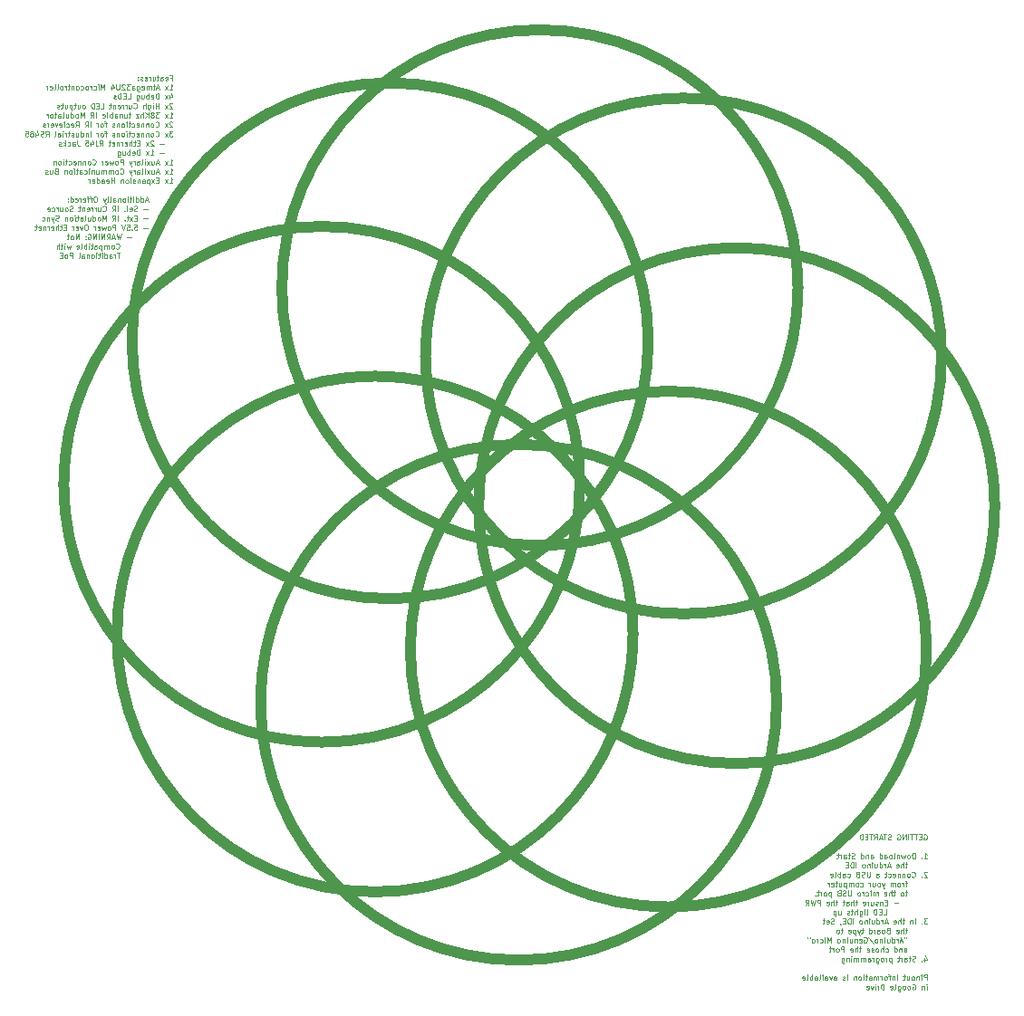
<source format=gbo>
G04 #@! TF.FileFunction,Legend,Bot*
%FSLAX46Y46*%
G04 Gerber Fmt 4.6, Leading zero omitted, Abs format (unit mm)*
G04 Created by KiCad (PCBNEW 4.0.5) date Tuesday, July 04, 2017 'PMt' 04:58:29 PM*
%MOMM*%
%LPD*%
G01*
G04 APERTURE LIST*
%ADD10C,0.050000*%
%ADD11C,0.125000*%
%ADD12C,1.000000*%
G04 APERTURE END LIST*
D10*
D11*
X103214286Y-61464286D02*
X103380952Y-61464286D01*
X103380952Y-61726190D02*
X103380952Y-61226190D01*
X103142857Y-61226190D01*
X102761905Y-61702381D02*
X102809524Y-61726190D01*
X102904762Y-61726190D01*
X102952381Y-61702381D01*
X102976191Y-61654762D01*
X102976191Y-61464286D01*
X102952381Y-61416667D01*
X102904762Y-61392857D01*
X102809524Y-61392857D01*
X102761905Y-61416667D01*
X102738096Y-61464286D01*
X102738096Y-61511905D01*
X102976191Y-61559524D01*
X102309525Y-61726190D02*
X102309525Y-61464286D01*
X102333334Y-61416667D01*
X102380953Y-61392857D01*
X102476191Y-61392857D01*
X102523810Y-61416667D01*
X102309525Y-61702381D02*
X102357144Y-61726190D01*
X102476191Y-61726190D01*
X102523810Y-61702381D01*
X102547620Y-61654762D01*
X102547620Y-61607143D01*
X102523810Y-61559524D01*
X102476191Y-61535714D01*
X102357144Y-61535714D01*
X102309525Y-61511905D01*
X102142858Y-61392857D02*
X101952382Y-61392857D01*
X102071429Y-61226190D02*
X102071429Y-61654762D01*
X102047620Y-61702381D01*
X102000001Y-61726190D01*
X101952382Y-61726190D01*
X101571430Y-61392857D02*
X101571430Y-61726190D01*
X101785715Y-61392857D02*
X101785715Y-61654762D01*
X101761906Y-61702381D01*
X101714287Y-61726190D01*
X101642858Y-61726190D01*
X101595239Y-61702381D01*
X101571430Y-61678571D01*
X101333334Y-61726190D02*
X101333334Y-61392857D01*
X101333334Y-61488095D02*
X101309525Y-61440476D01*
X101285715Y-61416667D01*
X101238096Y-61392857D01*
X101190477Y-61392857D01*
X100833334Y-61702381D02*
X100880953Y-61726190D01*
X100976191Y-61726190D01*
X101023810Y-61702381D01*
X101047620Y-61654762D01*
X101047620Y-61464286D01*
X101023810Y-61416667D01*
X100976191Y-61392857D01*
X100880953Y-61392857D01*
X100833334Y-61416667D01*
X100809525Y-61464286D01*
X100809525Y-61511905D01*
X101047620Y-61559524D01*
X100619049Y-61702381D02*
X100571430Y-61726190D01*
X100476192Y-61726190D01*
X100428573Y-61702381D01*
X100404763Y-61654762D01*
X100404763Y-61630952D01*
X100428573Y-61583333D01*
X100476192Y-61559524D01*
X100547620Y-61559524D01*
X100595239Y-61535714D01*
X100619049Y-61488095D01*
X100619049Y-61464286D01*
X100595239Y-61416667D01*
X100547620Y-61392857D01*
X100476192Y-61392857D01*
X100428573Y-61416667D01*
X100190477Y-61678571D02*
X100166668Y-61702381D01*
X100190477Y-61726190D01*
X100214287Y-61702381D01*
X100190477Y-61678571D01*
X100190477Y-61726190D01*
X100190477Y-61416667D02*
X100166668Y-61440476D01*
X100190477Y-61464286D01*
X100214287Y-61440476D01*
X100190477Y-61416667D01*
X100190477Y-61464286D01*
X103119048Y-62601190D02*
X103404762Y-62601190D01*
X103261905Y-62601190D02*
X103261905Y-62101190D01*
X103309524Y-62172619D01*
X103357143Y-62220238D01*
X103404762Y-62244048D01*
X102952381Y-62601190D02*
X102690477Y-62267857D01*
X102952381Y-62267857D02*
X102690477Y-62601190D01*
X102142858Y-62458333D02*
X101904763Y-62458333D01*
X102190477Y-62601190D02*
X102023810Y-62101190D01*
X101857144Y-62601190D01*
X101761906Y-62267857D02*
X101571430Y-62267857D01*
X101690477Y-62101190D02*
X101690477Y-62529762D01*
X101666668Y-62577381D01*
X101619049Y-62601190D01*
X101571430Y-62601190D01*
X101404763Y-62601190D02*
X101404763Y-62267857D01*
X101404763Y-62315476D02*
X101380954Y-62291667D01*
X101333335Y-62267857D01*
X101261906Y-62267857D01*
X101214287Y-62291667D01*
X101190478Y-62339286D01*
X101190478Y-62601190D01*
X101190478Y-62339286D02*
X101166668Y-62291667D01*
X101119049Y-62267857D01*
X101047621Y-62267857D01*
X101000001Y-62291667D01*
X100976192Y-62339286D01*
X100976192Y-62601190D01*
X100547620Y-62577381D02*
X100595239Y-62601190D01*
X100690477Y-62601190D01*
X100738096Y-62577381D01*
X100761906Y-62529762D01*
X100761906Y-62339286D01*
X100738096Y-62291667D01*
X100690477Y-62267857D01*
X100595239Y-62267857D01*
X100547620Y-62291667D01*
X100523811Y-62339286D01*
X100523811Y-62386905D01*
X100761906Y-62434524D01*
X100095240Y-62267857D02*
X100095240Y-62672619D01*
X100119049Y-62720238D01*
X100142859Y-62744048D01*
X100190478Y-62767857D01*
X100261906Y-62767857D01*
X100309525Y-62744048D01*
X100095240Y-62577381D02*
X100142859Y-62601190D01*
X100238097Y-62601190D01*
X100285716Y-62577381D01*
X100309525Y-62553571D01*
X100333335Y-62505952D01*
X100333335Y-62363095D01*
X100309525Y-62315476D01*
X100285716Y-62291667D01*
X100238097Y-62267857D01*
X100142859Y-62267857D01*
X100095240Y-62291667D01*
X99642859Y-62601190D02*
X99642859Y-62339286D01*
X99666668Y-62291667D01*
X99714287Y-62267857D01*
X99809525Y-62267857D01*
X99857144Y-62291667D01*
X99642859Y-62577381D02*
X99690478Y-62601190D01*
X99809525Y-62601190D01*
X99857144Y-62577381D01*
X99880954Y-62529762D01*
X99880954Y-62482143D01*
X99857144Y-62434524D01*
X99809525Y-62410714D01*
X99690478Y-62410714D01*
X99642859Y-62386905D01*
X99452382Y-62101190D02*
X99142859Y-62101190D01*
X99309525Y-62291667D01*
X99238097Y-62291667D01*
X99190478Y-62315476D01*
X99166668Y-62339286D01*
X99142859Y-62386905D01*
X99142859Y-62505952D01*
X99166668Y-62553571D01*
X99190478Y-62577381D01*
X99238097Y-62601190D01*
X99380954Y-62601190D01*
X99428573Y-62577381D01*
X99452382Y-62553571D01*
X98952383Y-62148810D02*
X98928573Y-62125000D01*
X98880954Y-62101190D01*
X98761907Y-62101190D01*
X98714288Y-62125000D01*
X98690478Y-62148810D01*
X98666669Y-62196429D01*
X98666669Y-62244048D01*
X98690478Y-62315476D01*
X98976192Y-62601190D01*
X98666669Y-62601190D01*
X98452383Y-62101190D02*
X98452383Y-62505952D01*
X98428574Y-62553571D01*
X98404764Y-62577381D01*
X98357145Y-62601190D01*
X98261907Y-62601190D01*
X98214288Y-62577381D01*
X98190479Y-62553571D01*
X98166669Y-62505952D01*
X98166669Y-62101190D01*
X97714288Y-62267857D02*
X97714288Y-62601190D01*
X97833335Y-62077381D02*
X97952383Y-62434524D01*
X97642859Y-62434524D01*
X97071431Y-62601190D02*
X97071431Y-62101190D01*
X96904765Y-62458333D01*
X96738098Y-62101190D01*
X96738098Y-62601190D01*
X96500002Y-62601190D02*
X96500002Y-62267857D01*
X96500002Y-62101190D02*
X96523812Y-62125000D01*
X96500002Y-62148810D01*
X96476193Y-62125000D01*
X96500002Y-62101190D01*
X96500002Y-62148810D01*
X96047622Y-62577381D02*
X96095241Y-62601190D01*
X96190479Y-62601190D01*
X96238098Y-62577381D01*
X96261907Y-62553571D01*
X96285717Y-62505952D01*
X96285717Y-62363095D01*
X96261907Y-62315476D01*
X96238098Y-62291667D01*
X96190479Y-62267857D01*
X96095241Y-62267857D01*
X96047622Y-62291667D01*
X95833336Y-62601190D02*
X95833336Y-62267857D01*
X95833336Y-62363095D02*
X95809527Y-62315476D01*
X95785717Y-62291667D01*
X95738098Y-62267857D01*
X95690479Y-62267857D01*
X95452384Y-62601190D02*
X95500003Y-62577381D01*
X95523812Y-62553571D01*
X95547622Y-62505952D01*
X95547622Y-62363095D01*
X95523812Y-62315476D01*
X95500003Y-62291667D01*
X95452384Y-62267857D01*
X95380955Y-62267857D01*
X95333336Y-62291667D01*
X95309527Y-62315476D01*
X95285717Y-62363095D01*
X95285717Y-62505952D01*
X95309527Y-62553571D01*
X95333336Y-62577381D01*
X95380955Y-62601190D01*
X95452384Y-62601190D01*
X94857146Y-62577381D02*
X94904765Y-62601190D01*
X95000003Y-62601190D01*
X95047622Y-62577381D01*
X95071431Y-62553571D01*
X95095241Y-62505952D01*
X95095241Y-62363095D01*
X95071431Y-62315476D01*
X95047622Y-62291667D01*
X95000003Y-62267857D01*
X94904765Y-62267857D01*
X94857146Y-62291667D01*
X94571432Y-62601190D02*
X94619051Y-62577381D01*
X94642860Y-62553571D01*
X94666670Y-62505952D01*
X94666670Y-62363095D01*
X94642860Y-62315476D01*
X94619051Y-62291667D01*
X94571432Y-62267857D01*
X94500003Y-62267857D01*
X94452384Y-62291667D01*
X94428575Y-62315476D01*
X94404765Y-62363095D01*
X94404765Y-62505952D01*
X94428575Y-62553571D01*
X94452384Y-62577381D01*
X94500003Y-62601190D01*
X94571432Y-62601190D01*
X94190479Y-62267857D02*
X94190479Y-62601190D01*
X94190479Y-62315476D02*
X94166670Y-62291667D01*
X94119051Y-62267857D01*
X94047622Y-62267857D01*
X94000003Y-62291667D01*
X93976194Y-62339286D01*
X93976194Y-62601190D01*
X93809527Y-62267857D02*
X93619051Y-62267857D01*
X93738098Y-62101190D02*
X93738098Y-62529762D01*
X93714289Y-62577381D01*
X93666670Y-62601190D01*
X93619051Y-62601190D01*
X93452384Y-62601190D02*
X93452384Y-62267857D01*
X93452384Y-62363095D02*
X93428575Y-62315476D01*
X93404765Y-62291667D01*
X93357146Y-62267857D01*
X93309527Y-62267857D01*
X93071432Y-62601190D02*
X93119051Y-62577381D01*
X93142860Y-62553571D01*
X93166670Y-62505952D01*
X93166670Y-62363095D01*
X93142860Y-62315476D01*
X93119051Y-62291667D01*
X93071432Y-62267857D01*
X93000003Y-62267857D01*
X92952384Y-62291667D01*
X92928575Y-62315476D01*
X92904765Y-62363095D01*
X92904765Y-62505952D01*
X92928575Y-62553571D01*
X92952384Y-62577381D01*
X93000003Y-62601190D01*
X93071432Y-62601190D01*
X92619051Y-62601190D02*
X92666670Y-62577381D01*
X92690479Y-62529762D01*
X92690479Y-62101190D01*
X92357146Y-62601190D02*
X92404765Y-62577381D01*
X92428574Y-62529762D01*
X92428574Y-62101190D01*
X91976193Y-62577381D02*
X92023812Y-62601190D01*
X92119050Y-62601190D01*
X92166669Y-62577381D01*
X92190479Y-62529762D01*
X92190479Y-62339286D01*
X92166669Y-62291667D01*
X92119050Y-62267857D01*
X92023812Y-62267857D01*
X91976193Y-62291667D01*
X91952384Y-62339286D01*
X91952384Y-62386905D01*
X92190479Y-62434524D01*
X91738098Y-62601190D02*
X91738098Y-62267857D01*
X91738098Y-62363095D02*
X91714289Y-62315476D01*
X91690479Y-62291667D01*
X91642860Y-62267857D01*
X91595241Y-62267857D01*
X103166667Y-63142857D02*
X103166667Y-63476190D01*
X103285714Y-62952381D02*
X103404762Y-63309524D01*
X103095238Y-63309524D01*
X102952381Y-63476190D02*
X102690477Y-63142857D01*
X102952381Y-63142857D02*
X102690477Y-63476190D01*
X102119048Y-63476190D02*
X102119048Y-62976190D01*
X102000001Y-62976190D01*
X101928572Y-63000000D01*
X101880953Y-63047619D01*
X101857144Y-63095238D01*
X101833334Y-63190476D01*
X101833334Y-63261905D01*
X101857144Y-63357143D01*
X101880953Y-63404762D01*
X101928572Y-63452381D01*
X102000001Y-63476190D01*
X102119048Y-63476190D01*
X101428572Y-63452381D02*
X101476191Y-63476190D01*
X101571429Y-63476190D01*
X101619048Y-63452381D01*
X101642858Y-63404762D01*
X101642858Y-63214286D01*
X101619048Y-63166667D01*
X101571429Y-63142857D01*
X101476191Y-63142857D01*
X101428572Y-63166667D01*
X101404763Y-63214286D01*
X101404763Y-63261905D01*
X101642858Y-63309524D01*
X101190477Y-63476190D02*
X101190477Y-62976190D01*
X101190477Y-63166667D02*
X101142858Y-63142857D01*
X101047620Y-63142857D01*
X101000001Y-63166667D01*
X100976192Y-63190476D01*
X100952382Y-63238095D01*
X100952382Y-63380952D01*
X100976192Y-63428571D01*
X101000001Y-63452381D01*
X101047620Y-63476190D01*
X101142858Y-63476190D01*
X101190477Y-63452381D01*
X100523811Y-63142857D02*
X100523811Y-63476190D01*
X100738096Y-63142857D02*
X100738096Y-63404762D01*
X100714287Y-63452381D01*
X100666668Y-63476190D01*
X100595239Y-63476190D01*
X100547620Y-63452381D01*
X100523811Y-63428571D01*
X100071430Y-63142857D02*
X100071430Y-63547619D01*
X100095239Y-63595238D01*
X100119049Y-63619048D01*
X100166668Y-63642857D01*
X100238096Y-63642857D01*
X100285715Y-63619048D01*
X100071430Y-63452381D02*
X100119049Y-63476190D01*
X100214287Y-63476190D01*
X100261906Y-63452381D01*
X100285715Y-63428571D01*
X100309525Y-63380952D01*
X100309525Y-63238095D01*
X100285715Y-63190476D01*
X100261906Y-63166667D01*
X100214287Y-63142857D01*
X100119049Y-63142857D01*
X100071430Y-63166667D01*
X99214287Y-63476190D02*
X99452382Y-63476190D01*
X99452382Y-62976190D01*
X99047620Y-63214286D02*
X98880954Y-63214286D01*
X98809525Y-63476190D02*
X99047620Y-63476190D01*
X99047620Y-62976190D01*
X98809525Y-62976190D01*
X98595239Y-63476190D02*
X98595239Y-62976190D01*
X98476192Y-62976190D01*
X98404763Y-63000000D01*
X98357144Y-63047619D01*
X98333335Y-63095238D01*
X98309525Y-63190476D01*
X98309525Y-63261905D01*
X98333335Y-63357143D01*
X98357144Y-63404762D01*
X98404763Y-63452381D01*
X98476192Y-63476190D01*
X98595239Y-63476190D01*
X98119049Y-63452381D02*
X98071430Y-63476190D01*
X97976192Y-63476190D01*
X97928573Y-63452381D01*
X97904763Y-63404762D01*
X97904763Y-63380952D01*
X97928573Y-63333333D01*
X97976192Y-63309524D01*
X98047620Y-63309524D01*
X98095239Y-63285714D01*
X98119049Y-63238095D01*
X98119049Y-63214286D01*
X98095239Y-63166667D01*
X98047620Y-63142857D01*
X97976192Y-63142857D01*
X97928573Y-63166667D01*
X103404762Y-63898810D02*
X103380952Y-63875000D01*
X103333333Y-63851190D01*
X103214286Y-63851190D01*
X103166667Y-63875000D01*
X103142857Y-63898810D01*
X103119048Y-63946429D01*
X103119048Y-63994048D01*
X103142857Y-64065476D01*
X103428571Y-64351190D01*
X103119048Y-64351190D01*
X102952381Y-64351190D02*
X102690477Y-64017857D01*
X102952381Y-64017857D02*
X102690477Y-64351190D01*
X102119048Y-64351190D02*
X102119048Y-63851190D01*
X102119048Y-64089286D02*
X101833334Y-64089286D01*
X101833334Y-64351190D02*
X101833334Y-63851190D01*
X101595238Y-64351190D02*
X101595238Y-64017857D01*
X101595238Y-63851190D02*
X101619048Y-63875000D01*
X101595238Y-63898810D01*
X101571429Y-63875000D01*
X101595238Y-63851190D01*
X101595238Y-63898810D01*
X101142858Y-64017857D02*
X101142858Y-64422619D01*
X101166667Y-64470238D01*
X101190477Y-64494048D01*
X101238096Y-64517857D01*
X101309524Y-64517857D01*
X101357143Y-64494048D01*
X101142858Y-64327381D02*
X101190477Y-64351190D01*
X101285715Y-64351190D01*
X101333334Y-64327381D01*
X101357143Y-64303571D01*
X101380953Y-64255952D01*
X101380953Y-64113095D01*
X101357143Y-64065476D01*
X101333334Y-64041667D01*
X101285715Y-64017857D01*
X101190477Y-64017857D01*
X101142858Y-64041667D01*
X100904762Y-64351190D02*
X100904762Y-63851190D01*
X100690477Y-64351190D02*
X100690477Y-64089286D01*
X100714286Y-64041667D01*
X100761905Y-64017857D01*
X100833334Y-64017857D01*
X100880953Y-64041667D01*
X100904762Y-64065476D01*
X99785715Y-64303571D02*
X99809525Y-64327381D01*
X99880953Y-64351190D01*
X99928572Y-64351190D01*
X100000001Y-64327381D01*
X100047620Y-64279762D01*
X100071429Y-64232143D01*
X100095239Y-64136905D01*
X100095239Y-64065476D01*
X100071429Y-63970238D01*
X100047620Y-63922619D01*
X100000001Y-63875000D01*
X99928572Y-63851190D01*
X99880953Y-63851190D01*
X99809525Y-63875000D01*
X99785715Y-63898810D01*
X99357144Y-64017857D02*
X99357144Y-64351190D01*
X99571429Y-64017857D02*
X99571429Y-64279762D01*
X99547620Y-64327381D01*
X99500001Y-64351190D01*
X99428572Y-64351190D01*
X99380953Y-64327381D01*
X99357144Y-64303571D01*
X99119048Y-64351190D02*
X99119048Y-64017857D01*
X99119048Y-64113095D02*
X99095239Y-64065476D01*
X99071429Y-64041667D01*
X99023810Y-64017857D01*
X98976191Y-64017857D01*
X98809524Y-64351190D02*
X98809524Y-64017857D01*
X98809524Y-64113095D02*
X98785715Y-64065476D01*
X98761905Y-64041667D01*
X98714286Y-64017857D01*
X98666667Y-64017857D01*
X98309524Y-64327381D02*
X98357143Y-64351190D01*
X98452381Y-64351190D01*
X98500000Y-64327381D01*
X98523810Y-64279762D01*
X98523810Y-64089286D01*
X98500000Y-64041667D01*
X98452381Y-64017857D01*
X98357143Y-64017857D01*
X98309524Y-64041667D01*
X98285715Y-64089286D01*
X98285715Y-64136905D01*
X98523810Y-64184524D01*
X98071429Y-64017857D02*
X98071429Y-64351190D01*
X98071429Y-64065476D02*
X98047620Y-64041667D01*
X98000001Y-64017857D01*
X97928572Y-64017857D01*
X97880953Y-64041667D01*
X97857144Y-64089286D01*
X97857144Y-64351190D01*
X97690477Y-64017857D02*
X97500001Y-64017857D01*
X97619048Y-63851190D02*
X97619048Y-64279762D01*
X97595239Y-64327381D01*
X97547620Y-64351190D01*
X97500001Y-64351190D01*
X96714287Y-64351190D02*
X96952382Y-64351190D01*
X96952382Y-63851190D01*
X96547620Y-64089286D02*
X96380954Y-64089286D01*
X96309525Y-64351190D02*
X96547620Y-64351190D01*
X96547620Y-63851190D01*
X96309525Y-63851190D01*
X96095239Y-64351190D02*
X96095239Y-63851190D01*
X95976192Y-63851190D01*
X95904763Y-63875000D01*
X95857144Y-63922619D01*
X95833335Y-63970238D01*
X95809525Y-64065476D01*
X95809525Y-64136905D01*
X95833335Y-64232143D01*
X95857144Y-64279762D01*
X95904763Y-64327381D01*
X95976192Y-64351190D01*
X96095239Y-64351190D01*
X95142859Y-64351190D02*
X95190478Y-64327381D01*
X95214287Y-64303571D01*
X95238097Y-64255952D01*
X95238097Y-64113095D01*
X95214287Y-64065476D01*
X95190478Y-64041667D01*
X95142859Y-64017857D01*
X95071430Y-64017857D01*
X95023811Y-64041667D01*
X95000002Y-64065476D01*
X94976192Y-64113095D01*
X94976192Y-64255952D01*
X95000002Y-64303571D01*
X95023811Y-64327381D01*
X95071430Y-64351190D01*
X95142859Y-64351190D01*
X94547621Y-64017857D02*
X94547621Y-64351190D01*
X94761906Y-64017857D02*
X94761906Y-64279762D01*
X94738097Y-64327381D01*
X94690478Y-64351190D01*
X94619049Y-64351190D01*
X94571430Y-64327381D01*
X94547621Y-64303571D01*
X94380954Y-64017857D02*
X94190478Y-64017857D01*
X94309525Y-63851190D02*
X94309525Y-64279762D01*
X94285716Y-64327381D01*
X94238097Y-64351190D01*
X94190478Y-64351190D01*
X94023811Y-64017857D02*
X94023811Y-64517857D01*
X94023811Y-64041667D02*
X93976192Y-64017857D01*
X93880954Y-64017857D01*
X93833335Y-64041667D01*
X93809526Y-64065476D01*
X93785716Y-64113095D01*
X93785716Y-64255952D01*
X93809526Y-64303571D01*
X93833335Y-64327381D01*
X93880954Y-64351190D01*
X93976192Y-64351190D01*
X94023811Y-64327381D01*
X93357145Y-64017857D02*
X93357145Y-64351190D01*
X93571430Y-64017857D02*
X93571430Y-64279762D01*
X93547621Y-64327381D01*
X93500002Y-64351190D01*
X93428573Y-64351190D01*
X93380954Y-64327381D01*
X93357145Y-64303571D01*
X93190478Y-64017857D02*
X93000002Y-64017857D01*
X93119049Y-63851190D02*
X93119049Y-64279762D01*
X93095240Y-64327381D01*
X93047621Y-64351190D01*
X93000002Y-64351190D01*
X92857145Y-64327381D02*
X92809526Y-64351190D01*
X92714288Y-64351190D01*
X92666669Y-64327381D01*
X92642859Y-64279762D01*
X92642859Y-64255952D01*
X92666669Y-64208333D01*
X92714288Y-64184524D01*
X92785716Y-64184524D01*
X92833335Y-64160714D01*
X92857145Y-64113095D01*
X92857145Y-64089286D01*
X92833335Y-64041667D01*
X92785716Y-64017857D01*
X92714288Y-64017857D01*
X92666669Y-64041667D01*
X103119048Y-65226190D02*
X103404762Y-65226190D01*
X103261905Y-65226190D02*
X103261905Y-64726190D01*
X103309524Y-64797619D01*
X103357143Y-64845238D01*
X103404762Y-64869048D01*
X102952381Y-65226190D02*
X102690477Y-64892857D01*
X102952381Y-64892857D02*
X102690477Y-65226190D01*
X102166667Y-64726190D02*
X101857144Y-64726190D01*
X102023810Y-64916667D01*
X101952382Y-64916667D01*
X101904763Y-64940476D01*
X101880953Y-64964286D01*
X101857144Y-65011905D01*
X101857144Y-65130952D01*
X101880953Y-65178571D01*
X101904763Y-65202381D01*
X101952382Y-65226190D01*
X102095239Y-65226190D01*
X102142858Y-65202381D01*
X102166667Y-65178571D01*
X101571430Y-64940476D02*
X101619049Y-64916667D01*
X101642858Y-64892857D01*
X101666668Y-64845238D01*
X101666668Y-64821429D01*
X101642858Y-64773810D01*
X101619049Y-64750000D01*
X101571430Y-64726190D01*
X101476192Y-64726190D01*
X101428573Y-64750000D01*
X101404763Y-64773810D01*
X101380954Y-64821429D01*
X101380954Y-64845238D01*
X101404763Y-64892857D01*
X101428573Y-64916667D01*
X101476192Y-64940476D01*
X101571430Y-64940476D01*
X101619049Y-64964286D01*
X101642858Y-64988095D01*
X101666668Y-65035714D01*
X101666668Y-65130952D01*
X101642858Y-65178571D01*
X101619049Y-65202381D01*
X101571430Y-65226190D01*
X101476192Y-65226190D01*
X101428573Y-65202381D01*
X101404763Y-65178571D01*
X101380954Y-65130952D01*
X101380954Y-65035714D01*
X101404763Y-64988095D01*
X101428573Y-64964286D01*
X101476192Y-64940476D01*
X101166668Y-65226190D02*
X101166668Y-64726190D01*
X100880954Y-65226190D02*
X101095240Y-64940476D01*
X100880954Y-64726190D02*
X101166668Y-65011905D01*
X100666668Y-65226190D02*
X100666668Y-64726190D01*
X100452383Y-65226190D02*
X100452383Y-64964286D01*
X100476192Y-64916667D01*
X100523811Y-64892857D01*
X100595240Y-64892857D01*
X100642859Y-64916667D01*
X100666668Y-64940476D01*
X100261906Y-64892857D02*
X100000002Y-64892857D01*
X100261906Y-65226190D01*
X100000002Y-65226190D01*
X99500002Y-64892857D02*
X99309526Y-64892857D01*
X99428573Y-64726190D02*
X99428573Y-65154762D01*
X99404764Y-65202381D01*
X99357145Y-65226190D01*
X99309526Y-65226190D01*
X98928574Y-64892857D02*
X98928574Y-65226190D01*
X99142859Y-64892857D02*
X99142859Y-65154762D01*
X99119050Y-65202381D01*
X99071431Y-65226190D01*
X99000002Y-65226190D01*
X98952383Y-65202381D01*
X98928574Y-65178571D01*
X98690478Y-64892857D02*
X98690478Y-65226190D01*
X98690478Y-64940476D02*
X98666669Y-64916667D01*
X98619050Y-64892857D01*
X98547621Y-64892857D01*
X98500002Y-64916667D01*
X98476193Y-64964286D01*
X98476193Y-65226190D01*
X98023812Y-65226190D02*
X98023812Y-64964286D01*
X98047621Y-64916667D01*
X98095240Y-64892857D01*
X98190478Y-64892857D01*
X98238097Y-64916667D01*
X98023812Y-65202381D02*
X98071431Y-65226190D01*
X98190478Y-65226190D01*
X98238097Y-65202381D01*
X98261907Y-65154762D01*
X98261907Y-65107143D01*
X98238097Y-65059524D01*
X98190478Y-65035714D01*
X98071431Y-65035714D01*
X98023812Y-65011905D01*
X97785716Y-65226190D02*
X97785716Y-64726190D01*
X97785716Y-64916667D02*
X97738097Y-64892857D01*
X97642859Y-64892857D01*
X97595240Y-64916667D01*
X97571431Y-64940476D01*
X97547621Y-64988095D01*
X97547621Y-65130952D01*
X97571431Y-65178571D01*
X97595240Y-65202381D01*
X97642859Y-65226190D01*
X97738097Y-65226190D01*
X97785716Y-65202381D01*
X97261907Y-65226190D02*
X97309526Y-65202381D01*
X97333335Y-65154762D01*
X97333335Y-64726190D01*
X96880954Y-65202381D02*
X96928573Y-65226190D01*
X97023811Y-65226190D01*
X97071430Y-65202381D01*
X97095240Y-65154762D01*
X97095240Y-64964286D01*
X97071430Y-64916667D01*
X97023811Y-64892857D01*
X96928573Y-64892857D01*
X96880954Y-64916667D01*
X96857145Y-64964286D01*
X96857145Y-65011905D01*
X97095240Y-65059524D01*
X96261907Y-65226190D02*
X96261907Y-64726190D01*
X95738098Y-65226190D02*
X95904765Y-64988095D01*
X96023812Y-65226190D02*
X96023812Y-64726190D01*
X95833336Y-64726190D01*
X95785717Y-64750000D01*
X95761908Y-64773810D01*
X95738098Y-64821429D01*
X95738098Y-64892857D01*
X95761908Y-64940476D01*
X95785717Y-64964286D01*
X95833336Y-64988095D01*
X96023812Y-64988095D01*
X95142860Y-65226190D02*
X95142860Y-64726190D01*
X94976194Y-65083333D01*
X94809527Y-64726190D01*
X94809527Y-65226190D01*
X94500003Y-65226190D02*
X94547622Y-65202381D01*
X94571431Y-65178571D01*
X94595241Y-65130952D01*
X94595241Y-64988095D01*
X94571431Y-64940476D01*
X94547622Y-64916667D01*
X94500003Y-64892857D01*
X94428574Y-64892857D01*
X94380955Y-64916667D01*
X94357146Y-64940476D01*
X94333336Y-64988095D01*
X94333336Y-65130952D01*
X94357146Y-65178571D01*
X94380955Y-65202381D01*
X94428574Y-65226190D01*
X94500003Y-65226190D01*
X93904765Y-65226190D02*
X93904765Y-64726190D01*
X93904765Y-65202381D02*
X93952384Y-65226190D01*
X94047622Y-65226190D01*
X94095241Y-65202381D01*
X94119050Y-65178571D01*
X94142860Y-65130952D01*
X94142860Y-64988095D01*
X94119050Y-64940476D01*
X94095241Y-64916667D01*
X94047622Y-64892857D01*
X93952384Y-64892857D01*
X93904765Y-64916667D01*
X93452384Y-64892857D02*
X93452384Y-65226190D01*
X93666669Y-64892857D02*
X93666669Y-65154762D01*
X93642860Y-65202381D01*
X93595241Y-65226190D01*
X93523812Y-65226190D01*
X93476193Y-65202381D01*
X93452384Y-65178571D01*
X93142860Y-65226190D02*
X93190479Y-65202381D01*
X93214288Y-65154762D01*
X93214288Y-64726190D01*
X92738098Y-65226190D02*
X92738098Y-64964286D01*
X92761907Y-64916667D01*
X92809526Y-64892857D01*
X92904764Y-64892857D01*
X92952383Y-64916667D01*
X92738098Y-65202381D02*
X92785717Y-65226190D01*
X92904764Y-65226190D01*
X92952383Y-65202381D01*
X92976193Y-65154762D01*
X92976193Y-65107143D01*
X92952383Y-65059524D01*
X92904764Y-65035714D01*
X92785717Y-65035714D01*
X92738098Y-65011905D01*
X92571431Y-64892857D02*
X92380955Y-64892857D01*
X92500002Y-64726190D02*
X92500002Y-65154762D01*
X92476193Y-65202381D01*
X92428574Y-65226190D01*
X92380955Y-65226190D01*
X92142860Y-65226190D02*
X92190479Y-65202381D01*
X92214288Y-65178571D01*
X92238098Y-65130952D01*
X92238098Y-64988095D01*
X92214288Y-64940476D01*
X92190479Y-64916667D01*
X92142860Y-64892857D01*
X92071431Y-64892857D01*
X92023812Y-64916667D01*
X92000003Y-64940476D01*
X91976193Y-64988095D01*
X91976193Y-65130952D01*
X92000003Y-65178571D01*
X92023812Y-65202381D01*
X92071431Y-65226190D01*
X92142860Y-65226190D01*
X91761907Y-65226190D02*
X91761907Y-64892857D01*
X91761907Y-64988095D02*
X91738098Y-64940476D01*
X91714288Y-64916667D01*
X91666669Y-64892857D01*
X91619050Y-64892857D01*
X103404762Y-65648810D02*
X103380952Y-65625000D01*
X103333333Y-65601190D01*
X103214286Y-65601190D01*
X103166667Y-65625000D01*
X103142857Y-65648810D01*
X103119048Y-65696429D01*
X103119048Y-65744048D01*
X103142857Y-65815476D01*
X103428571Y-66101190D01*
X103119048Y-66101190D01*
X102952381Y-66101190D02*
X102690477Y-65767857D01*
X102952381Y-65767857D02*
X102690477Y-66101190D01*
X101833334Y-66053571D02*
X101857144Y-66077381D01*
X101928572Y-66101190D01*
X101976191Y-66101190D01*
X102047620Y-66077381D01*
X102095239Y-66029762D01*
X102119048Y-65982143D01*
X102142858Y-65886905D01*
X102142858Y-65815476D01*
X102119048Y-65720238D01*
X102095239Y-65672619D01*
X102047620Y-65625000D01*
X101976191Y-65601190D01*
X101928572Y-65601190D01*
X101857144Y-65625000D01*
X101833334Y-65648810D01*
X101547620Y-66101190D02*
X101595239Y-66077381D01*
X101619048Y-66053571D01*
X101642858Y-66005952D01*
X101642858Y-65863095D01*
X101619048Y-65815476D01*
X101595239Y-65791667D01*
X101547620Y-65767857D01*
X101476191Y-65767857D01*
X101428572Y-65791667D01*
X101404763Y-65815476D01*
X101380953Y-65863095D01*
X101380953Y-66005952D01*
X101404763Y-66053571D01*
X101428572Y-66077381D01*
X101476191Y-66101190D01*
X101547620Y-66101190D01*
X101166667Y-65767857D02*
X101166667Y-66101190D01*
X101166667Y-65815476D02*
X101142858Y-65791667D01*
X101095239Y-65767857D01*
X101023810Y-65767857D01*
X100976191Y-65791667D01*
X100952382Y-65839286D01*
X100952382Y-66101190D01*
X100714286Y-65767857D02*
X100714286Y-66101190D01*
X100714286Y-65815476D02*
X100690477Y-65791667D01*
X100642858Y-65767857D01*
X100571429Y-65767857D01*
X100523810Y-65791667D01*
X100500001Y-65839286D01*
X100500001Y-66101190D01*
X100071429Y-66077381D02*
X100119048Y-66101190D01*
X100214286Y-66101190D01*
X100261905Y-66077381D01*
X100285715Y-66029762D01*
X100285715Y-65839286D01*
X100261905Y-65791667D01*
X100214286Y-65767857D01*
X100119048Y-65767857D01*
X100071429Y-65791667D01*
X100047620Y-65839286D01*
X100047620Y-65886905D01*
X100285715Y-65934524D01*
X99619049Y-66077381D02*
X99666668Y-66101190D01*
X99761906Y-66101190D01*
X99809525Y-66077381D01*
X99833334Y-66053571D01*
X99857144Y-66005952D01*
X99857144Y-65863095D01*
X99833334Y-65815476D01*
X99809525Y-65791667D01*
X99761906Y-65767857D01*
X99666668Y-65767857D01*
X99619049Y-65791667D01*
X99476192Y-65767857D02*
X99285716Y-65767857D01*
X99404763Y-65601190D02*
X99404763Y-66029762D01*
X99380954Y-66077381D01*
X99333335Y-66101190D01*
X99285716Y-66101190D01*
X99119049Y-66101190D02*
X99119049Y-65767857D01*
X99119049Y-65601190D02*
X99142859Y-65625000D01*
X99119049Y-65648810D01*
X99095240Y-65625000D01*
X99119049Y-65601190D01*
X99119049Y-65648810D01*
X98809526Y-66101190D02*
X98857145Y-66077381D01*
X98880954Y-66053571D01*
X98904764Y-66005952D01*
X98904764Y-65863095D01*
X98880954Y-65815476D01*
X98857145Y-65791667D01*
X98809526Y-65767857D01*
X98738097Y-65767857D01*
X98690478Y-65791667D01*
X98666669Y-65815476D01*
X98642859Y-65863095D01*
X98642859Y-66005952D01*
X98666669Y-66053571D01*
X98690478Y-66077381D01*
X98738097Y-66101190D01*
X98809526Y-66101190D01*
X98428573Y-65767857D02*
X98428573Y-66101190D01*
X98428573Y-65815476D02*
X98404764Y-65791667D01*
X98357145Y-65767857D01*
X98285716Y-65767857D01*
X98238097Y-65791667D01*
X98214288Y-65839286D01*
X98214288Y-66101190D01*
X98000002Y-66077381D02*
X97952383Y-66101190D01*
X97857145Y-66101190D01*
X97809526Y-66077381D01*
X97785716Y-66029762D01*
X97785716Y-66005952D01*
X97809526Y-65958333D01*
X97857145Y-65934524D01*
X97928573Y-65934524D01*
X97976192Y-65910714D01*
X98000002Y-65863095D01*
X98000002Y-65839286D01*
X97976192Y-65791667D01*
X97928573Y-65767857D01*
X97857145Y-65767857D01*
X97809526Y-65791667D01*
X97261907Y-65767857D02*
X97071431Y-65767857D01*
X97190478Y-66101190D02*
X97190478Y-65672619D01*
X97166669Y-65625000D01*
X97119050Y-65601190D01*
X97071431Y-65601190D01*
X96833336Y-66101190D02*
X96880955Y-66077381D01*
X96904764Y-66053571D01*
X96928574Y-66005952D01*
X96928574Y-65863095D01*
X96904764Y-65815476D01*
X96880955Y-65791667D01*
X96833336Y-65767857D01*
X96761907Y-65767857D01*
X96714288Y-65791667D01*
X96690479Y-65815476D01*
X96666669Y-65863095D01*
X96666669Y-66005952D01*
X96690479Y-66053571D01*
X96714288Y-66077381D01*
X96761907Y-66101190D01*
X96833336Y-66101190D01*
X96452383Y-66101190D02*
X96452383Y-65767857D01*
X96452383Y-65863095D02*
X96428574Y-65815476D01*
X96404764Y-65791667D01*
X96357145Y-65767857D01*
X96309526Y-65767857D01*
X95761907Y-66101190D02*
X95761907Y-65601190D01*
X95238098Y-66101190D02*
X95404765Y-65863095D01*
X95523812Y-66101190D02*
X95523812Y-65601190D01*
X95333336Y-65601190D01*
X95285717Y-65625000D01*
X95261908Y-65648810D01*
X95238098Y-65696429D01*
X95238098Y-65767857D01*
X95261908Y-65815476D01*
X95285717Y-65839286D01*
X95333336Y-65863095D01*
X95523812Y-65863095D01*
X94357146Y-66101190D02*
X94523813Y-65863095D01*
X94642860Y-66101190D02*
X94642860Y-65601190D01*
X94452384Y-65601190D01*
X94404765Y-65625000D01*
X94380956Y-65648810D01*
X94357146Y-65696429D01*
X94357146Y-65767857D01*
X94380956Y-65815476D01*
X94404765Y-65839286D01*
X94452384Y-65863095D01*
X94642860Y-65863095D01*
X93952384Y-66077381D02*
X94000003Y-66101190D01*
X94095241Y-66101190D01*
X94142860Y-66077381D01*
X94166670Y-66029762D01*
X94166670Y-65839286D01*
X94142860Y-65791667D01*
X94095241Y-65767857D01*
X94000003Y-65767857D01*
X93952384Y-65791667D01*
X93928575Y-65839286D01*
X93928575Y-65886905D01*
X94166670Y-65934524D01*
X93500004Y-66077381D02*
X93547623Y-66101190D01*
X93642861Y-66101190D01*
X93690480Y-66077381D01*
X93714289Y-66053571D01*
X93738099Y-66005952D01*
X93738099Y-65863095D01*
X93714289Y-65815476D01*
X93690480Y-65791667D01*
X93642861Y-65767857D01*
X93547623Y-65767857D01*
X93500004Y-65791667D01*
X93285718Y-66101190D02*
X93285718Y-65767857D01*
X93285718Y-65601190D02*
X93309528Y-65625000D01*
X93285718Y-65648810D01*
X93261909Y-65625000D01*
X93285718Y-65601190D01*
X93285718Y-65648810D01*
X92857147Y-66077381D02*
X92904766Y-66101190D01*
X93000004Y-66101190D01*
X93047623Y-66077381D01*
X93071433Y-66029762D01*
X93071433Y-65839286D01*
X93047623Y-65791667D01*
X93000004Y-65767857D01*
X92904766Y-65767857D01*
X92857147Y-65791667D01*
X92833338Y-65839286D01*
X92833338Y-65886905D01*
X93071433Y-65934524D01*
X92666671Y-65767857D02*
X92547624Y-66101190D01*
X92428576Y-65767857D01*
X92047624Y-66077381D02*
X92095243Y-66101190D01*
X92190481Y-66101190D01*
X92238100Y-66077381D01*
X92261910Y-66029762D01*
X92261910Y-65839286D01*
X92238100Y-65791667D01*
X92190481Y-65767857D01*
X92095243Y-65767857D01*
X92047624Y-65791667D01*
X92023815Y-65839286D01*
X92023815Y-65886905D01*
X92261910Y-65934524D01*
X91809529Y-66101190D02*
X91809529Y-65767857D01*
X91809529Y-65863095D02*
X91785720Y-65815476D01*
X91761910Y-65791667D01*
X91714291Y-65767857D01*
X91666672Y-65767857D01*
X91523815Y-66077381D02*
X91476196Y-66101190D01*
X91380958Y-66101190D01*
X91333339Y-66077381D01*
X91309529Y-66029762D01*
X91309529Y-66005952D01*
X91333339Y-65958333D01*
X91380958Y-65934524D01*
X91452386Y-65934524D01*
X91500005Y-65910714D01*
X91523815Y-65863095D01*
X91523815Y-65839286D01*
X91500005Y-65791667D01*
X91452386Y-65767857D01*
X91380958Y-65767857D01*
X91333339Y-65791667D01*
X103428571Y-66476190D02*
X103119048Y-66476190D01*
X103285714Y-66666667D01*
X103214286Y-66666667D01*
X103166667Y-66690476D01*
X103142857Y-66714286D01*
X103119048Y-66761905D01*
X103119048Y-66880952D01*
X103142857Y-66928571D01*
X103166667Y-66952381D01*
X103214286Y-66976190D01*
X103357143Y-66976190D01*
X103404762Y-66952381D01*
X103428571Y-66928571D01*
X102952381Y-66976190D02*
X102690477Y-66642857D01*
X102952381Y-66642857D02*
X102690477Y-66976190D01*
X101833334Y-66928571D02*
X101857144Y-66952381D01*
X101928572Y-66976190D01*
X101976191Y-66976190D01*
X102047620Y-66952381D01*
X102095239Y-66904762D01*
X102119048Y-66857143D01*
X102142858Y-66761905D01*
X102142858Y-66690476D01*
X102119048Y-66595238D01*
X102095239Y-66547619D01*
X102047620Y-66500000D01*
X101976191Y-66476190D01*
X101928572Y-66476190D01*
X101857144Y-66500000D01*
X101833334Y-66523810D01*
X101547620Y-66976190D02*
X101595239Y-66952381D01*
X101619048Y-66928571D01*
X101642858Y-66880952D01*
X101642858Y-66738095D01*
X101619048Y-66690476D01*
X101595239Y-66666667D01*
X101547620Y-66642857D01*
X101476191Y-66642857D01*
X101428572Y-66666667D01*
X101404763Y-66690476D01*
X101380953Y-66738095D01*
X101380953Y-66880952D01*
X101404763Y-66928571D01*
X101428572Y-66952381D01*
X101476191Y-66976190D01*
X101547620Y-66976190D01*
X101166667Y-66642857D02*
X101166667Y-66976190D01*
X101166667Y-66690476D02*
X101142858Y-66666667D01*
X101095239Y-66642857D01*
X101023810Y-66642857D01*
X100976191Y-66666667D01*
X100952382Y-66714286D01*
X100952382Y-66976190D01*
X100714286Y-66642857D02*
X100714286Y-66976190D01*
X100714286Y-66690476D02*
X100690477Y-66666667D01*
X100642858Y-66642857D01*
X100571429Y-66642857D01*
X100523810Y-66666667D01*
X100500001Y-66714286D01*
X100500001Y-66976190D01*
X100071429Y-66952381D02*
X100119048Y-66976190D01*
X100214286Y-66976190D01*
X100261905Y-66952381D01*
X100285715Y-66904762D01*
X100285715Y-66714286D01*
X100261905Y-66666667D01*
X100214286Y-66642857D01*
X100119048Y-66642857D01*
X100071429Y-66666667D01*
X100047620Y-66714286D01*
X100047620Y-66761905D01*
X100285715Y-66809524D01*
X99619049Y-66952381D02*
X99666668Y-66976190D01*
X99761906Y-66976190D01*
X99809525Y-66952381D01*
X99833334Y-66928571D01*
X99857144Y-66880952D01*
X99857144Y-66738095D01*
X99833334Y-66690476D01*
X99809525Y-66666667D01*
X99761906Y-66642857D01*
X99666668Y-66642857D01*
X99619049Y-66666667D01*
X99476192Y-66642857D02*
X99285716Y-66642857D01*
X99404763Y-66476190D02*
X99404763Y-66904762D01*
X99380954Y-66952381D01*
X99333335Y-66976190D01*
X99285716Y-66976190D01*
X99119049Y-66976190D02*
X99119049Y-66642857D01*
X99119049Y-66476190D02*
X99142859Y-66500000D01*
X99119049Y-66523810D01*
X99095240Y-66500000D01*
X99119049Y-66476190D01*
X99119049Y-66523810D01*
X98809526Y-66976190D02*
X98857145Y-66952381D01*
X98880954Y-66928571D01*
X98904764Y-66880952D01*
X98904764Y-66738095D01*
X98880954Y-66690476D01*
X98857145Y-66666667D01*
X98809526Y-66642857D01*
X98738097Y-66642857D01*
X98690478Y-66666667D01*
X98666669Y-66690476D01*
X98642859Y-66738095D01*
X98642859Y-66880952D01*
X98666669Y-66928571D01*
X98690478Y-66952381D01*
X98738097Y-66976190D01*
X98809526Y-66976190D01*
X98428573Y-66642857D02*
X98428573Y-66976190D01*
X98428573Y-66690476D02*
X98404764Y-66666667D01*
X98357145Y-66642857D01*
X98285716Y-66642857D01*
X98238097Y-66666667D01*
X98214288Y-66714286D01*
X98214288Y-66976190D01*
X98000002Y-66952381D02*
X97952383Y-66976190D01*
X97857145Y-66976190D01*
X97809526Y-66952381D01*
X97785716Y-66904762D01*
X97785716Y-66880952D01*
X97809526Y-66833333D01*
X97857145Y-66809524D01*
X97928573Y-66809524D01*
X97976192Y-66785714D01*
X98000002Y-66738095D01*
X98000002Y-66714286D01*
X97976192Y-66666667D01*
X97928573Y-66642857D01*
X97857145Y-66642857D01*
X97809526Y-66666667D01*
X97261907Y-66642857D02*
X97071431Y-66642857D01*
X97190478Y-66976190D02*
X97190478Y-66547619D01*
X97166669Y-66500000D01*
X97119050Y-66476190D01*
X97071431Y-66476190D01*
X96833336Y-66976190D02*
X96880955Y-66952381D01*
X96904764Y-66928571D01*
X96928574Y-66880952D01*
X96928574Y-66738095D01*
X96904764Y-66690476D01*
X96880955Y-66666667D01*
X96833336Y-66642857D01*
X96761907Y-66642857D01*
X96714288Y-66666667D01*
X96690479Y-66690476D01*
X96666669Y-66738095D01*
X96666669Y-66880952D01*
X96690479Y-66928571D01*
X96714288Y-66952381D01*
X96761907Y-66976190D01*
X96833336Y-66976190D01*
X96452383Y-66976190D02*
X96452383Y-66642857D01*
X96452383Y-66738095D02*
X96428574Y-66690476D01*
X96404764Y-66666667D01*
X96357145Y-66642857D01*
X96309526Y-66642857D01*
X95761907Y-66976190D02*
X95761907Y-66476190D01*
X95523812Y-66642857D02*
X95523812Y-66976190D01*
X95523812Y-66690476D02*
X95500003Y-66666667D01*
X95452384Y-66642857D01*
X95380955Y-66642857D01*
X95333336Y-66666667D01*
X95309527Y-66714286D01*
X95309527Y-66976190D01*
X94857146Y-66976190D02*
X94857146Y-66476190D01*
X94857146Y-66952381D02*
X94904765Y-66976190D01*
X95000003Y-66976190D01*
X95047622Y-66952381D01*
X95071431Y-66928571D01*
X95095241Y-66880952D01*
X95095241Y-66738095D01*
X95071431Y-66690476D01*
X95047622Y-66666667D01*
X95000003Y-66642857D01*
X94904765Y-66642857D01*
X94857146Y-66666667D01*
X94404765Y-66642857D02*
X94404765Y-66976190D01*
X94619050Y-66642857D02*
X94619050Y-66904762D01*
X94595241Y-66952381D01*
X94547622Y-66976190D01*
X94476193Y-66976190D01*
X94428574Y-66952381D01*
X94404765Y-66928571D01*
X94190479Y-66952381D02*
X94142860Y-66976190D01*
X94047622Y-66976190D01*
X94000003Y-66952381D01*
X93976193Y-66904762D01*
X93976193Y-66880952D01*
X94000003Y-66833333D01*
X94047622Y-66809524D01*
X94119050Y-66809524D01*
X94166669Y-66785714D01*
X94190479Y-66738095D01*
X94190479Y-66714286D01*
X94166669Y-66666667D01*
X94119050Y-66642857D01*
X94047622Y-66642857D01*
X94000003Y-66666667D01*
X93833336Y-66642857D02*
X93642860Y-66642857D01*
X93761907Y-66476190D02*
X93761907Y-66904762D01*
X93738098Y-66952381D01*
X93690479Y-66976190D01*
X93642860Y-66976190D01*
X93476193Y-66976190D02*
X93476193Y-66642857D01*
X93476193Y-66738095D02*
X93452384Y-66690476D01*
X93428574Y-66666667D01*
X93380955Y-66642857D01*
X93333336Y-66642857D01*
X93166669Y-66976190D02*
X93166669Y-66642857D01*
X93166669Y-66476190D02*
X93190479Y-66500000D01*
X93166669Y-66523810D01*
X93142860Y-66500000D01*
X93166669Y-66476190D01*
X93166669Y-66523810D01*
X92714289Y-66976190D02*
X92714289Y-66714286D01*
X92738098Y-66666667D01*
X92785717Y-66642857D01*
X92880955Y-66642857D01*
X92928574Y-66666667D01*
X92714289Y-66952381D02*
X92761908Y-66976190D01*
X92880955Y-66976190D01*
X92928574Y-66952381D01*
X92952384Y-66904762D01*
X92952384Y-66857143D01*
X92928574Y-66809524D01*
X92880955Y-66785714D01*
X92761908Y-66785714D01*
X92714289Y-66761905D01*
X92404765Y-66976190D02*
X92452384Y-66952381D01*
X92476193Y-66904762D01*
X92476193Y-66476190D01*
X91547622Y-66976190D02*
X91714289Y-66738095D01*
X91833336Y-66976190D02*
X91833336Y-66476190D01*
X91642860Y-66476190D01*
X91595241Y-66500000D01*
X91571432Y-66523810D01*
X91547622Y-66571429D01*
X91547622Y-66642857D01*
X91571432Y-66690476D01*
X91595241Y-66714286D01*
X91642860Y-66738095D01*
X91833336Y-66738095D01*
X91357146Y-66952381D02*
X91285717Y-66976190D01*
X91166670Y-66976190D01*
X91119051Y-66952381D01*
X91095241Y-66928571D01*
X91071432Y-66880952D01*
X91071432Y-66833333D01*
X91095241Y-66785714D01*
X91119051Y-66761905D01*
X91166670Y-66738095D01*
X91261908Y-66714286D01*
X91309527Y-66690476D01*
X91333336Y-66666667D01*
X91357146Y-66619048D01*
X91357146Y-66571429D01*
X91333336Y-66523810D01*
X91309527Y-66500000D01*
X91261908Y-66476190D01*
X91142860Y-66476190D01*
X91071432Y-66500000D01*
X90642861Y-66642857D02*
X90642861Y-66976190D01*
X90761908Y-66452381D02*
X90880956Y-66809524D01*
X90571432Y-66809524D01*
X90309528Y-66690476D02*
X90357147Y-66666667D01*
X90380956Y-66642857D01*
X90404766Y-66595238D01*
X90404766Y-66571429D01*
X90380956Y-66523810D01*
X90357147Y-66500000D01*
X90309528Y-66476190D01*
X90214290Y-66476190D01*
X90166671Y-66500000D01*
X90142861Y-66523810D01*
X90119052Y-66571429D01*
X90119052Y-66595238D01*
X90142861Y-66642857D01*
X90166671Y-66666667D01*
X90214290Y-66690476D01*
X90309528Y-66690476D01*
X90357147Y-66714286D01*
X90380956Y-66738095D01*
X90404766Y-66785714D01*
X90404766Y-66880952D01*
X90380956Y-66928571D01*
X90357147Y-66952381D01*
X90309528Y-66976190D01*
X90214290Y-66976190D01*
X90166671Y-66952381D01*
X90142861Y-66928571D01*
X90119052Y-66880952D01*
X90119052Y-66785714D01*
X90142861Y-66738095D01*
X90166671Y-66714286D01*
X90214290Y-66690476D01*
X89666671Y-66476190D02*
X89904766Y-66476190D01*
X89928576Y-66714286D01*
X89904766Y-66690476D01*
X89857147Y-66666667D01*
X89738100Y-66666667D01*
X89690481Y-66690476D01*
X89666671Y-66714286D01*
X89642862Y-66761905D01*
X89642862Y-66880952D01*
X89666671Y-66928571D01*
X89690481Y-66952381D01*
X89738100Y-66976190D01*
X89857147Y-66976190D01*
X89904766Y-66952381D01*
X89928576Y-66928571D01*
X102619048Y-67660714D02*
X102238096Y-67660714D01*
X101642858Y-67398810D02*
X101619048Y-67375000D01*
X101571429Y-67351190D01*
X101452382Y-67351190D01*
X101404763Y-67375000D01*
X101380953Y-67398810D01*
X101357144Y-67446429D01*
X101357144Y-67494048D01*
X101380953Y-67565476D01*
X101666667Y-67851190D01*
X101357144Y-67851190D01*
X101190477Y-67851190D02*
X100928573Y-67517857D01*
X101190477Y-67517857D02*
X100928573Y-67851190D01*
X100357144Y-67589286D02*
X100190478Y-67589286D01*
X100119049Y-67851190D02*
X100357144Y-67851190D01*
X100357144Y-67351190D01*
X100119049Y-67351190D01*
X99976192Y-67517857D02*
X99785716Y-67517857D01*
X99904763Y-67351190D02*
X99904763Y-67779762D01*
X99880954Y-67827381D01*
X99833335Y-67851190D01*
X99785716Y-67851190D01*
X99619049Y-67851190D02*
X99619049Y-67351190D01*
X99404764Y-67851190D02*
X99404764Y-67589286D01*
X99428573Y-67541667D01*
X99476192Y-67517857D01*
X99547621Y-67517857D01*
X99595240Y-67541667D01*
X99619049Y-67565476D01*
X98976192Y-67827381D02*
X99023811Y-67851190D01*
X99119049Y-67851190D01*
X99166668Y-67827381D01*
X99190478Y-67779762D01*
X99190478Y-67589286D01*
X99166668Y-67541667D01*
X99119049Y-67517857D01*
X99023811Y-67517857D01*
X98976192Y-67541667D01*
X98952383Y-67589286D01*
X98952383Y-67636905D01*
X99190478Y-67684524D01*
X98738097Y-67851190D02*
X98738097Y-67517857D01*
X98738097Y-67613095D02*
X98714288Y-67565476D01*
X98690478Y-67541667D01*
X98642859Y-67517857D01*
X98595240Y-67517857D01*
X98428573Y-67517857D02*
X98428573Y-67851190D01*
X98428573Y-67565476D02*
X98404764Y-67541667D01*
X98357145Y-67517857D01*
X98285716Y-67517857D01*
X98238097Y-67541667D01*
X98214288Y-67589286D01*
X98214288Y-67851190D01*
X97785716Y-67827381D02*
X97833335Y-67851190D01*
X97928573Y-67851190D01*
X97976192Y-67827381D01*
X98000002Y-67779762D01*
X98000002Y-67589286D01*
X97976192Y-67541667D01*
X97928573Y-67517857D01*
X97833335Y-67517857D01*
X97785716Y-67541667D01*
X97761907Y-67589286D01*
X97761907Y-67636905D01*
X98000002Y-67684524D01*
X97619050Y-67517857D02*
X97428574Y-67517857D01*
X97547621Y-67351190D02*
X97547621Y-67779762D01*
X97523812Y-67827381D01*
X97476193Y-67851190D01*
X97428574Y-67851190D01*
X96595241Y-67851190D02*
X96761908Y-67613095D01*
X96880955Y-67851190D02*
X96880955Y-67351190D01*
X96690479Y-67351190D01*
X96642860Y-67375000D01*
X96619051Y-67398810D01*
X96595241Y-67446429D01*
X96595241Y-67517857D01*
X96619051Y-67565476D01*
X96642860Y-67589286D01*
X96690479Y-67613095D01*
X96880955Y-67613095D01*
X96238098Y-67351190D02*
X96238098Y-67708333D01*
X96261908Y-67779762D01*
X96309527Y-67827381D01*
X96380955Y-67851190D01*
X96428574Y-67851190D01*
X95785718Y-67517857D02*
X95785718Y-67851190D01*
X95904765Y-67327381D02*
X96023813Y-67684524D01*
X95714289Y-67684524D01*
X95285718Y-67351190D02*
X95523813Y-67351190D01*
X95547623Y-67589286D01*
X95523813Y-67565476D01*
X95476194Y-67541667D01*
X95357147Y-67541667D01*
X95309528Y-67565476D01*
X95285718Y-67589286D01*
X95261909Y-67636905D01*
X95261909Y-67755952D01*
X95285718Y-67803571D01*
X95309528Y-67827381D01*
X95357147Y-67851190D01*
X95476194Y-67851190D01*
X95523813Y-67827381D01*
X95547623Y-67803571D01*
X94523814Y-67351190D02*
X94523814Y-67708333D01*
X94547624Y-67779762D01*
X94595243Y-67827381D01*
X94666671Y-67851190D01*
X94714290Y-67851190D01*
X94071434Y-67851190D02*
X94071434Y-67589286D01*
X94095243Y-67541667D01*
X94142862Y-67517857D01*
X94238100Y-67517857D01*
X94285719Y-67541667D01*
X94071434Y-67827381D02*
X94119053Y-67851190D01*
X94238100Y-67851190D01*
X94285719Y-67827381D01*
X94309529Y-67779762D01*
X94309529Y-67732143D01*
X94285719Y-67684524D01*
X94238100Y-67660714D01*
X94119053Y-67660714D01*
X94071434Y-67636905D01*
X93619053Y-67827381D02*
X93666672Y-67851190D01*
X93761910Y-67851190D01*
X93809529Y-67827381D01*
X93833338Y-67803571D01*
X93857148Y-67755952D01*
X93857148Y-67613095D01*
X93833338Y-67565476D01*
X93809529Y-67541667D01*
X93761910Y-67517857D01*
X93666672Y-67517857D01*
X93619053Y-67541667D01*
X93404767Y-67851190D02*
X93404767Y-67351190D01*
X93357148Y-67660714D02*
X93214291Y-67851190D01*
X93214291Y-67517857D02*
X93404767Y-67708333D01*
X93023815Y-67827381D02*
X92976196Y-67851190D01*
X92880958Y-67851190D01*
X92833339Y-67827381D01*
X92809529Y-67779762D01*
X92809529Y-67755952D01*
X92833339Y-67708333D01*
X92880958Y-67684524D01*
X92952386Y-67684524D01*
X93000005Y-67660714D01*
X93023815Y-67613095D01*
X93023815Y-67589286D01*
X93000005Y-67541667D01*
X92952386Y-67517857D01*
X92880958Y-67517857D01*
X92833339Y-67541667D01*
X102619048Y-68535714D02*
X102238096Y-68535714D01*
X101357144Y-68726190D02*
X101642858Y-68726190D01*
X101500001Y-68726190D02*
X101500001Y-68226190D01*
X101547620Y-68297619D01*
X101595239Y-68345238D01*
X101642858Y-68369048D01*
X101190477Y-68726190D02*
X100928573Y-68392857D01*
X101190477Y-68392857D02*
X100928573Y-68726190D01*
X100357144Y-68726190D02*
X100357144Y-68226190D01*
X100238097Y-68226190D01*
X100166668Y-68250000D01*
X100119049Y-68297619D01*
X100095240Y-68345238D01*
X100071430Y-68440476D01*
X100071430Y-68511905D01*
X100095240Y-68607143D01*
X100119049Y-68654762D01*
X100166668Y-68702381D01*
X100238097Y-68726190D01*
X100357144Y-68726190D01*
X99666668Y-68702381D02*
X99714287Y-68726190D01*
X99809525Y-68726190D01*
X99857144Y-68702381D01*
X99880954Y-68654762D01*
X99880954Y-68464286D01*
X99857144Y-68416667D01*
X99809525Y-68392857D01*
X99714287Y-68392857D01*
X99666668Y-68416667D01*
X99642859Y-68464286D01*
X99642859Y-68511905D01*
X99880954Y-68559524D01*
X99428573Y-68726190D02*
X99428573Y-68226190D01*
X99428573Y-68416667D02*
X99380954Y-68392857D01*
X99285716Y-68392857D01*
X99238097Y-68416667D01*
X99214288Y-68440476D01*
X99190478Y-68488095D01*
X99190478Y-68630952D01*
X99214288Y-68678571D01*
X99238097Y-68702381D01*
X99285716Y-68726190D01*
X99380954Y-68726190D01*
X99428573Y-68702381D01*
X98761907Y-68392857D02*
X98761907Y-68726190D01*
X98976192Y-68392857D02*
X98976192Y-68654762D01*
X98952383Y-68702381D01*
X98904764Y-68726190D01*
X98833335Y-68726190D01*
X98785716Y-68702381D01*
X98761907Y-68678571D01*
X98309526Y-68392857D02*
X98309526Y-68797619D01*
X98333335Y-68845238D01*
X98357145Y-68869048D01*
X98404764Y-68892857D01*
X98476192Y-68892857D01*
X98523811Y-68869048D01*
X98309526Y-68702381D02*
X98357145Y-68726190D01*
X98452383Y-68726190D01*
X98500002Y-68702381D01*
X98523811Y-68678571D01*
X98547621Y-68630952D01*
X98547621Y-68488095D01*
X98523811Y-68440476D01*
X98500002Y-68416667D01*
X98452383Y-68392857D01*
X98357145Y-68392857D01*
X98309526Y-68416667D01*
X103119048Y-69601190D02*
X103404762Y-69601190D01*
X103261905Y-69601190D02*
X103261905Y-69101190D01*
X103309524Y-69172619D01*
X103357143Y-69220238D01*
X103404762Y-69244048D01*
X102952381Y-69601190D02*
X102690477Y-69267857D01*
X102952381Y-69267857D02*
X102690477Y-69601190D01*
X102142858Y-69458333D02*
X101904763Y-69458333D01*
X102190477Y-69601190D02*
X102023810Y-69101190D01*
X101857144Y-69601190D01*
X101476192Y-69267857D02*
X101476192Y-69601190D01*
X101690477Y-69267857D02*
X101690477Y-69529762D01*
X101666668Y-69577381D01*
X101619049Y-69601190D01*
X101547620Y-69601190D01*
X101500001Y-69577381D01*
X101476192Y-69553571D01*
X101285715Y-69601190D02*
X101023811Y-69267857D01*
X101285715Y-69267857D02*
X101023811Y-69601190D01*
X100833334Y-69601190D02*
X100833334Y-69267857D01*
X100833334Y-69101190D02*
X100857144Y-69125000D01*
X100833334Y-69148810D01*
X100809525Y-69125000D01*
X100833334Y-69101190D01*
X100833334Y-69148810D01*
X100523811Y-69601190D02*
X100571430Y-69577381D01*
X100595239Y-69529762D01*
X100595239Y-69101190D01*
X100119049Y-69601190D02*
X100119049Y-69339286D01*
X100142858Y-69291667D01*
X100190477Y-69267857D01*
X100285715Y-69267857D01*
X100333334Y-69291667D01*
X100119049Y-69577381D02*
X100166668Y-69601190D01*
X100285715Y-69601190D01*
X100333334Y-69577381D01*
X100357144Y-69529762D01*
X100357144Y-69482143D01*
X100333334Y-69434524D01*
X100285715Y-69410714D01*
X100166668Y-69410714D01*
X100119049Y-69386905D01*
X99880953Y-69601190D02*
X99880953Y-69267857D01*
X99880953Y-69363095D02*
X99857144Y-69315476D01*
X99833334Y-69291667D01*
X99785715Y-69267857D01*
X99738096Y-69267857D01*
X99619048Y-69267857D02*
X99500001Y-69601190D01*
X99380953Y-69267857D02*
X99500001Y-69601190D01*
X99547620Y-69720238D01*
X99571429Y-69744048D01*
X99619048Y-69767857D01*
X98809525Y-69601190D02*
X98809525Y-69101190D01*
X98619049Y-69101190D01*
X98571430Y-69125000D01*
X98547621Y-69148810D01*
X98523811Y-69196429D01*
X98523811Y-69267857D01*
X98547621Y-69315476D01*
X98571430Y-69339286D01*
X98619049Y-69363095D01*
X98809525Y-69363095D01*
X98238097Y-69601190D02*
X98285716Y-69577381D01*
X98309525Y-69553571D01*
X98333335Y-69505952D01*
X98333335Y-69363095D01*
X98309525Y-69315476D01*
X98285716Y-69291667D01*
X98238097Y-69267857D01*
X98166668Y-69267857D01*
X98119049Y-69291667D01*
X98095240Y-69315476D01*
X98071430Y-69363095D01*
X98071430Y-69505952D01*
X98095240Y-69553571D01*
X98119049Y-69577381D01*
X98166668Y-69601190D01*
X98238097Y-69601190D01*
X97904763Y-69267857D02*
X97809525Y-69601190D01*
X97714287Y-69363095D01*
X97619049Y-69601190D01*
X97523811Y-69267857D01*
X97142858Y-69577381D02*
X97190477Y-69601190D01*
X97285715Y-69601190D01*
X97333334Y-69577381D01*
X97357144Y-69529762D01*
X97357144Y-69339286D01*
X97333334Y-69291667D01*
X97285715Y-69267857D01*
X97190477Y-69267857D01*
X97142858Y-69291667D01*
X97119049Y-69339286D01*
X97119049Y-69386905D01*
X97357144Y-69434524D01*
X96904763Y-69601190D02*
X96904763Y-69267857D01*
X96904763Y-69363095D02*
X96880954Y-69315476D01*
X96857144Y-69291667D01*
X96809525Y-69267857D01*
X96761906Y-69267857D01*
X95928573Y-69553571D02*
X95952383Y-69577381D01*
X96023811Y-69601190D01*
X96071430Y-69601190D01*
X96142859Y-69577381D01*
X96190478Y-69529762D01*
X96214287Y-69482143D01*
X96238097Y-69386905D01*
X96238097Y-69315476D01*
X96214287Y-69220238D01*
X96190478Y-69172619D01*
X96142859Y-69125000D01*
X96071430Y-69101190D01*
X96023811Y-69101190D01*
X95952383Y-69125000D01*
X95928573Y-69148810D01*
X95642859Y-69601190D02*
X95690478Y-69577381D01*
X95714287Y-69553571D01*
X95738097Y-69505952D01*
X95738097Y-69363095D01*
X95714287Y-69315476D01*
X95690478Y-69291667D01*
X95642859Y-69267857D01*
X95571430Y-69267857D01*
X95523811Y-69291667D01*
X95500002Y-69315476D01*
X95476192Y-69363095D01*
X95476192Y-69505952D01*
X95500002Y-69553571D01*
X95523811Y-69577381D01*
X95571430Y-69601190D01*
X95642859Y-69601190D01*
X95261906Y-69267857D02*
X95261906Y-69601190D01*
X95261906Y-69315476D02*
X95238097Y-69291667D01*
X95190478Y-69267857D01*
X95119049Y-69267857D01*
X95071430Y-69291667D01*
X95047621Y-69339286D01*
X95047621Y-69601190D01*
X94809525Y-69267857D02*
X94809525Y-69601190D01*
X94809525Y-69315476D02*
X94785716Y-69291667D01*
X94738097Y-69267857D01*
X94666668Y-69267857D01*
X94619049Y-69291667D01*
X94595240Y-69339286D01*
X94595240Y-69601190D01*
X94166668Y-69577381D02*
X94214287Y-69601190D01*
X94309525Y-69601190D01*
X94357144Y-69577381D01*
X94380954Y-69529762D01*
X94380954Y-69339286D01*
X94357144Y-69291667D01*
X94309525Y-69267857D01*
X94214287Y-69267857D01*
X94166668Y-69291667D01*
X94142859Y-69339286D01*
X94142859Y-69386905D01*
X94380954Y-69434524D01*
X93714288Y-69577381D02*
X93761907Y-69601190D01*
X93857145Y-69601190D01*
X93904764Y-69577381D01*
X93928573Y-69553571D01*
X93952383Y-69505952D01*
X93952383Y-69363095D01*
X93928573Y-69315476D01*
X93904764Y-69291667D01*
X93857145Y-69267857D01*
X93761907Y-69267857D01*
X93714288Y-69291667D01*
X93571431Y-69267857D02*
X93380955Y-69267857D01*
X93500002Y-69101190D02*
X93500002Y-69529762D01*
X93476193Y-69577381D01*
X93428574Y-69601190D01*
X93380955Y-69601190D01*
X93214288Y-69601190D02*
X93214288Y-69267857D01*
X93214288Y-69101190D02*
X93238098Y-69125000D01*
X93214288Y-69148810D01*
X93190479Y-69125000D01*
X93214288Y-69101190D01*
X93214288Y-69148810D01*
X92904765Y-69601190D02*
X92952384Y-69577381D01*
X92976193Y-69553571D01*
X93000003Y-69505952D01*
X93000003Y-69363095D01*
X92976193Y-69315476D01*
X92952384Y-69291667D01*
X92904765Y-69267857D01*
X92833336Y-69267857D01*
X92785717Y-69291667D01*
X92761908Y-69315476D01*
X92738098Y-69363095D01*
X92738098Y-69505952D01*
X92761908Y-69553571D01*
X92785717Y-69577381D01*
X92833336Y-69601190D01*
X92904765Y-69601190D01*
X92523812Y-69267857D02*
X92523812Y-69601190D01*
X92523812Y-69315476D02*
X92500003Y-69291667D01*
X92452384Y-69267857D01*
X92380955Y-69267857D01*
X92333336Y-69291667D01*
X92309527Y-69339286D01*
X92309527Y-69601190D01*
X103119048Y-70476190D02*
X103404762Y-70476190D01*
X103261905Y-70476190D02*
X103261905Y-69976190D01*
X103309524Y-70047619D01*
X103357143Y-70095238D01*
X103404762Y-70119048D01*
X102952381Y-70476190D02*
X102690477Y-70142857D01*
X102952381Y-70142857D02*
X102690477Y-70476190D01*
X102142858Y-70333333D02*
X101904763Y-70333333D01*
X102190477Y-70476190D02*
X102023810Y-69976190D01*
X101857144Y-70476190D01*
X101476192Y-70142857D02*
X101476192Y-70476190D01*
X101690477Y-70142857D02*
X101690477Y-70404762D01*
X101666668Y-70452381D01*
X101619049Y-70476190D01*
X101547620Y-70476190D01*
X101500001Y-70452381D01*
X101476192Y-70428571D01*
X101285715Y-70476190D02*
X101023811Y-70142857D01*
X101285715Y-70142857D02*
X101023811Y-70476190D01*
X100833334Y-70476190D02*
X100833334Y-70142857D01*
X100833334Y-69976190D02*
X100857144Y-70000000D01*
X100833334Y-70023810D01*
X100809525Y-70000000D01*
X100833334Y-69976190D01*
X100833334Y-70023810D01*
X100523811Y-70476190D02*
X100571430Y-70452381D01*
X100595239Y-70404762D01*
X100595239Y-69976190D01*
X100119049Y-70476190D02*
X100119049Y-70214286D01*
X100142858Y-70166667D01*
X100190477Y-70142857D01*
X100285715Y-70142857D01*
X100333334Y-70166667D01*
X100119049Y-70452381D02*
X100166668Y-70476190D01*
X100285715Y-70476190D01*
X100333334Y-70452381D01*
X100357144Y-70404762D01*
X100357144Y-70357143D01*
X100333334Y-70309524D01*
X100285715Y-70285714D01*
X100166668Y-70285714D01*
X100119049Y-70261905D01*
X99880953Y-70476190D02*
X99880953Y-70142857D01*
X99880953Y-70238095D02*
X99857144Y-70190476D01*
X99833334Y-70166667D01*
X99785715Y-70142857D01*
X99738096Y-70142857D01*
X99619048Y-70142857D02*
X99500001Y-70476190D01*
X99380953Y-70142857D02*
X99500001Y-70476190D01*
X99547620Y-70595238D01*
X99571429Y-70619048D01*
X99619048Y-70642857D01*
X98523811Y-70428571D02*
X98547621Y-70452381D01*
X98619049Y-70476190D01*
X98666668Y-70476190D01*
X98738097Y-70452381D01*
X98785716Y-70404762D01*
X98809525Y-70357143D01*
X98833335Y-70261905D01*
X98833335Y-70190476D01*
X98809525Y-70095238D01*
X98785716Y-70047619D01*
X98738097Y-70000000D01*
X98666668Y-69976190D01*
X98619049Y-69976190D01*
X98547621Y-70000000D01*
X98523811Y-70023810D01*
X98238097Y-70476190D02*
X98285716Y-70452381D01*
X98309525Y-70428571D01*
X98333335Y-70380952D01*
X98333335Y-70238095D01*
X98309525Y-70190476D01*
X98285716Y-70166667D01*
X98238097Y-70142857D01*
X98166668Y-70142857D01*
X98119049Y-70166667D01*
X98095240Y-70190476D01*
X98071430Y-70238095D01*
X98071430Y-70380952D01*
X98095240Y-70428571D01*
X98119049Y-70452381D01*
X98166668Y-70476190D01*
X98238097Y-70476190D01*
X97857144Y-70476190D02*
X97857144Y-70142857D01*
X97857144Y-70190476D02*
X97833335Y-70166667D01*
X97785716Y-70142857D01*
X97714287Y-70142857D01*
X97666668Y-70166667D01*
X97642859Y-70214286D01*
X97642859Y-70476190D01*
X97642859Y-70214286D02*
X97619049Y-70166667D01*
X97571430Y-70142857D01*
X97500002Y-70142857D01*
X97452382Y-70166667D01*
X97428573Y-70214286D01*
X97428573Y-70476190D01*
X97190477Y-70476190D02*
X97190477Y-70142857D01*
X97190477Y-70190476D02*
X97166668Y-70166667D01*
X97119049Y-70142857D01*
X97047620Y-70142857D01*
X97000001Y-70166667D01*
X96976192Y-70214286D01*
X96976192Y-70476190D01*
X96976192Y-70214286D02*
X96952382Y-70166667D01*
X96904763Y-70142857D01*
X96833335Y-70142857D01*
X96785715Y-70166667D01*
X96761906Y-70214286D01*
X96761906Y-70476190D01*
X96309525Y-70142857D02*
X96309525Y-70476190D01*
X96523810Y-70142857D02*
X96523810Y-70404762D01*
X96500001Y-70452381D01*
X96452382Y-70476190D01*
X96380953Y-70476190D01*
X96333334Y-70452381D01*
X96309525Y-70428571D01*
X96071429Y-70142857D02*
X96071429Y-70476190D01*
X96071429Y-70190476D02*
X96047620Y-70166667D01*
X96000001Y-70142857D01*
X95928572Y-70142857D01*
X95880953Y-70166667D01*
X95857144Y-70214286D01*
X95857144Y-70476190D01*
X95619048Y-70476190D02*
X95619048Y-70142857D01*
X95619048Y-69976190D02*
X95642858Y-70000000D01*
X95619048Y-70023810D01*
X95595239Y-70000000D01*
X95619048Y-69976190D01*
X95619048Y-70023810D01*
X95166668Y-70452381D02*
X95214287Y-70476190D01*
X95309525Y-70476190D01*
X95357144Y-70452381D01*
X95380953Y-70428571D01*
X95404763Y-70380952D01*
X95404763Y-70238095D01*
X95380953Y-70190476D01*
X95357144Y-70166667D01*
X95309525Y-70142857D01*
X95214287Y-70142857D01*
X95166668Y-70166667D01*
X94738097Y-70476190D02*
X94738097Y-70214286D01*
X94761906Y-70166667D01*
X94809525Y-70142857D01*
X94904763Y-70142857D01*
X94952382Y-70166667D01*
X94738097Y-70452381D02*
X94785716Y-70476190D01*
X94904763Y-70476190D01*
X94952382Y-70452381D01*
X94976192Y-70404762D01*
X94976192Y-70357143D01*
X94952382Y-70309524D01*
X94904763Y-70285714D01*
X94785716Y-70285714D01*
X94738097Y-70261905D01*
X94571430Y-70142857D02*
X94380954Y-70142857D01*
X94500001Y-69976190D02*
X94500001Y-70404762D01*
X94476192Y-70452381D01*
X94428573Y-70476190D01*
X94380954Y-70476190D01*
X94214287Y-70476190D02*
X94214287Y-70142857D01*
X94214287Y-69976190D02*
X94238097Y-70000000D01*
X94214287Y-70023810D01*
X94190478Y-70000000D01*
X94214287Y-69976190D01*
X94214287Y-70023810D01*
X93904764Y-70476190D02*
X93952383Y-70452381D01*
X93976192Y-70428571D01*
X94000002Y-70380952D01*
X94000002Y-70238095D01*
X93976192Y-70190476D01*
X93952383Y-70166667D01*
X93904764Y-70142857D01*
X93833335Y-70142857D01*
X93785716Y-70166667D01*
X93761907Y-70190476D01*
X93738097Y-70238095D01*
X93738097Y-70380952D01*
X93761907Y-70428571D01*
X93785716Y-70452381D01*
X93833335Y-70476190D01*
X93904764Y-70476190D01*
X93523811Y-70142857D02*
X93523811Y-70476190D01*
X93523811Y-70190476D02*
X93500002Y-70166667D01*
X93452383Y-70142857D01*
X93380954Y-70142857D01*
X93333335Y-70166667D01*
X93309526Y-70214286D01*
X93309526Y-70476190D01*
X92523812Y-70214286D02*
X92452383Y-70238095D01*
X92428574Y-70261905D01*
X92404764Y-70309524D01*
X92404764Y-70380952D01*
X92428574Y-70428571D01*
X92452383Y-70452381D01*
X92500002Y-70476190D01*
X92690478Y-70476190D01*
X92690478Y-69976190D01*
X92523812Y-69976190D01*
X92476193Y-70000000D01*
X92452383Y-70023810D01*
X92428574Y-70071429D01*
X92428574Y-70119048D01*
X92452383Y-70166667D01*
X92476193Y-70190476D01*
X92523812Y-70214286D01*
X92690478Y-70214286D01*
X91976193Y-70142857D02*
X91976193Y-70476190D01*
X92190478Y-70142857D02*
X92190478Y-70404762D01*
X92166669Y-70452381D01*
X92119050Y-70476190D01*
X92047621Y-70476190D01*
X92000002Y-70452381D01*
X91976193Y-70428571D01*
X91761907Y-70452381D02*
X91714288Y-70476190D01*
X91619050Y-70476190D01*
X91571431Y-70452381D01*
X91547621Y-70404762D01*
X91547621Y-70380952D01*
X91571431Y-70333333D01*
X91619050Y-70309524D01*
X91690478Y-70309524D01*
X91738097Y-70285714D01*
X91761907Y-70238095D01*
X91761907Y-70214286D01*
X91738097Y-70166667D01*
X91690478Y-70142857D01*
X91619050Y-70142857D01*
X91571431Y-70166667D01*
X103119048Y-71351190D02*
X103404762Y-71351190D01*
X103261905Y-71351190D02*
X103261905Y-70851190D01*
X103309524Y-70922619D01*
X103357143Y-70970238D01*
X103404762Y-70994048D01*
X102952381Y-71351190D02*
X102690477Y-71017857D01*
X102952381Y-71017857D02*
X102690477Y-71351190D01*
X102119048Y-71089286D02*
X101952382Y-71089286D01*
X101880953Y-71351190D02*
X102119048Y-71351190D01*
X102119048Y-70851190D01*
X101880953Y-70851190D01*
X101714286Y-71351190D02*
X101452382Y-71017857D01*
X101714286Y-71017857D02*
X101452382Y-71351190D01*
X101261905Y-71017857D02*
X101261905Y-71517857D01*
X101261905Y-71041667D02*
X101214286Y-71017857D01*
X101119048Y-71017857D01*
X101071429Y-71041667D01*
X101047620Y-71065476D01*
X101023810Y-71113095D01*
X101023810Y-71255952D01*
X101047620Y-71303571D01*
X101071429Y-71327381D01*
X101119048Y-71351190D01*
X101214286Y-71351190D01*
X101261905Y-71327381D01*
X100595239Y-71351190D02*
X100595239Y-71089286D01*
X100619048Y-71041667D01*
X100666667Y-71017857D01*
X100761905Y-71017857D01*
X100809524Y-71041667D01*
X100595239Y-71327381D02*
X100642858Y-71351190D01*
X100761905Y-71351190D01*
X100809524Y-71327381D01*
X100833334Y-71279762D01*
X100833334Y-71232143D01*
X100809524Y-71184524D01*
X100761905Y-71160714D01*
X100642858Y-71160714D01*
X100595239Y-71136905D01*
X100357143Y-71017857D02*
X100357143Y-71351190D01*
X100357143Y-71065476D02*
X100333334Y-71041667D01*
X100285715Y-71017857D01*
X100214286Y-71017857D01*
X100166667Y-71041667D01*
X100142858Y-71089286D01*
X100142858Y-71351190D01*
X99928572Y-71327381D02*
X99880953Y-71351190D01*
X99785715Y-71351190D01*
X99738096Y-71327381D01*
X99714286Y-71279762D01*
X99714286Y-71255952D01*
X99738096Y-71208333D01*
X99785715Y-71184524D01*
X99857143Y-71184524D01*
X99904762Y-71160714D01*
X99928572Y-71113095D01*
X99928572Y-71089286D01*
X99904762Y-71041667D01*
X99857143Y-71017857D01*
X99785715Y-71017857D01*
X99738096Y-71041667D01*
X99500000Y-71351190D02*
X99500000Y-71017857D01*
X99500000Y-70851190D02*
X99523810Y-70875000D01*
X99500000Y-70898810D01*
X99476191Y-70875000D01*
X99500000Y-70851190D01*
X99500000Y-70898810D01*
X99190477Y-71351190D02*
X99238096Y-71327381D01*
X99261905Y-71303571D01*
X99285715Y-71255952D01*
X99285715Y-71113095D01*
X99261905Y-71065476D01*
X99238096Y-71041667D01*
X99190477Y-71017857D01*
X99119048Y-71017857D01*
X99071429Y-71041667D01*
X99047620Y-71065476D01*
X99023810Y-71113095D01*
X99023810Y-71255952D01*
X99047620Y-71303571D01*
X99071429Y-71327381D01*
X99119048Y-71351190D01*
X99190477Y-71351190D01*
X98809524Y-71017857D02*
X98809524Y-71351190D01*
X98809524Y-71065476D02*
X98785715Y-71041667D01*
X98738096Y-71017857D01*
X98666667Y-71017857D01*
X98619048Y-71041667D01*
X98595239Y-71089286D01*
X98595239Y-71351190D01*
X97976191Y-71351190D02*
X97976191Y-70851190D01*
X97976191Y-71089286D02*
X97690477Y-71089286D01*
X97690477Y-71351190D02*
X97690477Y-70851190D01*
X97261905Y-71327381D02*
X97309524Y-71351190D01*
X97404762Y-71351190D01*
X97452381Y-71327381D01*
X97476191Y-71279762D01*
X97476191Y-71089286D01*
X97452381Y-71041667D01*
X97404762Y-71017857D01*
X97309524Y-71017857D01*
X97261905Y-71041667D01*
X97238096Y-71089286D01*
X97238096Y-71136905D01*
X97476191Y-71184524D01*
X96809525Y-71351190D02*
X96809525Y-71089286D01*
X96833334Y-71041667D01*
X96880953Y-71017857D01*
X96976191Y-71017857D01*
X97023810Y-71041667D01*
X96809525Y-71327381D02*
X96857144Y-71351190D01*
X96976191Y-71351190D01*
X97023810Y-71327381D01*
X97047620Y-71279762D01*
X97047620Y-71232143D01*
X97023810Y-71184524D01*
X96976191Y-71160714D01*
X96857144Y-71160714D01*
X96809525Y-71136905D01*
X96357144Y-71351190D02*
X96357144Y-70851190D01*
X96357144Y-71327381D02*
X96404763Y-71351190D01*
X96500001Y-71351190D01*
X96547620Y-71327381D01*
X96571429Y-71303571D01*
X96595239Y-71255952D01*
X96595239Y-71113095D01*
X96571429Y-71065476D01*
X96547620Y-71041667D01*
X96500001Y-71017857D01*
X96404763Y-71017857D01*
X96357144Y-71041667D01*
X95928572Y-71327381D02*
X95976191Y-71351190D01*
X96071429Y-71351190D01*
X96119048Y-71327381D01*
X96142858Y-71279762D01*
X96142858Y-71089286D01*
X96119048Y-71041667D01*
X96071429Y-71017857D01*
X95976191Y-71017857D01*
X95928572Y-71041667D01*
X95904763Y-71089286D01*
X95904763Y-71136905D01*
X96142858Y-71184524D01*
X95690477Y-71351190D02*
X95690477Y-71017857D01*
X95690477Y-71113095D02*
X95666668Y-71065476D01*
X95642858Y-71041667D01*
X95595239Y-71017857D01*
X95547620Y-71017857D01*
X101119050Y-72958333D02*
X100880955Y-72958333D01*
X101166669Y-73101190D02*
X101000002Y-72601190D01*
X100833336Y-73101190D01*
X100452384Y-73101190D02*
X100452384Y-72601190D01*
X100452384Y-73077381D02*
X100500003Y-73101190D01*
X100595241Y-73101190D01*
X100642860Y-73077381D01*
X100666669Y-73053571D01*
X100690479Y-73005952D01*
X100690479Y-72863095D01*
X100666669Y-72815476D01*
X100642860Y-72791667D01*
X100595241Y-72767857D01*
X100500003Y-72767857D01*
X100452384Y-72791667D01*
X100000003Y-73101190D02*
X100000003Y-72601190D01*
X100000003Y-73077381D02*
X100047622Y-73101190D01*
X100142860Y-73101190D01*
X100190479Y-73077381D01*
X100214288Y-73053571D01*
X100238098Y-73005952D01*
X100238098Y-72863095D01*
X100214288Y-72815476D01*
X100190479Y-72791667D01*
X100142860Y-72767857D01*
X100047622Y-72767857D01*
X100000003Y-72791667D01*
X99761907Y-73101190D02*
X99761907Y-72767857D01*
X99761907Y-72601190D02*
X99785717Y-72625000D01*
X99761907Y-72648810D01*
X99738098Y-72625000D01*
X99761907Y-72601190D01*
X99761907Y-72648810D01*
X99595241Y-72767857D02*
X99404765Y-72767857D01*
X99523812Y-72601190D02*
X99523812Y-73029762D01*
X99500003Y-73077381D01*
X99452384Y-73101190D01*
X99404765Y-73101190D01*
X99238098Y-73101190D02*
X99238098Y-72767857D01*
X99238098Y-72601190D02*
X99261908Y-72625000D01*
X99238098Y-72648810D01*
X99214289Y-72625000D01*
X99238098Y-72601190D01*
X99238098Y-72648810D01*
X98928575Y-73101190D02*
X98976194Y-73077381D01*
X99000003Y-73053571D01*
X99023813Y-73005952D01*
X99023813Y-72863095D01*
X99000003Y-72815476D01*
X98976194Y-72791667D01*
X98928575Y-72767857D01*
X98857146Y-72767857D01*
X98809527Y-72791667D01*
X98785718Y-72815476D01*
X98761908Y-72863095D01*
X98761908Y-73005952D01*
X98785718Y-73053571D01*
X98809527Y-73077381D01*
X98857146Y-73101190D01*
X98928575Y-73101190D01*
X98547622Y-72767857D02*
X98547622Y-73101190D01*
X98547622Y-72815476D02*
X98523813Y-72791667D01*
X98476194Y-72767857D01*
X98404765Y-72767857D01*
X98357146Y-72791667D01*
X98333337Y-72839286D01*
X98333337Y-73101190D01*
X97880956Y-73101190D02*
X97880956Y-72839286D01*
X97904765Y-72791667D01*
X97952384Y-72767857D01*
X98047622Y-72767857D01*
X98095241Y-72791667D01*
X97880956Y-73077381D02*
X97928575Y-73101190D01*
X98047622Y-73101190D01*
X98095241Y-73077381D01*
X98119051Y-73029762D01*
X98119051Y-72982143D01*
X98095241Y-72934524D01*
X98047622Y-72910714D01*
X97928575Y-72910714D01*
X97880956Y-72886905D01*
X97571432Y-73101190D02*
X97619051Y-73077381D01*
X97642860Y-73029762D01*
X97642860Y-72601190D01*
X97309527Y-73101190D02*
X97357146Y-73077381D01*
X97380955Y-73029762D01*
X97380955Y-72601190D01*
X97166669Y-72767857D02*
X97047622Y-73101190D01*
X96928574Y-72767857D02*
X97047622Y-73101190D01*
X97095241Y-73220238D01*
X97119050Y-73244048D01*
X97166669Y-73267857D01*
X96261908Y-72601190D02*
X96166670Y-72601190D01*
X96119051Y-72625000D01*
X96071432Y-72672619D01*
X96047623Y-72767857D01*
X96047623Y-72934524D01*
X96071432Y-73029762D01*
X96119051Y-73077381D01*
X96166670Y-73101190D01*
X96261908Y-73101190D01*
X96309527Y-73077381D01*
X96357146Y-73029762D01*
X96380956Y-72934524D01*
X96380956Y-72767857D01*
X96357146Y-72672619D01*
X96309527Y-72625000D01*
X96261908Y-72601190D01*
X95904765Y-72767857D02*
X95714289Y-72767857D01*
X95833336Y-73101190D02*
X95833336Y-72672619D01*
X95809527Y-72625000D01*
X95761908Y-72601190D01*
X95714289Y-72601190D01*
X95619051Y-72767857D02*
X95428575Y-72767857D01*
X95547622Y-73101190D02*
X95547622Y-72672619D01*
X95523813Y-72625000D01*
X95476194Y-72601190D01*
X95428575Y-72601190D01*
X95071432Y-73077381D02*
X95119051Y-73101190D01*
X95214289Y-73101190D01*
X95261908Y-73077381D01*
X95285718Y-73029762D01*
X95285718Y-72839286D01*
X95261908Y-72791667D01*
X95214289Y-72767857D01*
X95119051Y-72767857D01*
X95071432Y-72791667D01*
X95047623Y-72839286D01*
X95047623Y-72886905D01*
X95285718Y-72934524D01*
X94833337Y-73101190D02*
X94833337Y-72767857D01*
X94833337Y-72863095D02*
X94809528Y-72815476D01*
X94785718Y-72791667D01*
X94738099Y-72767857D01*
X94690480Y-72767857D01*
X94333337Y-73077381D02*
X94380956Y-73101190D01*
X94476194Y-73101190D01*
X94523813Y-73077381D01*
X94547623Y-73029762D01*
X94547623Y-72839286D01*
X94523813Y-72791667D01*
X94476194Y-72767857D01*
X94380956Y-72767857D01*
X94333337Y-72791667D01*
X94309528Y-72839286D01*
X94309528Y-72886905D01*
X94547623Y-72934524D01*
X93880957Y-73101190D02*
X93880957Y-72601190D01*
X93880957Y-73077381D02*
X93928576Y-73101190D01*
X94023814Y-73101190D01*
X94071433Y-73077381D01*
X94095242Y-73053571D01*
X94119052Y-73005952D01*
X94119052Y-72863095D01*
X94095242Y-72815476D01*
X94071433Y-72791667D01*
X94023814Y-72767857D01*
X93928576Y-72767857D01*
X93880957Y-72791667D01*
X93642861Y-73053571D02*
X93619052Y-73077381D01*
X93642861Y-73101190D01*
X93666671Y-73077381D01*
X93642861Y-73053571D01*
X93642861Y-73101190D01*
X93642861Y-72791667D02*
X93619052Y-72815476D01*
X93642861Y-72839286D01*
X93666671Y-72815476D01*
X93642861Y-72791667D01*
X93642861Y-72839286D01*
X101095240Y-73785714D02*
X100714288Y-73785714D01*
X100119050Y-73952381D02*
X100047621Y-73976190D01*
X99928574Y-73976190D01*
X99880955Y-73952381D01*
X99857145Y-73928571D01*
X99833336Y-73880952D01*
X99833336Y-73833333D01*
X99857145Y-73785714D01*
X99880955Y-73761905D01*
X99928574Y-73738095D01*
X100023812Y-73714286D01*
X100071431Y-73690476D01*
X100095240Y-73666667D01*
X100119050Y-73619048D01*
X100119050Y-73571429D01*
X100095240Y-73523810D01*
X100071431Y-73500000D01*
X100023812Y-73476190D01*
X99904764Y-73476190D01*
X99833336Y-73500000D01*
X99428574Y-73952381D02*
X99476193Y-73976190D01*
X99571431Y-73976190D01*
X99619050Y-73952381D01*
X99642860Y-73904762D01*
X99642860Y-73714286D01*
X99619050Y-73666667D01*
X99571431Y-73642857D01*
X99476193Y-73642857D01*
X99428574Y-73666667D01*
X99404765Y-73714286D01*
X99404765Y-73761905D01*
X99642860Y-73809524D01*
X99119051Y-73976190D02*
X99166670Y-73952381D01*
X99190479Y-73904762D01*
X99190479Y-73476190D01*
X98928574Y-73928571D02*
X98904765Y-73952381D01*
X98928574Y-73976190D01*
X98952384Y-73952381D01*
X98928574Y-73928571D01*
X98928574Y-73976190D01*
X98309527Y-73976190D02*
X98309527Y-73476190D01*
X97785718Y-73976190D02*
X97952385Y-73738095D01*
X98071432Y-73976190D02*
X98071432Y-73476190D01*
X97880956Y-73476190D01*
X97833337Y-73500000D01*
X97809528Y-73523810D01*
X97785718Y-73571429D01*
X97785718Y-73642857D01*
X97809528Y-73690476D01*
X97833337Y-73714286D01*
X97880956Y-73738095D01*
X98071432Y-73738095D01*
X96904766Y-73928571D02*
X96928576Y-73952381D01*
X97000004Y-73976190D01*
X97047623Y-73976190D01*
X97119052Y-73952381D01*
X97166671Y-73904762D01*
X97190480Y-73857143D01*
X97214290Y-73761905D01*
X97214290Y-73690476D01*
X97190480Y-73595238D01*
X97166671Y-73547619D01*
X97119052Y-73500000D01*
X97047623Y-73476190D01*
X97000004Y-73476190D01*
X96928576Y-73500000D01*
X96904766Y-73523810D01*
X96476195Y-73642857D02*
X96476195Y-73976190D01*
X96690480Y-73642857D02*
X96690480Y-73904762D01*
X96666671Y-73952381D01*
X96619052Y-73976190D01*
X96547623Y-73976190D01*
X96500004Y-73952381D01*
X96476195Y-73928571D01*
X96238099Y-73976190D02*
X96238099Y-73642857D01*
X96238099Y-73738095D02*
X96214290Y-73690476D01*
X96190480Y-73666667D01*
X96142861Y-73642857D01*
X96095242Y-73642857D01*
X95928575Y-73976190D02*
X95928575Y-73642857D01*
X95928575Y-73738095D02*
X95904766Y-73690476D01*
X95880956Y-73666667D01*
X95833337Y-73642857D01*
X95785718Y-73642857D01*
X95428575Y-73952381D02*
X95476194Y-73976190D01*
X95571432Y-73976190D01*
X95619051Y-73952381D01*
X95642861Y-73904762D01*
X95642861Y-73714286D01*
X95619051Y-73666667D01*
X95571432Y-73642857D01*
X95476194Y-73642857D01*
X95428575Y-73666667D01*
X95404766Y-73714286D01*
X95404766Y-73761905D01*
X95642861Y-73809524D01*
X95190480Y-73642857D02*
X95190480Y-73976190D01*
X95190480Y-73690476D02*
X95166671Y-73666667D01*
X95119052Y-73642857D01*
X95047623Y-73642857D01*
X95000004Y-73666667D01*
X94976195Y-73714286D01*
X94976195Y-73976190D01*
X94809528Y-73642857D02*
X94619052Y-73642857D01*
X94738099Y-73476190D02*
X94738099Y-73904762D01*
X94714290Y-73952381D01*
X94666671Y-73976190D01*
X94619052Y-73976190D01*
X94095243Y-73952381D02*
X94023814Y-73976190D01*
X93904767Y-73976190D01*
X93857148Y-73952381D01*
X93833338Y-73928571D01*
X93809529Y-73880952D01*
X93809529Y-73833333D01*
X93833338Y-73785714D01*
X93857148Y-73761905D01*
X93904767Y-73738095D01*
X94000005Y-73714286D01*
X94047624Y-73690476D01*
X94071433Y-73666667D01*
X94095243Y-73619048D01*
X94095243Y-73571429D01*
X94071433Y-73523810D01*
X94047624Y-73500000D01*
X94000005Y-73476190D01*
X93880957Y-73476190D01*
X93809529Y-73500000D01*
X93523815Y-73976190D02*
X93571434Y-73952381D01*
X93595243Y-73928571D01*
X93619053Y-73880952D01*
X93619053Y-73738095D01*
X93595243Y-73690476D01*
X93571434Y-73666667D01*
X93523815Y-73642857D01*
X93452386Y-73642857D01*
X93404767Y-73666667D01*
X93380958Y-73690476D01*
X93357148Y-73738095D01*
X93357148Y-73880952D01*
X93380958Y-73928571D01*
X93404767Y-73952381D01*
X93452386Y-73976190D01*
X93523815Y-73976190D01*
X92928577Y-73642857D02*
X92928577Y-73976190D01*
X93142862Y-73642857D02*
X93142862Y-73904762D01*
X93119053Y-73952381D01*
X93071434Y-73976190D01*
X93000005Y-73976190D01*
X92952386Y-73952381D01*
X92928577Y-73928571D01*
X92690481Y-73976190D02*
X92690481Y-73642857D01*
X92690481Y-73738095D02*
X92666672Y-73690476D01*
X92642862Y-73666667D01*
X92595243Y-73642857D01*
X92547624Y-73642857D01*
X92166672Y-73952381D02*
X92214291Y-73976190D01*
X92309529Y-73976190D01*
X92357148Y-73952381D01*
X92380957Y-73928571D01*
X92404767Y-73880952D01*
X92404767Y-73738095D01*
X92380957Y-73690476D01*
X92357148Y-73666667D01*
X92309529Y-73642857D01*
X92214291Y-73642857D01*
X92166672Y-73666667D01*
X91761910Y-73952381D02*
X91809529Y-73976190D01*
X91904767Y-73976190D01*
X91952386Y-73952381D01*
X91976196Y-73904762D01*
X91976196Y-73714286D01*
X91952386Y-73666667D01*
X91904767Y-73642857D01*
X91809529Y-73642857D01*
X91761910Y-73666667D01*
X91738101Y-73714286D01*
X91738101Y-73761905D01*
X91976196Y-73809524D01*
X101095240Y-74660714D02*
X100714288Y-74660714D01*
X100095240Y-74589286D02*
X99928574Y-74589286D01*
X99857145Y-74851190D02*
X100095240Y-74851190D01*
X100095240Y-74351190D01*
X99857145Y-74351190D01*
X99690478Y-74851190D02*
X99428574Y-74517857D01*
X99690478Y-74517857D02*
X99428574Y-74851190D01*
X99309526Y-74517857D02*
X99119050Y-74517857D01*
X99238097Y-74351190D02*
X99238097Y-74779762D01*
X99214288Y-74827381D01*
X99166669Y-74851190D01*
X99119050Y-74851190D01*
X98952383Y-74803571D02*
X98928574Y-74827381D01*
X98952383Y-74851190D01*
X98976193Y-74827381D01*
X98952383Y-74803571D01*
X98952383Y-74851190D01*
X98333336Y-74851190D02*
X98333336Y-74351190D01*
X97809527Y-74851190D02*
X97976194Y-74613095D01*
X98095241Y-74851190D02*
X98095241Y-74351190D01*
X97904765Y-74351190D01*
X97857146Y-74375000D01*
X97833337Y-74398810D01*
X97809527Y-74446429D01*
X97809527Y-74517857D01*
X97833337Y-74565476D01*
X97857146Y-74589286D01*
X97904765Y-74613095D01*
X98095241Y-74613095D01*
X97214289Y-74851190D02*
X97214289Y-74351190D01*
X97047623Y-74708333D01*
X96880956Y-74351190D01*
X96880956Y-74851190D01*
X96571432Y-74851190D02*
X96619051Y-74827381D01*
X96642860Y-74803571D01*
X96666670Y-74755952D01*
X96666670Y-74613095D01*
X96642860Y-74565476D01*
X96619051Y-74541667D01*
X96571432Y-74517857D01*
X96500003Y-74517857D01*
X96452384Y-74541667D01*
X96428575Y-74565476D01*
X96404765Y-74613095D01*
X96404765Y-74755952D01*
X96428575Y-74803571D01*
X96452384Y-74827381D01*
X96500003Y-74851190D01*
X96571432Y-74851190D01*
X95976194Y-74851190D02*
X95976194Y-74351190D01*
X95976194Y-74827381D02*
X96023813Y-74851190D01*
X96119051Y-74851190D01*
X96166670Y-74827381D01*
X96190479Y-74803571D01*
X96214289Y-74755952D01*
X96214289Y-74613095D01*
X96190479Y-74565476D01*
X96166670Y-74541667D01*
X96119051Y-74517857D01*
X96023813Y-74517857D01*
X95976194Y-74541667D01*
X95523813Y-74517857D02*
X95523813Y-74851190D01*
X95738098Y-74517857D02*
X95738098Y-74779762D01*
X95714289Y-74827381D01*
X95666670Y-74851190D01*
X95595241Y-74851190D01*
X95547622Y-74827381D01*
X95523813Y-74803571D01*
X95214289Y-74851190D02*
X95261908Y-74827381D01*
X95285717Y-74779762D01*
X95285717Y-74351190D01*
X94809527Y-74851190D02*
X94809527Y-74589286D01*
X94833336Y-74541667D01*
X94880955Y-74517857D01*
X94976193Y-74517857D01*
X95023812Y-74541667D01*
X94809527Y-74827381D02*
X94857146Y-74851190D01*
X94976193Y-74851190D01*
X95023812Y-74827381D01*
X95047622Y-74779762D01*
X95047622Y-74732143D01*
X95023812Y-74684524D01*
X94976193Y-74660714D01*
X94857146Y-74660714D01*
X94809527Y-74636905D01*
X94642860Y-74517857D02*
X94452384Y-74517857D01*
X94571431Y-74351190D02*
X94571431Y-74779762D01*
X94547622Y-74827381D01*
X94500003Y-74851190D01*
X94452384Y-74851190D01*
X94285717Y-74851190D02*
X94285717Y-74517857D01*
X94285717Y-74351190D02*
X94309527Y-74375000D01*
X94285717Y-74398810D01*
X94261908Y-74375000D01*
X94285717Y-74351190D01*
X94285717Y-74398810D01*
X93976194Y-74851190D02*
X94023813Y-74827381D01*
X94047622Y-74803571D01*
X94071432Y-74755952D01*
X94071432Y-74613095D01*
X94047622Y-74565476D01*
X94023813Y-74541667D01*
X93976194Y-74517857D01*
X93904765Y-74517857D01*
X93857146Y-74541667D01*
X93833337Y-74565476D01*
X93809527Y-74613095D01*
X93809527Y-74755952D01*
X93833337Y-74803571D01*
X93857146Y-74827381D01*
X93904765Y-74851190D01*
X93976194Y-74851190D01*
X93595241Y-74517857D02*
X93595241Y-74851190D01*
X93595241Y-74565476D02*
X93571432Y-74541667D01*
X93523813Y-74517857D01*
X93452384Y-74517857D01*
X93404765Y-74541667D01*
X93380956Y-74589286D01*
X93380956Y-74851190D01*
X92785718Y-74827381D02*
X92714289Y-74851190D01*
X92595242Y-74851190D01*
X92547623Y-74827381D01*
X92523813Y-74803571D01*
X92500004Y-74755952D01*
X92500004Y-74708333D01*
X92523813Y-74660714D01*
X92547623Y-74636905D01*
X92595242Y-74613095D01*
X92690480Y-74589286D01*
X92738099Y-74565476D01*
X92761908Y-74541667D01*
X92785718Y-74494048D01*
X92785718Y-74446429D01*
X92761908Y-74398810D01*
X92738099Y-74375000D01*
X92690480Y-74351190D01*
X92571432Y-74351190D01*
X92500004Y-74375000D01*
X92333337Y-74517857D02*
X92214290Y-74851190D01*
X92095242Y-74517857D02*
X92214290Y-74851190D01*
X92261909Y-74970238D01*
X92285718Y-74994048D01*
X92333337Y-75017857D01*
X91904766Y-74517857D02*
X91904766Y-74851190D01*
X91904766Y-74565476D02*
X91880957Y-74541667D01*
X91833338Y-74517857D01*
X91761909Y-74517857D01*
X91714290Y-74541667D01*
X91690481Y-74589286D01*
X91690481Y-74851190D01*
X91238100Y-74827381D02*
X91285719Y-74851190D01*
X91380957Y-74851190D01*
X91428576Y-74827381D01*
X91452385Y-74803571D01*
X91476195Y-74755952D01*
X91476195Y-74613095D01*
X91452385Y-74565476D01*
X91428576Y-74541667D01*
X91380957Y-74517857D01*
X91285719Y-74517857D01*
X91238100Y-74541667D01*
X101095240Y-75535714D02*
X100714288Y-75535714D01*
X99857145Y-75226190D02*
X100095240Y-75226190D01*
X100119050Y-75464286D01*
X100095240Y-75440476D01*
X100047621Y-75416667D01*
X99928574Y-75416667D01*
X99880955Y-75440476D01*
X99857145Y-75464286D01*
X99833336Y-75511905D01*
X99833336Y-75630952D01*
X99857145Y-75678571D01*
X99880955Y-75702381D01*
X99928574Y-75726190D01*
X100047621Y-75726190D01*
X100095240Y-75702381D01*
X100119050Y-75678571D01*
X99619050Y-75678571D02*
X99595241Y-75702381D01*
X99619050Y-75726190D01*
X99642860Y-75702381D01*
X99619050Y-75678571D01*
X99619050Y-75726190D01*
X99142860Y-75226190D02*
X99380955Y-75226190D01*
X99404765Y-75464286D01*
X99380955Y-75440476D01*
X99333336Y-75416667D01*
X99214289Y-75416667D01*
X99166670Y-75440476D01*
X99142860Y-75464286D01*
X99119051Y-75511905D01*
X99119051Y-75630952D01*
X99142860Y-75678571D01*
X99166670Y-75702381D01*
X99214289Y-75726190D01*
X99333336Y-75726190D01*
X99380955Y-75702381D01*
X99404765Y-75678571D01*
X98976194Y-75226190D02*
X98809527Y-75726190D01*
X98642861Y-75226190D01*
X98095242Y-75726190D02*
X98095242Y-75226190D01*
X97904766Y-75226190D01*
X97857147Y-75250000D01*
X97833338Y-75273810D01*
X97809528Y-75321429D01*
X97809528Y-75392857D01*
X97833338Y-75440476D01*
X97857147Y-75464286D01*
X97904766Y-75488095D01*
X98095242Y-75488095D01*
X97523814Y-75726190D02*
X97571433Y-75702381D01*
X97595242Y-75678571D01*
X97619052Y-75630952D01*
X97619052Y-75488095D01*
X97595242Y-75440476D01*
X97571433Y-75416667D01*
X97523814Y-75392857D01*
X97452385Y-75392857D01*
X97404766Y-75416667D01*
X97380957Y-75440476D01*
X97357147Y-75488095D01*
X97357147Y-75630952D01*
X97380957Y-75678571D01*
X97404766Y-75702381D01*
X97452385Y-75726190D01*
X97523814Y-75726190D01*
X97190480Y-75392857D02*
X97095242Y-75726190D01*
X97000004Y-75488095D01*
X96904766Y-75726190D01*
X96809528Y-75392857D01*
X96428575Y-75702381D02*
X96476194Y-75726190D01*
X96571432Y-75726190D01*
X96619051Y-75702381D01*
X96642861Y-75654762D01*
X96642861Y-75464286D01*
X96619051Y-75416667D01*
X96571432Y-75392857D01*
X96476194Y-75392857D01*
X96428575Y-75416667D01*
X96404766Y-75464286D01*
X96404766Y-75511905D01*
X96642861Y-75559524D01*
X96190480Y-75726190D02*
X96190480Y-75392857D01*
X96190480Y-75488095D02*
X96166671Y-75440476D01*
X96142861Y-75416667D01*
X96095242Y-75392857D01*
X96047623Y-75392857D01*
X95404766Y-75226190D02*
X95309528Y-75226190D01*
X95261909Y-75250000D01*
X95214290Y-75297619D01*
X95190481Y-75392857D01*
X95190481Y-75559524D01*
X95214290Y-75654762D01*
X95261909Y-75702381D01*
X95309528Y-75726190D01*
X95404766Y-75726190D01*
X95452385Y-75702381D01*
X95500004Y-75654762D01*
X95523814Y-75559524D01*
X95523814Y-75392857D01*
X95500004Y-75297619D01*
X95452385Y-75250000D01*
X95404766Y-75226190D01*
X95023813Y-75392857D02*
X94904766Y-75726190D01*
X94785718Y-75392857D01*
X94404766Y-75702381D02*
X94452385Y-75726190D01*
X94547623Y-75726190D01*
X94595242Y-75702381D01*
X94619052Y-75654762D01*
X94619052Y-75464286D01*
X94595242Y-75416667D01*
X94547623Y-75392857D01*
X94452385Y-75392857D01*
X94404766Y-75416667D01*
X94380957Y-75464286D01*
X94380957Y-75511905D01*
X94619052Y-75559524D01*
X94166671Y-75726190D02*
X94166671Y-75392857D01*
X94166671Y-75488095D02*
X94142862Y-75440476D01*
X94119052Y-75416667D01*
X94071433Y-75392857D01*
X94023814Y-75392857D01*
X93476195Y-75464286D02*
X93309529Y-75464286D01*
X93238100Y-75726190D02*
X93476195Y-75726190D01*
X93476195Y-75226190D01*
X93238100Y-75226190D01*
X93095243Y-75392857D02*
X92904767Y-75392857D01*
X93023814Y-75226190D02*
X93023814Y-75654762D01*
X93000005Y-75702381D01*
X92952386Y-75726190D01*
X92904767Y-75726190D01*
X92738100Y-75726190D02*
X92738100Y-75226190D01*
X92523815Y-75726190D02*
X92523815Y-75464286D01*
X92547624Y-75416667D01*
X92595243Y-75392857D01*
X92666672Y-75392857D01*
X92714291Y-75416667D01*
X92738100Y-75440476D01*
X92095243Y-75702381D02*
X92142862Y-75726190D01*
X92238100Y-75726190D01*
X92285719Y-75702381D01*
X92309529Y-75654762D01*
X92309529Y-75464286D01*
X92285719Y-75416667D01*
X92238100Y-75392857D01*
X92142862Y-75392857D01*
X92095243Y-75416667D01*
X92071434Y-75464286D01*
X92071434Y-75511905D01*
X92309529Y-75559524D01*
X91857148Y-75726190D02*
X91857148Y-75392857D01*
X91857148Y-75488095D02*
X91833339Y-75440476D01*
X91809529Y-75416667D01*
X91761910Y-75392857D01*
X91714291Y-75392857D01*
X91547624Y-75392857D02*
X91547624Y-75726190D01*
X91547624Y-75440476D02*
X91523815Y-75416667D01*
X91476196Y-75392857D01*
X91404767Y-75392857D01*
X91357148Y-75416667D01*
X91333339Y-75464286D01*
X91333339Y-75726190D01*
X90904767Y-75702381D02*
X90952386Y-75726190D01*
X91047624Y-75726190D01*
X91095243Y-75702381D01*
X91119053Y-75654762D01*
X91119053Y-75464286D01*
X91095243Y-75416667D01*
X91047624Y-75392857D01*
X90952386Y-75392857D01*
X90904767Y-75416667D01*
X90880958Y-75464286D01*
X90880958Y-75511905D01*
X91119053Y-75559524D01*
X90738101Y-75392857D02*
X90547625Y-75392857D01*
X90666672Y-75226190D02*
X90666672Y-75654762D01*
X90642863Y-75702381D01*
X90595244Y-75726190D01*
X90547625Y-75726190D01*
X99571432Y-76410714D02*
X99190480Y-76410714D01*
X98619051Y-76101190D02*
X98500004Y-76601190D01*
X98404766Y-76244048D01*
X98309528Y-76601190D01*
X98190480Y-76101190D01*
X98023813Y-76458333D02*
X97785718Y-76458333D01*
X98071432Y-76601190D02*
X97904765Y-76101190D01*
X97738099Y-76601190D01*
X97285718Y-76601190D02*
X97452385Y-76363095D01*
X97571432Y-76601190D02*
X97571432Y-76101190D01*
X97380956Y-76101190D01*
X97333337Y-76125000D01*
X97309528Y-76148810D01*
X97285718Y-76196429D01*
X97285718Y-76267857D01*
X97309528Y-76315476D01*
X97333337Y-76339286D01*
X97380956Y-76363095D01*
X97571432Y-76363095D01*
X97071432Y-76601190D02*
X97071432Y-76101190D01*
X96785718Y-76601190D01*
X96785718Y-76101190D01*
X96547622Y-76601190D02*
X96547622Y-76101190D01*
X96309527Y-76601190D02*
X96309527Y-76101190D01*
X96023813Y-76601190D01*
X96023813Y-76101190D01*
X95523813Y-76125000D02*
X95571432Y-76101190D01*
X95642860Y-76101190D01*
X95714289Y-76125000D01*
X95761908Y-76172619D01*
X95785717Y-76220238D01*
X95809527Y-76315476D01*
X95809527Y-76386905D01*
X95785717Y-76482143D01*
X95761908Y-76529762D01*
X95714289Y-76577381D01*
X95642860Y-76601190D01*
X95595241Y-76601190D01*
X95523813Y-76577381D01*
X95500003Y-76553571D01*
X95500003Y-76386905D01*
X95595241Y-76386905D01*
X95285717Y-76553571D02*
X95261908Y-76577381D01*
X95285717Y-76601190D01*
X95309527Y-76577381D01*
X95285717Y-76553571D01*
X95285717Y-76601190D01*
X95285717Y-76291667D02*
X95261908Y-76315476D01*
X95285717Y-76339286D01*
X95309527Y-76315476D01*
X95285717Y-76291667D01*
X95285717Y-76339286D01*
X94666670Y-76601190D02*
X94666670Y-76101190D01*
X94380956Y-76601190D01*
X94380956Y-76101190D01*
X94071432Y-76601190D02*
X94119051Y-76577381D01*
X94142860Y-76553571D01*
X94166670Y-76505952D01*
X94166670Y-76363095D01*
X94142860Y-76315476D01*
X94119051Y-76291667D01*
X94071432Y-76267857D01*
X94000003Y-76267857D01*
X93952384Y-76291667D01*
X93928575Y-76315476D01*
X93904765Y-76363095D01*
X93904765Y-76505952D01*
X93928575Y-76553571D01*
X93952384Y-76577381D01*
X94000003Y-76601190D01*
X94071432Y-76601190D01*
X93761908Y-76267857D02*
X93571432Y-76267857D01*
X93690479Y-76101190D02*
X93690479Y-76529762D01*
X93666670Y-76577381D01*
X93619051Y-76601190D01*
X93571432Y-76601190D01*
X98142862Y-77428571D02*
X98166672Y-77452381D01*
X98238100Y-77476190D01*
X98285719Y-77476190D01*
X98357148Y-77452381D01*
X98404767Y-77404762D01*
X98428576Y-77357143D01*
X98452386Y-77261905D01*
X98452386Y-77190476D01*
X98428576Y-77095238D01*
X98404767Y-77047619D01*
X98357148Y-77000000D01*
X98285719Y-76976190D01*
X98238100Y-76976190D01*
X98166672Y-77000000D01*
X98142862Y-77023810D01*
X97857148Y-77476190D02*
X97904767Y-77452381D01*
X97928576Y-77428571D01*
X97952386Y-77380952D01*
X97952386Y-77238095D01*
X97928576Y-77190476D01*
X97904767Y-77166667D01*
X97857148Y-77142857D01*
X97785719Y-77142857D01*
X97738100Y-77166667D01*
X97714291Y-77190476D01*
X97690481Y-77238095D01*
X97690481Y-77380952D01*
X97714291Y-77428571D01*
X97738100Y-77452381D01*
X97785719Y-77476190D01*
X97857148Y-77476190D01*
X97476195Y-77476190D02*
X97476195Y-77142857D01*
X97476195Y-77190476D02*
X97452386Y-77166667D01*
X97404767Y-77142857D01*
X97333338Y-77142857D01*
X97285719Y-77166667D01*
X97261910Y-77214286D01*
X97261910Y-77476190D01*
X97261910Y-77214286D02*
X97238100Y-77166667D01*
X97190481Y-77142857D01*
X97119053Y-77142857D01*
X97071433Y-77166667D01*
X97047624Y-77214286D01*
X97047624Y-77476190D01*
X96809528Y-77142857D02*
X96809528Y-77642857D01*
X96809528Y-77166667D02*
X96761909Y-77142857D01*
X96666671Y-77142857D01*
X96619052Y-77166667D01*
X96595243Y-77190476D01*
X96571433Y-77238095D01*
X96571433Y-77380952D01*
X96595243Y-77428571D01*
X96619052Y-77452381D01*
X96666671Y-77476190D01*
X96761909Y-77476190D01*
X96809528Y-77452381D01*
X96142862Y-77476190D02*
X96142862Y-77214286D01*
X96166671Y-77166667D01*
X96214290Y-77142857D01*
X96309528Y-77142857D01*
X96357147Y-77166667D01*
X96142862Y-77452381D02*
X96190481Y-77476190D01*
X96309528Y-77476190D01*
X96357147Y-77452381D01*
X96380957Y-77404762D01*
X96380957Y-77357143D01*
X96357147Y-77309524D01*
X96309528Y-77285714D01*
X96190481Y-77285714D01*
X96142862Y-77261905D01*
X95976195Y-77142857D02*
X95785719Y-77142857D01*
X95904766Y-76976190D02*
X95904766Y-77404762D01*
X95880957Y-77452381D01*
X95833338Y-77476190D01*
X95785719Y-77476190D01*
X95619052Y-77476190D02*
X95619052Y-77142857D01*
X95619052Y-76976190D02*
X95642862Y-77000000D01*
X95619052Y-77023810D01*
X95595243Y-77000000D01*
X95619052Y-76976190D01*
X95619052Y-77023810D01*
X95380957Y-77476190D02*
X95380957Y-76976190D01*
X95380957Y-77166667D02*
X95333338Y-77142857D01*
X95238100Y-77142857D01*
X95190481Y-77166667D01*
X95166672Y-77190476D01*
X95142862Y-77238095D01*
X95142862Y-77380952D01*
X95166672Y-77428571D01*
X95190481Y-77452381D01*
X95238100Y-77476190D01*
X95333338Y-77476190D01*
X95380957Y-77452381D01*
X94857148Y-77476190D02*
X94904767Y-77452381D01*
X94928576Y-77404762D01*
X94928576Y-76976190D01*
X94476195Y-77452381D02*
X94523814Y-77476190D01*
X94619052Y-77476190D01*
X94666671Y-77452381D01*
X94690481Y-77404762D01*
X94690481Y-77214286D01*
X94666671Y-77166667D01*
X94619052Y-77142857D01*
X94523814Y-77142857D01*
X94476195Y-77166667D01*
X94452386Y-77214286D01*
X94452386Y-77261905D01*
X94690481Y-77309524D01*
X93904767Y-77142857D02*
X93809529Y-77476190D01*
X93714291Y-77238095D01*
X93619053Y-77476190D01*
X93523815Y-77142857D01*
X93333338Y-77476190D02*
X93333338Y-77142857D01*
X93333338Y-76976190D02*
X93357148Y-77000000D01*
X93333338Y-77023810D01*
X93309529Y-77000000D01*
X93333338Y-76976190D01*
X93333338Y-77023810D01*
X93166672Y-77142857D02*
X92976196Y-77142857D01*
X93095243Y-76976190D02*
X93095243Y-77404762D01*
X93071434Y-77452381D01*
X93023815Y-77476190D01*
X92976196Y-77476190D01*
X92809529Y-77476190D02*
X92809529Y-76976190D01*
X92595244Y-77476190D02*
X92595244Y-77214286D01*
X92619053Y-77166667D01*
X92666672Y-77142857D01*
X92738101Y-77142857D01*
X92785720Y-77166667D01*
X92809529Y-77190476D01*
X98500005Y-77851190D02*
X98214291Y-77851190D01*
X98357148Y-78351190D02*
X98357148Y-77851190D01*
X98047624Y-78351190D02*
X98047624Y-78017857D01*
X98047624Y-78113095D02*
X98023815Y-78065476D01*
X98000005Y-78041667D01*
X97952386Y-78017857D01*
X97904767Y-78017857D01*
X97523815Y-78351190D02*
X97523815Y-78089286D01*
X97547624Y-78041667D01*
X97595243Y-78017857D01*
X97690481Y-78017857D01*
X97738100Y-78041667D01*
X97523815Y-78327381D02*
X97571434Y-78351190D01*
X97690481Y-78351190D01*
X97738100Y-78327381D01*
X97761910Y-78279762D01*
X97761910Y-78232143D01*
X97738100Y-78184524D01*
X97690481Y-78160714D01*
X97571434Y-78160714D01*
X97523815Y-78136905D01*
X97071434Y-78351190D02*
X97071434Y-77851190D01*
X97071434Y-78327381D02*
X97119053Y-78351190D01*
X97214291Y-78351190D01*
X97261910Y-78327381D01*
X97285719Y-78303571D01*
X97309529Y-78255952D01*
X97309529Y-78113095D01*
X97285719Y-78065476D01*
X97261910Y-78041667D01*
X97214291Y-78017857D01*
X97119053Y-78017857D01*
X97071434Y-78041667D01*
X96833338Y-78351190D02*
X96833338Y-78017857D01*
X96833338Y-77851190D02*
X96857148Y-77875000D01*
X96833338Y-77898810D01*
X96809529Y-77875000D01*
X96833338Y-77851190D01*
X96833338Y-77898810D01*
X96666672Y-78017857D02*
X96476196Y-78017857D01*
X96595243Y-77851190D02*
X96595243Y-78279762D01*
X96571434Y-78327381D01*
X96523815Y-78351190D01*
X96476196Y-78351190D01*
X96309529Y-78351190D02*
X96309529Y-78017857D01*
X96309529Y-77851190D02*
X96333339Y-77875000D01*
X96309529Y-77898810D01*
X96285720Y-77875000D01*
X96309529Y-77851190D01*
X96309529Y-77898810D01*
X96000006Y-78351190D02*
X96047625Y-78327381D01*
X96071434Y-78303571D01*
X96095244Y-78255952D01*
X96095244Y-78113095D01*
X96071434Y-78065476D01*
X96047625Y-78041667D01*
X96000006Y-78017857D01*
X95928577Y-78017857D01*
X95880958Y-78041667D01*
X95857149Y-78065476D01*
X95833339Y-78113095D01*
X95833339Y-78255952D01*
X95857149Y-78303571D01*
X95880958Y-78327381D01*
X95928577Y-78351190D01*
X96000006Y-78351190D01*
X95619053Y-78017857D02*
X95619053Y-78351190D01*
X95619053Y-78065476D02*
X95595244Y-78041667D01*
X95547625Y-78017857D01*
X95476196Y-78017857D01*
X95428577Y-78041667D01*
X95404768Y-78089286D01*
X95404768Y-78351190D01*
X94952387Y-78351190D02*
X94952387Y-78089286D01*
X94976196Y-78041667D01*
X95023815Y-78017857D01*
X95119053Y-78017857D01*
X95166672Y-78041667D01*
X94952387Y-78327381D02*
X95000006Y-78351190D01*
X95119053Y-78351190D01*
X95166672Y-78327381D01*
X95190482Y-78279762D01*
X95190482Y-78232143D01*
X95166672Y-78184524D01*
X95119053Y-78160714D01*
X95000006Y-78160714D01*
X94952387Y-78136905D01*
X94642863Y-78351190D02*
X94690482Y-78327381D01*
X94714291Y-78279762D01*
X94714291Y-77851190D01*
X94071434Y-78351190D02*
X94071434Y-77851190D01*
X93880958Y-77851190D01*
X93833339Y-77875000D01*
X93809530Y-77898810D01*
X93785720Y-77946429D01*
X93785720Y-78017857D01*
X93809530Y-78065476D01*
X93833339Y-78089286D01*
X93880958Y-78113095D01*
X94071434Y-78113095D01*
X93500006Y-78351190D02*
X93547625Y-78327381D01*
X93571434Y-78303571D01*
X93595244Y-78255952D01*
X93595244Y-78113095D01*
X93571434Y-78065476D01*
X93547625Y-78041667D01*
X93500006Y-78017857D01*
X93428577Y-78017857D01*
X93380958Y-78041667D01*
X93357149Y-78065476D01*
X93333339Y-78113095D01*
X93333339Y-78255952D01*
X93357149Y-78303571D01*
X93380958Y-78327381D01*
X93428577Y-78351190D01*
X93500006Y-78351190D01*
X93119053Y-78089286D02*
X92952387Y-78089286D01*
X92880958Y-78351190D02*
X93119053Y-78351190D01*
X93119053Y-77851190D01*
X92880958Y-77851190D01*
X173619048Y-132250000D02*
X173666667Y-132226190D01*
X173738095Y-132226190D01*
X173809524Y-132250000D01*
X173857143Y-132297619D01*
X173880952Y-132345238D01*
X173904762Y-132440476D01*
X173904762Y-132511905D01*
X173880952Y-132607143D01*
X173857143Y-132654762D01*
X173809524Y-132702381D01*
X173738095Y-132726190D01*
X173690476Y-132726190D01*
X173619048Y-132702381D01*
X173595238Y-132678571D01*
X173595238Y-132511905D01*
X173690476Y-132511905D01*
X173380952Y-132464286D02*
X173214286Y-132464286D01*
X173142857Y-132726190D02*
X173380952Y-132726190D01*
X173380952Y-132226190D01*
X173142857Y-132226190D01*
X173000000Y-132226190D02*
X172714286Y-132226190D01*
X172857143Y-132726190D02*
X172857143Y-132226190D01*
X172619048Y-132226190D02*
X172333334Y-132226190D01*
X172476191Y-132726190D02*
X172476191Y-132226190D01*
X172166667Y-132726190D02*
X172166667Y-132226190D01*
X171928572Y-132726190D02*
X171928572Y-132226190D01*
X171642858Y-132726190D01*
X171642858Y-132226190D01*
X171142858Y-132250000D02*
X171190477Y-132226190D01*
X171261905Y-132226190D01*
X171333334Y-132250000D01*
X171380953Y-132297619D01*
X171404762Y-132345238D01*
X171428572Y-132440476D01*
X171428572Y-132511905D01*
X171404762Y-132607143D01*
X171380953Y-132654762D01*
X171333334Y-132702381D01*
X171261905Y-132726190D01*
X171214286Y-132726190D01*
X171142858Y-132702381D01*
X171119048Y-132678571D01*
X171119048Y-132511905D01*
X171214286Y-132511905D01*
X170547620Y-132702381D02*
X170476191Y-132726190D01*
X170357144Y-132726190D01*
X170309525Y-132702381D01*
X170285715Y-132678571D01*
X170261906Y-132630952D01*
X170261906Y-132583333D01*
X170285715Y-132535714D01*
X170309525Y-132511905D01*
X170357144Y-132488095D01*
X170452382Y-132464286D01*
X170500001Y-132440476D01*
X170523810Y-132416667D01*
X170547620Y-132369048D01*
X170547620Y-132321429D01*
X170523810Y-132273810D01*
X170500001Y-132250000D01*
X170452382Y-132226190D01*
X170333334Y-132226190D01*
X170261906Y-132250000D01*
X170119049Y-132226190D02*
X169833335Y-132226190D01*
X169976192Y-132726190D02*
X169976192Y-132226190D01*
X169690478Y-132583333D02*
X169452383Y-132583333D01*
X169738097Y-132726190D02*
X169571430Y-132226190D01*
X169404764Y-132726190D01*
X168952383Y-132726190D02*
X169119050Y-132488095D01*
X169238097Y-132726190D02*
X169238097Y-132226190D01*
X169047621Y-132226190D01*
X169000002Y-132250000D01*
X168976193Y-132273810D01*
X168952383Y-132321429D01*
X168952383Y-132392857D01*
X168976193Y-132440476D01*
X169000002Y-132464286D01*
X169047621Y-132488095D01*
X169238097Y-132488095D01*
X168809526Y-132226190D02*
X168523812Y-132226190D01*
X168666669Y-132726190D02*
X168666669Y-132226190D01*
X168357145Y-132464286D02*
X168190479Y-132464286D01*
X168119050Y-132726190D02*
X168357145Y-132726190D01*
X168357145Y-132226190D01*
X168119050Y-132226190D01*
X167904764Y-132726190D02*
X167904764Y-132226190D01*
X167785717Y-132226190D01*
X167714288Y-132250000D01*
X167666669Y-132297619D01*
X167642860Y-132345238D01*
X167619050Y-132440476D01*
X167619050Y-132511905D01*
X167642860Y-132607143D01*
X167666669Y-132654762D01*
X167714288Y-132702381D01*
X167785717Y-132726190D01*
X167904764Y-132726190D01*
X173619048Y-134476190D02*
X173904762Y-134476190D01*
X173761905Y-134476190D02*
X173761905Y-133976190D01*
X173809524Y-134047619D01*
X173857143Y-134095238D01*
X173904762Y-134119048D01*
X173404762Y-134428571D02*
X173380953Y-134452381D01*
X173404762Y-134476190D01*
X173428572Y-134452381D01*
X173404762Y-134428571D01*
X173404762Y-134476190D01*
X172785715Y-134476190D02*
X172785715Y-133976190D01*
X172666668Y-133976190D01*
X172595239Y-134000000D01*
X172547620Y-134047619D01*
X172523811Y-134095238D01*
X172500001Y-134190476D01*
X172500001Y-134261905D01*
X172523811Y-134357143D01*
X172547620Y-134404762D01*
X172595239Y-134452381D01*
X172666668Y-134476190D01*
X172785715Y-134476190D01*
X172214287Y-134476190D02*
X172261906Y-134452381D01*
X172285715Y-134428571D01*
X172309525Y-134380952D01*
X172309525Y-134238095D01*
X172285715Y-134190476D01*
X172261906Y-134166667D01*
X172214287Y-134142857D01*
X172142858Y-134142857D01*
X172095239Y-134166667D01*
X172071430Y-134190476D01*
X172047620Y-134238095D01*
X172047620Y-134380952D01*
X172071430Y-134428571D01*
X172095239Y-134452381D01*
X172142858Y-134476190D01*
X172214287Y-134476190D01*
X171880953Y-134142857D02*
X171785715Y-134476190D01*
X171690477Y-134238095D01*
X171595239Y-134476190D01*
X171500001Y-134142857D01*
X171309524Y-134142857D02*
X171309524Y-134476190D01*
X171309524Y-134190476D02*
X171285715Y-134166667D01*
X171238096Y-134142857D01*
X171166667Y-134142857D01*
X171119048Y-134166667D01*
X171095239Y-134214286D01*
X171095239Y-134476190D01*
X170785715Y-134476190D02*
X170833334Y-134452381D01*
X170857143Y-134404762D01*
X170857143Y-133976190D01*
X170523810Y-134476190D02*
X170571429Y-134452381D01*
X170595238Y-134428571D01*
X170619048Y-134380952D01*
X170619048Y-134238095D01*
X170595238Y-134190476D01*
X170571429Y-134166667D01*
X170523810Y-134142857D01*
X170452381Y-134142857D01*
X170404762Y-134166667D01*
X170380953Y-134190476D01*
X170357143Y-134238095D01*
X170357143Y-134380952D01*
X170380953Y-134428571D01*
X170404762Y-134452381D01*
X170452381Y-134476190D01*
X170523810Y-134476190D01*
X169928572Y-134476190D02*
X169928572Y-134214286D01*
X169952381Y-134166667D01*
X170000000Y-134142857D01*
X170095238Y-134142857D01*
X170142857Y-134166667D01*
X169928572Y-134452381D02*
X169976191Y-134476190D01*
X170095238Y-134476190D01*
X170142857Y-134452381D01*
X170166667Y-134404762D01*
X170166667Y-134357143D01*
X170142857Y-134309524D01*
X170095238Y-134285714D01*
X169976191Y-134285714D01*
X169928572Y-134261905D01*
X169476191Y-134476190D02*
X169476191Y-133976190D01*
X169476191Y-134452381D02*
X169523810Y-134476190D01*
X169619048Y-134476190D01*
X169666667Y-134452381D01*
X169690476Y-134428571D01*
X169714286Y-134380952D01*
X169714286Y-134238095D01*
X169690476Y-134190476D01*
X169666667Y-134166667D01*
X169619048Y-134142857D01*
X169523810Y-134142857D01*
X169476191Y-134166667D01*
X168642858Y-134476190D02*
X168642858Y-134214286D01*
X168666667Y-134166667D01*
X168714286Y-134142857D01*
X168809524Y-134142857D01*
X168857143Y-134166667D01*
X168642858Y-134452381D02*
X168690477Y-134476190D01*
X168809524Y-134476190D01*
X168857143Y-134452381D01*
X168880953Y-134404762D01*
X168880953Y-134357143D01*
X168857143Y-134309524D01*
X168809524Y-134285714D01*
X168690477Y-134285714D01*
X168642858Y-134261905D01*
X168404762Y-134142857D02*
X168404762Y-134476190D01*
X168404762Y-134190476D02*
X168380953Y-134166667D01*
X168333334Y-134142857D01*
X168261905Y-134142857D01*
X168214286Y-134166667D01*
X168190477Y-134214286D01*
X168190477Y-134476190D01*
X167738096Y-134476190D02*
X167738096Y-133976190D01*
X167738096Y-134452381D02*
X167785715Y-134476190D01*
X167880953Y-134476190D01*
X167928572Y-134452381D01*
X167952381Y-134428571D01*
X167976191Y-134380952D01*
X167976191Y-134238095D01*
X167952381Y-134190476D01*
X167928572Y-134166667D01*
X167880953Y-134142857D01*
X167785715Y-134142857D01*
X167738096Y-134166667D01*
X167142858Y-134452381D02*
X167071429Y-134476190D01*
X166952382Y-134476190D01*
X166904763Y-134452381D01*
X166880953Y-134428571D01*
X166857144Y-134380952D01*
X166857144Y-134333333D01*
X166880953Y-134285714D01*
X166904763Y-134261905D01*
X166952382Y-134238095D01*
X167047620Y-134214286D01*
X167095239Y-134190476D01*
X167119048Y-134166667D01*
X167142858Y-134119048D01*
X167142858Y-134071429D01*
X167119048Y-134023810D01*
X167095239Y-134000000D01*
X167047620Y-133976190D01*
X166928572Y-133976190D01*
X166857144Y-134000000D01*
X166714287Y-134142857D02*
X166523811Y-134142857D01*
X166642858Y-133976190D02*
X166642858Y-134404762D01*
X166619049Y-134452381D01*
X166571430Y-134476190D01*
X166523811Y-134476190D01*
X166142859Y-134476190D02*
X166142859Y-134214286D01*
X166166668Y-134166667D01*
X166214287Y-134142857D01*
X166309525Y-134142857D01*
X166357144Y-134166667D01*
X166142859Y-134452381D02*
X166190478Y-134476190D01*
X166309525Y-134476190D01*
X166357144Y-134452381D01*
X166380954Y-134404762D01*
X166380954Y-134357143D01*
X166357144Y-134309524D01*
X166309525Y-134285714D01*
X166190478Y-134285714D01*
X166142859Y-134261905D01*
X165904763Y-134476190D02*
X165904763Y-134142857D01*
X165904763Y-134238095D02*
X165880954Y-134190476D01*
X165857144Y-134166667D01*
X165809525Y-134142857D01*
X165761906Y-134142857D01*
X165666668Y-134142857D02*
X165476192Y-134142857D01*
X165595239Y-133976190D02*
X165595239Y-134404762D01*
X165571430Y-134452381D01*
X165523811Y-134476190D01*
X165476192Y-134476190D01*
X172047621Y-135017857D02*
X171857145Y-135017857D01*
X171976192Y-134851190D02*
X171976192Y-135279762D01*
X171952383Y-135327381D01*
X171904764Y-135351190D01*
X171857145Y-135351190D01*
X171690478Y-135351190D02*
X171690478Y-134851190D01*
X171476193Y-135351190D02*
X171476193Y-135089286D01*
X171500002Y-135041667D01*
X171547621Y-135017857D01*
X171619050Y-135017857D01*
X171666669Y-135041667D01*
X171690478Y-135065476D01*
X171047621Y-135327381D02*
X171095240Y-135351190D01*
X171190478Y-135351190D01*
X171238097Y-135327381D01*
X171261907Y-135279762D01*
X171261907Y-135089286D01*
X171238097Y-135041667D01*
X171190478Y-135017857D01*
X171095240Y-135017857D01*
X171047621Y-135041667D01*
X171023812Y-135089286D01*
X171023812Y-135136905D01*
X171261907Y-135184524D01*
X170452384Y-135208333D02*
X170214289Y-135208333D01*
X170500003Y-135351190D02*
X170333336Y-134851190D01*
X170166670Y-135351190D01*
X170000003Y-135351190D02*
X170000003Y-135017857D01*
X170000003Y-135113095D02*
X169976194Y-135065476D01*
X169952384Y-135041667D01*
X169904765Y-135017857D01*
X169857146Y-135017857D01*
X169476194Y-135351190D02*
X169476194Y-134851190D01*
X169476194Y-135327381D02*
X169523813Y-135351190D01*
X169619051Y-135351190D01*
X169666670Y-135327381D01*
X169690479Y-135303571D01*
X169714289Y-135255952D01*
X169714289Y-135113095D01*
X169690479Y-135065476D01*
X169666670Y-135041667D01*
X169619051Y-135017857D01*
X169523813Y-135017857D01*
X169476194Y-135041667D01*
X169023813Y-135017857D02*
X169023813Y-135351190D01*
X169238098Y-135017857D02*
X169238098Y-135279762D01*
X169214289Y-135327381D01*
X169166670Y-135351190D01*
X169095241Y-135351190D01*
X169047622Y-135327381D01*
X169023813Y-135303571D01*
X168785717Y-135351190D02*
X168785717Y-135017857D01*
X168785717Y-134851190D02*
X168809527Y-134875000D01*
X168785717Y-134898810D01*
X168761908Y-134875000D01*
X168785717Y-134851190D01*
X168785717Y-134898810D01*
X168547622Y-135017857D02*
X168547622Y-135351190D01*
X168547622Y-135065476D02*
X168523813Y-135041667D01*
X168476194Y-135017857D01*
X168404765Y-135017857D01*
X168357146Y-135041667D01*
X168333337Y-135089286D01*
X168333337Y-135351190D01*
X168023813Y-135351190D02*
X168071432Y-135327381D01*
X168095241Y-135303571D01*
X168119051Y-135255952D01*
X168119051Y-135113095D01*
X168095241Y-135065476D01*
X168071432Y-135041667D01*
X168023813Y-135017857D01*
X167952384Y-135017857D01*
X167904765Y-135041667D01*
X167880956Y-135065476D01*
X167857146Y-135113095D01*
X167857146Y-135255952D01*
X167880956Y-135303571D01*
X167904765Y-135327381D01*
X167952384Y-135351190D01*
X168023813Y-135351190D01*
X167261908Y-135351190D02*
X167261908Y-134851190D01*
X167023813Y-135351190D02*
X167023813Y-134851190D01*
X166904766Y-134851190D01*
X166833337Y-134875000D01*
X166785718Y-134922619D01*
X166761909Y-134970238D01*
X166738099Y-135065476D01*
X166738099Y-135136905D01*
X166761909Y-135232143D01*
X166785718Y-135279762D01*
X166833337Y-135327381D01*
X166904766Y-135351190D01*
X167023813Y-135351190D01*
X166523813Y-135089286D02*
X166357147Y-135089286D01*
X166285718Y-135351190D02*
X166523813Y-135351190D01*
X166523813Y-134851190D01*
X166285718Y-134851190D01*
X173904762Y-135773810D02*
X173880952Y-135750000D01*
X173833333Y-135726190D01*
X173714286Y-135726190D01*
X173666667Y-135750000D01*
X173642857Y-135773810D01*
X173619048Y-135821429D01*
X173619048Y-135869048D01*
X173642857Y-135940476D01*
X173928571Y-136226190D01*
X173619048Y-136226190D01*
X173404762Y-136178571D02*
X173380953Y-136202381D01*
X173404762Y-136226190D01*
X173428572Y-136202381D01*
X173404762Y-136178571D01*
X173404762Y-136226190D01*
X172500001Y-136178571D02*
X172523811Y-136202381D01*
X172595239Y-136226190D01*
X172642858Y-136226190D01*
X172714287Y-136202381D01*
X172761906Y-136154762D01*
X172785715Y-136107143D01*
X172809525Y-136011905D01*
X172809525Y-135940476D01*
X172785715Y-135845238D01*
X172761906Y-135797619D01*
X172714287Y-135750000D01*
X172642858Y-135726190D01*
X172595239Y-135726190D01*
X172523811Y-135750000D01*
X172500001Y-135773810D01*
X172214287Y-136226190D02*
X172261906Y-136202381D01*
X172285715Y-136178571D01*
X172309525Y-136130952D01*
X172309525Y-135988095D01*
X172285715Y-135940476D01*
X172261906Y-135916667D01*
X172214287Y-135892857D01*
X172142858Y-135892857D01*
X172095239Y-135916667D01*
X172071430Y-135940476D01*
X172047620Y-135988095D01*
X172047620Y-136130952D01*
X172071430Y-136178571D01*
X172095239Y-136202381D01*
X172142858Y-136226190D01*
X172214287Y-136226190D01*
X171833334Y-135892857D02*
X171833334Y-136226190D01*
X171833334Y-135940476D02*
X171809525Y-135916667D01*
X171761906Y-135892857D01*
X171690477Y-135892857D01*
X171642858Y-135916667D01*
X171619049Y-135964286D01*
X171619049Y-136226190D01*
X171380953Y-135892857D02*
X171380953Y-136226190D01*
X171380953Y-135940476D02*
X171357144Y-135916667D01*
X171309525Y-135892857D01*
X171238096Y-135892857D01*
X171190477Y-135916667D01*
X171166668Y-135964286D01*
X171166668Y-136226190D01*
X170738096Y-136202381D02*
X170785715Y-136226190D01*
X170880953Y-136226190D01*
X170928572Y-136202381D01*
X170952382Y-136154762D01*
X170952382Y-135964286D01*
X170928572Y-135916667D01*
X170880953Y-135892857D01*
X170785715Y-135892857D01*
X170738096Y-135916667D01*
X170714287Y-135964286D01*
X170714287Y-136011905D01*
X170952382Y-136059524D01*
X170285716Y-136202381D02*
X170333335Y-136226190D01*
X170428573Y-136226190D01*
X170476192Y-136202381D01*
X170500001Y-136178571D01*
X170523811Y-136130952D01*
X170523811Y-135988095D01*
X170500001Y-135940476D01*
X170476192Y-135916667D01*
X170428573Y-135892857D01*
X170333335Y-135892857D01*
X170285716Y-135916667D01*
X170142859Y-135892857D02*
X169952383Y-135892857D01*
X170071430Y-135726190D02*
X170071430Y-136154762D01*
X170047621Y-136202381D01*
X170000002Y-136226190D01*
X169952383Y-136226190D01*
X169190479Y-136226190D02*
X169190479Y-135964286D01*
X169214288Y-135916667D01*
X169261907Y-135892857D01*
X169357145Y-135892857D01*
X169404764Y-135916667D01*
X169190479Y-136202381D02*
X169238098Y-136226190D01*
X169357145Y-136226190D01*
X169404764Y-136202381D01*
X169428574Y-136154762D01*
X169428574Y-136107143D01*
X169404764Y-136059524D01*
X169357145Y-136035714D01*
X169238098Y-136035714D01*
X169190479Y-136011905D01*
X168571431Y-135726190D02*
X168571431Y-136130952D01*
X168547622Y-136178571D01*
X168523812Y-136202381D01*
X168476193Y-136226190D01*
X168380955Y-136226190D01*
X168333336Y-136202381D01*
X168309527Y-136178571D01*
X168285717Y-136130952D01*
X168285717Y-135726190D01*
X168071431Y-136202381D02*
X168000002Y-136226190D01*
X167880955Y-136226190D01*
X167833336Y-136202381D01*
X167809526Y-136178571D01*
X167785717Y-136130952D01*
X167785717Y-136083333D01*
X167809526Y-136035714D01*
X167833336Y-136011905D01*
X167880955Y-135988095D01*
X167976193Y-135964286D01*
X168023812Y-135940476D01*
X168047621Y-135916667D01*
X168071431Y-135869048D01*
X168071431Y-135821429D01*
X168047621Y-135773810D01*
X168023812Y-135750000D01*
X167976193Y-135726190D01*
X167857145Y-135726190D01*
X167785717Y-135750000D01*
X167404765Y-135964286D02*
X167333336Y-135988095D01*
X167309527Y-136011905D01*
X167285717Y-136059524D01*
X167285717Y-136130952D01*
X167309527Y-136178571D01*
X167333336Y-136202381D01*
X167380955Y-136226190D01*
X167571431Y-136226190D01*
X167571431Y-135726190D01*
X167404765Y-135726190D01*
X167357146Y-135750000D01*
X167333336Y-135773810D01*
X167309527Y-135821429D01*
X167309527Y-135869048D01*
X167333336Y-135916667D01*
X167357146Y-135940476D01*
X167404765Y-135964286D01*
X167571431Y-135964286D01*
X166476194Y-136202381D02*
X166523813Y-136226190D01*
X166619051Y-136226190D01*
X166666670Y-136202381D01*
X166690479Y-136178571D01*
X166714289Y-136130952D01*
X166714289Y-135988095D01*
X166690479Y-135940476D01*
X166666670Y-135916667D01*
X166619051Y-135892857D01*
X166523813Y-135892857D01*
X166476194Y-135916667D01*
X166047623Y-136226190D02*
X166047623Y-135964286D01*
X166071432Y-135916667D01*
X166119051Y-135892857D01*
X166214289Y-135892857D01*
X166261908Y-135916667D01*
X166047623Y-136202381D02*
X166095242Y-136226190D01*
X166214289Y-136226190D01*
X166261908Y-136202381D01*
X166285718Y-136154762D01*
X166285718Y-136107143D01*
X166261908Y-136059524D01*
X166214289Y-136035714D01*
X166095242Y-136035714D01*
X166047623Y-136011905D01*
X165809527Y-136226190D02*
X165809527Y-135726190D01*
X165809527Y-135916667D02*
X165761908Y-135892857D01*
X165666670Y-135892857D01*
X165619051Y-135916667D01*
X165595242Y-135940476D01*
X165571432Y-135988095D01*
X165571432Y-136130952D01*
X165595242Y-136178571D01*
X165619051Y-136202381D01*
X165666670Y-136226190D01*
X165761908Y-136226190D01*
X165809527Y-136202381D01*
X165285718Y-136226190D02*
X165333337Y-136202381D01*
X165357146Y-136154762D01*
X165357146Y-135726190D01*
X164904765Y-136202381D02*
X164952384Y-136226190D01*
X165047622Y-136226190D01*
X165095241Y-136202381D01*
X165119051Y-136154762D01*
X165119051Y-135964286D01*
X165095241Y-135916667D01*
X165047622Y-135892857D01*
X164952384Y-135892857D01*
X164904765Y-135916667D01*
X164880956Y-135964286D01*
X164880956Y-136011905D01*
X165119051Y-136059524D01*
X172047621Y-136767857D02*
X171857145Y-136767857D01*
X171976192Y-137101190D02*
X171976192Y-136672619D01*
X171952383Y-136625000D01*
X171904764Y-136601190D01*
X171857145Y-136601190D01*
X171690478Y-137101190D02*
X171690478Y-136767857D01*
X171690478Y-136863095D02*
X171666669Y-136815476D01*
X171642859Y-136791667D01*
X171595240Y-136767857D01*
X171547621Y-136767857D01*
X171309526Y-137101190D02*
X171357145Y-137077381D01*
X171380954Y-137053571D01*
X171404764Y-137005952D01*
X171404764Y-136863095D01*
X171380954Y-136815476D01*
X171357145Y-136791667D01*
X171309526Y-136767857D01*
X171238097Y-136767857D01*
X171190478Y-136791667D01*
X171166669Y-136815476D01*
X171142859Y-136863095D01*
X171142859Y-137005952D01*
X171166669Y-137053571D01*
X171190478Y-137077381D01*
X171238097Y-137101190D01*
X171309526Y-137101190D01*
X170928573Y-137101190D02*
X170928573Y-136767857D01*
X170928573Y-136815476D02*
X170904764Y-136791667D01*
X170857145Y-136767857D01*
X170785716Y-136767857D01*
X170738097Y-136791667D01*
X170714288Y-136839286D01*
X170714288Y-137101190D01*
X170714288Y-136839286D02*
X170690478Y-136791667D01*
X170642859Y-136767857D01*
X170571431Y-136767857D01*
X170523811Y-136791667D01*
X170500002Y-136839286D01*
X170500002Y-137101190D01*
X169928573Y-136767857D02*
X169809526Y-137101190D01*
X169690478Y-136767857D02*
X169809526Y-137101190D01*
X169857145Y-137220238D01*
X169880954Y-137244048D01*
X169928573Y-137267857D01*
X169428574Y-137101190D02*
X169476193Y-137077381D01*
X169500002Y-137053571D01*
X169523812Y-137005952D01*
X169523812Y-136863095D01*
X169500002Y-136815476D01*
X169476193Y-136791667D01*
X169428574Y-136767857D01*
X169357145Y-136767857D01*
X169309526Y-136791667D01*
X169285717Y-136815476D01*
X169261907Y-136863095D01*
X169261907Y-137005952D01*
X169285717Y-137053571D01*
X169309526Y-137077381D01*
X169357145Y-137101190D01*
X169428574Y-137101190D01*
X168833336Y-136767857D02*
X168833336Y-137101190D01*
X169047621Y-136767857D02*
X169047621Y-137029762D01*
X169023812Y-137077381D01*
X168976193Y-137101190D01*
X168904764Y-137101190D01*
X168857145Y-137077381D01*
X168833336Y-137053571D01*
X168595240Y-137101190D02*
X168595240Y-136767857D01*
X168595240Y-136863095D02*
X168571431Y-136815476D01*
X168547621Y-136791667D01*
X168500002Y-136767857D01*
X168452383Y-136767857D01*
X167690479Y-137077381D02*
X167738098Y-137101190D01*
X167833336Y-137101190D01*
X167880955Y-137077381D01*
X167904764Y-137053571D01*
X167928574Y-137005952D01*
X167928574Y-136863095D01*
X167904764Y-136815476D01*
X167880955Y-136791667D01*
X167833336Y-136767857D01*
X167738098Y-136767857D01*
X167690479Y-136791667D01*
X167404765Y-137101190D02*
X167452384Y-137077381D01*
X167476193Y-137053571D01*
X167500003Y-137005952D01*
X167500003Y-136863095D01*
X167476193Y-136815476D01*
X167452384Y-136791667D01*
X167404765Y-136767857D01*
X167333336Y-136767857D01*
X167285717Y-136791667D01*
X167261908Y-136815476D01*
X167238098Y-136863095D01*
X167238098Y-137005952D01*
X167261908Y-137053571D01*
X167285717Y-137077381D01*
X167333336Y-137101190D01*
X167404765Y-137101190D01*
X167023812Y-137101190D02*
X167023812Y-136767857D01*
X167023812Y-136815476D02*
X167000003Y-136791667D01*
X166952384Y-136767857D01*
X166880955Y-136767857D01*
X166833336Y-136791667D01*
X166809527Y-136839286D01*
X166809527Y-137101190D01*
X166809527Y-136839286D02*
X166785717Y-136791667D01*
X166738098Y-136767857D01*
X166666670Y-136767857D01*
X166619050Y-136791667D01*
X166595241Y-136839286D01*
X166595241Y-137101190D01*
X166357145Y-136767857D02*
X166357145Y-137267857D01*
X166357145Y-136791667D02*
X166309526Y-136767857D01*
X166214288Y-136767857D01*
X166166669Y-136791667D01*
X166142860Y-136815476D01*
X166119050Y-136863095D01*
X166119050Y-137005952D01*
X166142860Y-137053571D01*
X166166669Y-137077381D01*
X166214288Y-137101190D01*
X166309526Y-137101190D01*
X166357145Y-137077381D01*
X165690479Y-136767857D02*
X165690479Y-137101190D01*
X165904764Y-136767857D02*
X165904764Y-137029762D01*
X165880955Y-137077381D01*
X165833336Y-137101190D01*
X165761907Y-137101190D01*
X165714288Y-137077381D01*
X165690479Y-137053571D01*
X165523812Y-136767857D02*
X165333336Y-136767857D01*
X165452383Y-136601190D02*
X165452383Y-137029762D01*
X165428574Y-137077381D01*
X165380955Y-137101190D01*
X165333336Y-137101190D01*
X164976193Y-137077381D02*
X165023812Y-137101190D01*
X165119050Y-137101190D01*
X165166669Y-137077381D01*
X165190479Y-137029762D01*
X165190479Y-136839286D01*
X165166669Y-136791667D01*
X165119050Y-136767857D01*
X165023812Y-136767857D01*
X164976193Y-136791667D01*
X164952384Y-136839286D01*
X164952384Y-136886905D01*
X165190479Y-136934524D01*
X164738098Y-137101190D02*
X164738098Y-136767857D01*
X164738098Y-136863095D02*
X164714289Y-136815476D01*
X164690479Y-136791667D01*
X164642860Y-136767857D01*
X164595241Y-136767857D01*
X172047621Y-137642857D02*
X171857145Y-137642857D01*
X171976192Y-137476190D02*
X171976192Y-137904762D01*
X171952383Y-137952381D01*
X171904764Y-137976190D01*
X171857145Y-137976190D01*
X171619050Y-137976190D02*
X171666669Y-137952381D01*
X171690478Y-137928571D01*
X171714288Y-137880952D01*
X171714288Y-137738095D01*
X171690478Y-137690476D01*
X171666669Y-137666667D01*
X171619050Y-137642857D01*
X171547621Y-137642857D01*
X171500002Y-137666667D01*
X171476193Y-137690476D01*
X171452383Y-137738095D01*
X171452383Y-137880952D01*
X171476193Y-137928571D01*
X171500002Y-137952381D01*
X171547621Y-137976190D01*
X171619050Y-137976190D01*
X170928574Y-137642857D02*
X170738098Y-137642857D01*
X170857145Y-137476190D02*
X170857145Y-137904762D01*
X170833336Y-137952381D01*
X170785717Y-137976190D01*
X170738098Y-137976190D01*
X170571431Y-137976190D02*
X170571431Y-137476190D01*
X170357146Y-137976190D02*
X170357146Y-137714286D01*
X170380955Y-137666667D01*
X170428574Y-137642857D01*
X170500003Y-137642857D01*
X170547622Y-137666667D01*
X170571431Y-137690476D01*
X169928574Y-137952381D02*
X169976193Y-137976190D01*
X170071431Y-137976190D01*
X170119050Y-137952381D01*
X170142860Y-137904762D01*
X170142860Y-137714286D01*
X170119050Y-137666667D01*
X170071431Y-137642857D01*
X169976193Y-137642857D01*
X169928574Y-137666667D01*
X169904765Y-137714286D01*
X169904765Y-137761905D01*
X170142860Y-137809524D01*
X169309527Y-137976190D02*
X169309527Y-137642857D01*
X169309527Y-137690476D02*
X169285718Y-137666667D01*
X169238099Y-137642857D01*
X169166670Y-137642857D01*
X169119051Y-137666667D01*
X169095242Y-137714286D01*
X169095242Y-137976190D01*
X169095242Y-137714286D02*
X169071432Y-137666667D01*
X169023813Y-137642857D01*
X168952385Y-137642857D01*
X168904765Y-137666667D01*
X168880956Y-137714286D01*
X168880956Y-137976190D01*
X168642860Y-137976190D02*
X168642860Y-137642857D01*
X168642860Y-137476190D02*
X168666670Y-137500000D01*
X168642860Y-137523810D01*
X168619051Y-137500000D01*
X168642860Y-137476190D01*
X168642860Y-137523810D01*
X168190480Y-137952381D02*
X168238099Y-137976190D01*
X168333337Y-137976190D01*
X168380956Y-137952381D01*
X168404765Y-137928571D01*
X168428575Y-137880952D01*
X168428575Y-137738095D01*
X168404765Y-137690476D01*
X168380956Y-137666667D01*
X168333337Y-137642857D01*
X168238099Y-137642857D01*
X168190480Y-137666667D01*
X167976194Y-137976190D02*
X167976194Y-137642857D01*
X167976194Y-137738095D02*
X167952385Y-137690476D01*
X167928575Y-137666667D01*
X167880956Y-137642857D01*
X167833337Y-137642857D01*
X167595242Y-137976190D02*
X167642861Y-137952381D01*
X167666670Y-137928571D01*
X167690480Y-137880952D01*
X167690480Y-137738095D01*
X167666670Y-137690476D01*
X167642861Y-137666667D01*
X167595242Y-137642857D01*
X167523813Y-137642857D01*
X167476194Y-137666667D01*
X167452385Y-137690476D01*
X167428575Y-137738095D01*
X167428575Y-137880952D01*
X167452385Y-137928571D01*
X167476194Y-137952381D01*
X167523813Y-137976190D01*
X167595242Y-137976190D01*
X166833337Y-137476190D02*
X166833337Y-137880952D01*
X166809528Y-137928571D01*
X166785718Y-137952381D01*
X166738099Y-137976190D01*
X166642861Y-137976190D01*
X166595242Y-137952381D01*
X166571433Y-137928571D01*
X166547623Y-137880952D01*
X166547623Y-137476190D01*
X166333337Y-137952381D02*
X166261908Y-137976190D01*
X166142861Y-137976190D01*
X166095242Y-137952381D01*
X166071432Y-137928571D01*
X166047623Y-137880952D01*
X166047623Y-137833333D01*
X166071432Y-137785714D01*
X166095242Y-137761905D01*
X166142861Y-137738095D01*
X166238099Y-137714286D01*
X166285718Y-137690476D01*
X166309527Y-137666667D01*
X166333337Y-137619048D01*
X166333337Y-137571429D01*
X166309527Y-137523810D01*
X166285718Y-137500000D01*
X166238099Y-137476190D01*
X166119051Y-137476190D01*
X166047623Y-137500000D01*
X165666671Y-137714286D02*
X165595242Y-137738095D01*
X165571433Y-137761905D01*
X165547623Y-137809524D01*
X165547623Y-137880952D01*
X165571433Y-137928571D01*
X165595242Y-137952381D01*
X165642861Y-137976190D01*
X165833337Y-137976190D01*
X165833337Y-137476190D01*
X165666671Y-137476190D01*
X165619052Y-137500000D01*
X165595242Y-137523810D01*
X165571433Y-137571429D01*
X165571433Y-137619048D01*
X165595242Y-137666667D01*
X165619052Y-137690476D01*
X165666671Y-137714286D01*
X165833337Y-137714286D01*
X164952385Y-137642857D02*
X164952385Y-138142857D01*
X164952385Y-137666667D02*
X164904766Y-137642857D01*
X164809528Y-137642857D01*
X164761909Y-137666667D01*
X164738100Y-137690476D01*
X164714290Y-137738095D01*
X164714290Y-137880952D01*
X164738100Y-137928571D01*
X164761909Y-137952381D01*
X164809528Y-137976190D01*
X164904766Y-137976190D01*
X164952385Y-137952381D01*
X164428576Y-137976190D02*
X164476195Y-137952381D01*
X164500004Y-137928571D01*
X164523814Y-137880952D01*
X164523814Y-137738095D01*
X164500004Y-137690476D01*
X164476195Y-137666667D01*
X164428576Y-137642857D01*
X164357147Y-137642857D01*
X164309528Y-137666667D01*
X164285719Y-137690476D01*
X164261909Y-137738095D01*
X164261909Y-137880952D01*
X164285719Y-137928571D01*
X164309528Y-137952381D01*
X164357147Y-137976190D01*
X164428576Y-137976190D01*
X164047623Y-137976190D02*
X164047623Y-137642857D01*
X164047623Y-137738095D02*
X164023814Y-137690476D01*
X164000004Y-137666667D01*
X163952385Y-137642857D01*
X163904766Y-137642857D01*
X163809528Y-137642857D02*
X163619052Y-137642857D01*
X163738099Y-137476190D02*
X163738099Y-137904762D01*
X163714290Y-137952381D01*
X163666671Y-137976190D01*
X163619052Y-137976190D01*
X163452385Y-137928571D02*
X163428576Y-137952381D01*
X163452385Y-137976190D01*
X163476195Y-137952381D01*
X163452385Y-137928571D01*
X163452385Y-137976190D01*
X171214288Y-138660714D02*
X170833336Y-138660714D01*
X170214288Y-138589286D02*
X170047622Y-138589286D01*
X169976193Y-138851190D02*
X170214288Y-138851190D01*
X170214288Y-138351190D01*
X169976193Y-138351190D01*
X169761907Y-138517857D02*
X169761907Y-138851190D01*
X169761907Y-138565476D02*
X169738098Y-138541667D01*
X169690479Y-138517857D01*
X169619050Y-138517857D01*
X169571431Y-138541667D01*
X169547622Y-138589286D01*
X169547622Y-138851190D01*
X169333336Y-138827381D02*
X169285717Y-138851190D01*
X169190479Y-138851190D01*
X169142860Y-138827381D01*
X169119050Y-138779762D01*
X169119050Y-138755952D01*
X169142860Y-138708333D01*
X169190479Y-138684524D01*
X169261907Y-138684524D01*
X169309526Y-138660714D01*
X169333336Y-138613095D01*
X169333336Y-138589286D01*
X169309526Y-138541667D01*
X169261907Y-138517857D01*
X169190479Y-138517857D01*
X169142860Y-138541667D01*
X168690479Y-138517857D02*
X168690479Y-138851190D01*
X168904764Y-138517857D02*
X168904764Y-138779762D01*
X168880955Y-138827381D01*
X168833336Y-138851190D01*
X168761907Y-138851190D01*
X168714288Y-138827381D01*
X168690479Y-138803571D01*
X168452383Y-138851190D02*
X168452383Y-138517857D01*
X168452383Y-138613095D02*
X168428574Y-138565476D01*
X168404764Y-138541667D01*
X168357145Y-138517857D01*
X168309526Y-138517857D01*
X167952383Y-138827381D02*
X168000002Y-138851190D01*
X168095240Y-138851190D01*
X168142859Y-138827381D01*
X168166669Y-138779762D01*
X168166669Y-138589286D01*
X168142859Y-138541667D01*
X168095240Y-138517857D01*
X168000002Y-138517857D01*
X167952383Y-138541667D01*
X167928574Y-138589286D01*
X167928574Y-138636905D01*
X168166669Y-138684524D01*
X167404765Y-138517857D02*
X167214289Y-138517857D01*
X167333336Y-138351190D02*
X167333336Y-138779762D01*
X167309527Y-138827381D01*
X167261908Y-138851190D01*
X167214289Y-138851190D01*
X167047622Y-138851190D02*
X167047622Y-138351190D01*
X166833337Y-138851190D02*
X166833337Y-138589286D01*
X166857146Y-138541667D01*
X166904765Y-138517857D01*
X166976194Y-138517857D01*
X167023813Y-138541667D01*
X167047622Y-138565476D01*
X166380956Y-138851190D02*
X166380956Y-138589286D01*
X166404765Y-138541667D01*
X166452384Y-138517857D01*
X166547622Y-138517857D01*
X166595241Y-138541667D01*
X166380956Y-138827381D02*
X166428575Y-138851190D01*
X166547622Y-138851190D01*
X166595241Y-138827381D01*
X166619051Y-138779762D01*
X166619051Y-138732143D01*
X166595241Y-138684524D01*
X166547622Y-138660714D01*
X166428575Y-138660714D01*
X166380956Y-138636905D01*
X166214289Y-138517857D02*
X166023813Y-138517857D01*
X166142860Y-138351190D02*
X166142860Y-138779762D01*
X166119051Y-138827381D01*
X166071432Y-138851190D01*
X166023813Y-138851190D01*
X165547623Y-138517857D02*
X165357147Y-138517857D01*
X165476194Y-138351190D02*
X165476194Y-138779762D01*
X165452385Y-138827381D01*
X165404766Y-138851190D01*
X165357147Y-138851190D01*
X165190480Y-138851190D02*
X165190480Y-138351190D01*
X164976195Y-138851190D02*
X164976195Y-138589286D01*
X165000004Y-138541667D01*
X165047623Y-138517857D01*
X165119052Y-138517857D01*
X165166671Y-138541667D01*
X165190480Y-138565476D01*
X164547623Y-138827381D02*
X164595242Y-138851190D01*
X164690480Y-138851190D01*
X164738099Y-138827381D01*
X164761909Y-138779762D01*
X164761909Y-138589286D01*
X164738099Y-138541667D01*
X164690480Y-138517857D01*
X164595242Y-138517857D01*
X164547623Y-138541667D01*
X164523814Y-138589286D01*
X164523814Y-138636905D01*
X164761909Y-138684524D01*
X163928576Y-138851190D02*
X163928576Y-138351190D01*
X163738100Y-138351190D01*
X163690481Y-138375000D01*
X163666672Y-138398810D01*
X163642862Y-138446429D01*
X163642862Y-138517857D01*
X163666672Y-138565476D01*
X163690481Y-138589286D01*
X163738100Y-138613095D01*
X163928576Y-138613095D01*
X163476195Y-138351190D02*
X163357148Y-138851190D01*
X163261910Y-138494048D01*
X163166672Y-138851190D01*
X163047624Y-138351190D01*
X162571433Y-138851190D02*
X162738100Y-138613095D01*
X162857147Y-138851190D02*
X162857147Y-138351190D01*
X162666671Y-138351190D01*
X162619052Y-138375000D01*
X162595243Y-138398810D01*
X162571433Y-138446429D01*
X162571433Y-138517857D01*
X162595243Y-138565476D01*
X162619052Y-138589286D01*
X162666671Y-138613095D01*
X162857147Y-138613095D01*
X169833337Y-139726190D02*
X170071432Y-139726190D01*
X170071432Y-139226190D01*
X169666670Y-139464286D02*
X169500004Y-139464286D01*
X169428575Y-139726190D02*
X169666670Y-139726190D01*
X169666670Y-139226190D01*
X169428575Y-139226190D01*
X169214289Y-139726190D02*
X169214289Y-139226190D01*
X169095242Y-139226190D01*
X169023813Y-139250000D01*
X168976194Y-139297619D01*
X168952385Y-139345238D01*
X168928575Y-139440476D01*
X168928575Y-139511905D01*
X168952385Y-139607143D01*
X168976194Y-139654762D01*
X169023813Y-139702381D01*
X169095242Y-139726190D01*
X169214289Y-139726190D01*
X168261909Y-139726190D02*
X168309528Y-139702381D01*
X168333337Y-139654762D01*
X168333337Y-139226190D01*
X168071432Y-139726190D02*
X168071432Y-139392857D01*
X168071432Y-139226190D02*
X168095242Y-139250000D01*
X168071432Y-139273810D01*
X168047623Y-139250000D01*
X168071432Y-139226190D01*
X168071432Y-139273810D01*
X167619052Y-139392857D02*
X167619052Y-139797619D01*
X167642861Y-139845238D01*
X167666671Y-139869048D01*
X167714290Y-139892857D01*
X167785718Y-139892857D01*
X167833337Y-139869048D01*
X167619052Y-139702381D02*
X167666671Y-139726190D01*
X167761909Y-139726190D01*
X167809528Y-139702381D01*
X167833337Y-139678571D01*
X167857147Y-139630952D01*
X167857147Y-139488095D01*
X167833337Y-139440476D01*
X167809528Y-139416667D01*
X167761909Y-139392857D01*
X167666671Y-139392857D01*
X167619052Y-139416667D01*
X167380956Y-139726190D02*
X167380956Y-139226190D01*
X167166671Y-139726190D02*
X167166671Y-139464286D01*
X167190480Y-139416667D01*
X167238099Y-139392857D01*
X167309528Y-139392857D01*
X167357147Y-139416667D01*
X167380956Y-139440476D01*
X167000004Y-139392857D02*
X166809528Y-139392857D01*
X166928575Y-139226190D02*
X166928575Y-139654762D01*
X166904766Y-139702381D01*
X166857147Y-139726190D01*
X166809528Y-139726190D01*
X166666671Y-139702381D02*
X166619052Y-139726190D01*
X166523814Y-139726190D01*
X166476195Y-139702381D01*
X166452385Y-139654762D01*
X166452385Y-139630952D01*
X166476195Y-139583333D01*
X166523814Y-139559524D01*
X166595242Y-139559524D01*
X166642861Y-139535714D01*
X166666671Y-139488095D01*
X166666671Y-139464286D01*
X166642861Y-139416667D01*
X166595242Y-139392857D01*
X166523814Y-139392857D01*
X166476195Y-139416667D01*
X165642862Y-139392857D02*
X165642862Y-139726190D01*
X165857147Y-139392857D02*
X165857147Y-139654762D01*
X165833338Y-139702381D01*
X165785719Y-139726190D01*
X165714290Y-139726190D01*
X165666671Y-139702381D01*
X165642862Y-139678571D01*
X165404766Y-139392857D02*
X165404766Y-139892857D01*
X165404766Y-139416667D02*
X165357147Y-139392857D01*
X165261909Y-139392857D01*
X165214290Y-139416667D01*
X165190481Y-139440476D01*
X165166671Y-139488095D01*
X165166671Y-139630952D01*
X165190481Y-139678571D01*
X165214290Y-139702381D01*
X165261909Y-139726190D01*
X165357147Y-139726190D01*
X165404766Y-139702381D01*
X173928571Y-140101190D02*
X173619048Y-140101190D01*
X173785714Y-140291667D01*
X173714286Y-140291667D01*
X173666667Y-140315476D01*
X173642857Y-140339286D01*
X173619048Y-140386905D01*
X173619048Y-140505952D01*
X173642857Y-140553571D01*
X173666667Y-140577381D01*
X173714286Y-140601190D01*
X173857143Y-140601190D01*
X173904762Y-140577381D01*
X173928571Y-140553571D01*
X173404762Y-140553571D02*
X173380953Y-140577381D01*
X173404762Y-140601190D01*
X173428572Y-140577381D01*
X173404762Y-140553571D01*
X173404762Y-140601190D01*
X172785715Y-140601190D02*
X172785715Y-140101190D01*
X172547620Y-140267857D02*
X172547620Y-140601190D01*
X172547620Y-140315476D02*
X172523811Y-140291667D01*
X172476192Y-140267857D01*
X172404763Y-140267857D01*
X172357144Y-140291667D01*
X172333335Y-140339286D01*
X172333335Y-140601190D01*
X171785716Y-140267857D02*
X171595240Y-140267857D01*
X171714287Y-140101190D02*
X171714287Y-140529762D01*
X171690478Y-140577381D01*
X171642859Y-140601190D01*
X171595240Y-140601190D01*
X171428573Y-140601190D02*
X171428573Y-140101190D01*
X171214288Y-140601190D02*
X171214288Y-140339286D01*
X171238097Y-140291667D01*
X171285716Y-140267857D01*
X171357145Y-140267857D01*
X171404764Y-140291667D01*
X171428573Y-140315476D01*
X170785716Y-140577381D02*
X170833335Y-140601190D01*
X170928573Y-140601190D01*
X170976192Y-140577381D01*
X171000002Y-140529762D01*
X171000002Y-140339286D01*
X170976192Y-140291667D01*
X170928573Y-140267857D01*
X170833335Y-140267857D01*
X170785716Y-140291667D01*
X170761907Y-140339286D01*
X170761907Y-140386905D01*
X171000002Y-140434524D01*
X170190479Y-140458333D02*
X169952384Y-140458333D01*
X170238098Y-140601190D02*
X170071431Y-140101190D01*
X169904765Y-140601190D01*
X169738098Y-140601190D02*
X169738098Y-140267857D01*
X169738098Y-140363095D02*
X169714289Y-140315476D01*
X169690479Y-140291667D01*
X169642860Y-140267857D01*
X169595241Y-140267857D01*
X169214289Y-140601190D02*
X169214289Y-140101190D01*
X169214289Y-140577381D02*
X169261908Y-140601190D01*
X169357146Y-140601190D01*
X169404765Y-140577381D01*
X169428574Y-140553571D01*
X169452384Y-140505952D01*
X169452384Y-140363095D01*
X169428574Y-140315476D01*
X169404765Y-140291667D01*
X169357146Y-140267857D01*
X169261908Y-140267857D01*
X169214289Y-140291667D01*
X168761908Y-140267857D02*
X168761908Y-140601190D01*
X168976193Y-140267857D02*
X168976193Y-140529762D01*
X168952384Y-140577381D01*
X168904765Y-140601190D01*
X168833336Y-140601190D01*
X168785717Y-140577381D01*
X168761908Y-140553571D01*
X168523812Y-140601190D02*
X168523812Y-140267857D01*
X168523812Y-140101190D02*
X168547622Y-140125000D01*
X168523812Y-140148810D01*
X168500003Y-140125000D01*
X168523812Y-140101190D01*
X168523812Y-140148810D01*
X168285717Y-140267857D02*
X168285717Y-140601190D01*
X168285717Y-140315476D02*
X168261908Y-140291667D01*
X168214289Y-140267857D01*
X168142860Y-140267857D01*
X168095241Y-140291667D01*
X168071432Y-140339286D01*
X168071432Y-140601190D01*
X167761908Y-140601190D02*
X167809527Y-140577381D01*
X167833336Y-140553571D01*
X167857146Y-140505952D01*
X167857146Y-140363095D01*
X167833336Y-140315476D01*
X167809527Y-140291667D01*
X167761908Y-140267857D01*
X167690479Y-140267857D01*
X167642860Y-140291667D01*
X167619051Y-140315476D01*
X167595241Y-140363095D01*
X167595241Y-140505952D01*
X167619051Y-140553571D01*
X167642860Y-140577381D01*
X167690479Y-140601190D01*
X167761908Y-140601190D01*
X167000003Y-140601190D02*
X167000003Y-140101190D01*
X166761908Y-140601190D02*
X166761908Y-140101190D01*
X166642861Y-140101190D01*
X166571432Y-140125000D01*
X166523813Y-140172619D01*
X166500004Y-140220238D01*
X166476194Y-140315476D01*
X166476194Y-140386905D01*
X166500004Y-140482143D01*
X166523813Y-140529762D01*
X166571432Y-140577381D01*
X166642861Y-140601190D01*
X166761908Y-140601190D01*
X166261908Y-140339286D02*
X166095242Y-140339286D01*
X166023813Y-140601190D02*
X166261908Y-140601190D01*
X166261908Y-140101190D01*
X166023813Y-140101190D01*
X165785718Y-140577381D02*
X165785718Y-140601190D01*
X165809527Y-140648810D01*
X165833337Y-140672619D01*
X165214290Y-140577381D02*
X165142861Y-140601190D01*
X165023814Y-140601190D01*
X164976195Y-140577381D01*
X164952385Y-140553571D01*
X164928576Y-140505952D01*
X164928576Y-140458333D01*
X164952385Y-140410714D01*
X164976195Y-140386905D01*
X165023814Y-140363095D01*
X165119052Y-140339286D01*
X165166671Y-140315476D01*
X165190480Y-140291667D01*
X165214290Y-140244048D01*
X165214290Y-140196429D01*
X165190480Y-140148810D01*
X165166671Y-140125000D01*
X165119052Y-140101190D01*
X165000004Y-140101190D01*
X164928576Y-140125000D01*
X164523814Y-140577381D02*
X164571433Y-140601190D01*
X164666671Y-140601190D01*
X164714290Y-140577381D01*
X164738100Y-140529762D01*
X164738100Y-140339286D01*
X164714290Y-140291667D01*
X164666671Y-140267857D01*
X164571433Y-140267857D01*
X164523814Y-140291667D01*
X164500005Y-140339286D01*
X164500005Y-140386905D01*
X164738100Y-140434524D01*
X164357148Y-140267857D02*
X164166672Y-140267857D01*
X164285719Y-140101190D02*
X164285719Y-140529762D01*
X164261910Y-140577381D01*
X164214291Y-140601190D01*
X164166672Y-140601190D01*
X172047621Y-141142857D02*
X171857145Y-141142857D01*
X171976192Y-140976190D02*
X171976192Y-141404762D01*
X171952383Y-141452381D01*
X171904764Y-141476190D01*
X171857145Y-141476190D01*
X171690478Y-141476190D02*
X171690478Y-140976190D01*
X171476193Y-141476190D02*
X171476193Y-141214286D01*
X171500002Y-141166667D01*
X171547621Y-141142857D01*
X171619050Y-141142857D01*
X171666669Y-141166667D01*
X171690478Y-141190476D01*
X171047621Y-141452381D02*
X171095240Y-141476190D01*
X171190478Y-141476190D01*
X171238097Y-141452381D01*
X171261907Y-141404762D01*
X171261907Y-141214286D01*
X171238097Y-141166667D01*
X171190478Y-141142857D01*
X171095240Y-141142857D01*
X171047621Y-141166667D01*
X171023812Y-141214286D01*
X171023812Y-141261905D01*
X171261907Y-141309524D01*
X170261908Y-141214286D02*
X170190479Y-141238095D01*
X170166670Y-141261905D01*
X170142860Y-141309524D01*
X170142860Y-141380952D01*
X170166670Y-141428571D01*
X170190479Y-141452381D01*
X170238098Y-141476190D01*
X170428574Y-141476190D01*
X170428574Y-140976190D01*
X170261908Y-140976190D01*
X170214289Y-141000000D01*
X170190479Y-141023810D01*
X170166670Y-141071429D01*
X170166670Y-141119048D01*
X170190479Y-141166667D01*
X170214289Y-141190476D01*
X170261908Y-141214286D01*
X170428574Y-141214286D01*
X169857146Y-141476190D02*
X169904765Y-141452381D01*
X169928574Y-141428571D01*
X169952384Y-141380952D01*
X169952384Y-141238095D01*
X169928574Y-141190476D01*
X169904765Y-141166667D01*
X169857146Y-141142857D01*
X169785717Y-141142857D01*
X169738098Y-141166667D01*
X169714289Y-141190476D01*
X169690479Y-141238095D01*
X169690479Y-141380952D01*
X169714289Y-141428571D01*
X169738098Y-141452381D01*
X169785717Y-141476190D01*
X169857146Y-141476190D01*
X169261908Y-141476190D02*
X169261908Y-141214286D01*
X169285717Y-141166667D01*
X169333336Y-141142857D01*
X169428574Y-141142857D01*
X169476193Y-141166667D01*
X169261908Y-141452381D02*
X169309527Y-141476190D01*
X169428574Y-141476190D01*
X169476193Y-141452381D01*
X169500003Y-141404762D01*
X169500003Y-141357143D01*
X169476193Y-141309524D01*
X169428574Y-141285714D01*
X169309527Y-141285714D01*
X169261908Y-141261905D01*
X169023812Y-141476190D02*
X169023812Y-141142857D01*
X169023812Y-141238095D02*
X169000003Y-141190476D01*
X168976193Y-141166667D01*
X168928574Y-141142857D01*
X168880955Y-141142857D01*
X168500003Y-141476190D02*
X168500003Y-140976190D01*
X168500003Y-141452381D02*
X168547622Y-141476190D01*
X168642860Y-141476190D01*
X168690479Y-141452381D01*
X168714288Y-141428571D01*
X168738098Y-141380952D01*
X168738098Y-141238095D01*
X168714288Y-141190476D01*
X168690479Y-141166667D01*
X168642860Y-141142857D01*
X168547622Y-141142857D01*
X168500003Y-141166667D01*
X167952384Y-141142857D02*
X167761908Y-141142857D01*
X167880955Y-140976190D02*
X167880955Y-141404762D01*
X167857146Y-141452381D01*
X167809527Y-141476190D01*
X167761908Y-141476190D01*
X167642860Y-141142857D02*
X167523813Y-141476190D01*
X167404765Y-141142857D02*
X167523813Y-141476190D01*
X167571432Y-141595238D01*
X167595241Y-141619048D01*
X167642860Y-141642857D01*
X167214289Y-141142857D02*
X167214289Y-141642857D01*
X167214289Y-141166667D02*
X167166670Y-141142857D01*
X167071432Y-141142857D01*
X167023813Y-141166667D01*
X167000004Y-141190476D01*
X166976194Y-141238095D01*
X166976194Y-141380952D01*
X167000004Y-141428571D01*
X167023813Y-141452381D01*
X167071432Y-141476190D01*
X167166670Y-141476190D01*
X167214289Y-141452381D01*
X166571432Y-141452381D02*
X166619051Y-141476190D01*
X166714289Y-141476190D01*
X166761908Y-141452381D01*
X166785718Y-141404762D01*
X166785718Y-141214286D01*
X166761908Y-141166667D01*
X166714289Y-141142857D01*
X166619051Y-141142857D01*
X166571432Y-141166667D01*
X166547623Y-141214286D01*
X166547623Y-141261905D01*
X166785718Y-141309524D01*
X166023814Y-141142857D02*
X165833338Y-141142857D01*
X165952385Y-140976190D02*
X165952385Y-141404762D01*
X165928576Y-141452381D01*
X165880957Y-141476190D01*
X165833338Y-141476190D01*
X165595243Y-141476190D02*
X165642862Y-141452381D01*
X165666671Y-141428571D01*
X165690481Y-141380952D01*
X165690481Y-141238095D01*
X165666671Y-141190476D01*
X165642862Y-141166667D01*
X165595243Y-141142857D01*
X165523814Y-141142857D01*
X165476195Y-141166667D01*
X165452386Y-141190476D01*
X165428576Y-141238095D01*
X165428576Y-141380952D01*
X165452386Y-141428571D01*
X165476195Y-141452381D01*
X165523814Y-141476190D01*
X165595243Y-141476190D01*
X172000002Y-141851190D02*
X172000002Y-141946429D01*
X171809526Y-141851190D02*
X171809526Y-141946429D01*
X171619050Y-142208333D02*
X171380955Y-142208333D01*
X171666669Y-142351190D02*
X171500002Y-141851190D01*
X171333336Y-142351190D01*
X171166669Y-142351190D02*
X171166669Y-142017857D01*
X171166669Y-142113095D02*
X171142860Y-142065476D01*
X171119050Y-142041667D01*
X171071431Y-142017857D01*
X171023812Y-142017857D01*
X170642860Y-142351190D02*
X170642860Y-141851190D01*
X170642860Y-142327381D02*
X170690479Y-142351190D01*
X170785717Y-142351190D01*
X170833336Y-142327381D01*
X170857145Y-142303571D01*
X170880955Y-142255952D01*
X170880955Y-142113095D01*
X170857145Y-142065476D01*
X170833336Y-142041667D01*
X170785717Y-142017857D01*
X170690479Y-142017857D01*
X170642860Y-142041667D01*
X170190479Y-142017857D02*
X170190479Y-142351190D01*
X170404764Y-142017857D02*
X170404764Y-142279762D01*
X170380955Y-142327381D01*
X170333336Y-142351190D01*
X170261907Y-142351190D01*
X170214288Y-142327381D01*
X170190479Y-142303571D01*
X169952383Y-142351190D02*
X169952383Y-142017857D01*
X169952383Y-141851190D02*
X169976193Y-141875000D01*
X169952383Y-141898810D01*
X169928574Y-141875000D01*
X169952383Y-141851190D01*
X169952383Y-141898810D01*
X169714288Y-142017857D02*
X169714288Y-142351190D01*
X169714288Y-142065476D02*
X169690479Y-142041667D01*
X169642860Y-142017857D01*
X169571431Y-142017857D01*
X169523812Y-142041667D01*
X169500003Y-142089286D01*
X169500003Y-142351190D01*
X169190479Y-142351190D02*
X169238098Y-142327381D01*
X169261907Y-142303571D01*
X169285717Y-142255952D01*
X169285717Y-142113095D01*
X169261907Y-142065476D01*
X169238098Y-142041667D01*
X169190479Y-142017857D01*
X169119050Y-142017857D01*
X169071431Y-142041667D01*
X169047622Y-142065476D01*
X169023812Y-142113095D01*
X169023812Y-142255952D01*
X169047622Y-142303571D01*
X169071431Y-142327381D01*
X169119050Y-142351190D01*
X169190479Y-142351190D01*
X168452384Y-141827381D02*
X168880955Y-142470238D01*
X168023812Y-141875000D02*
X168071431Y-141851190D01*
X168142859Y-141851190D01*
X168214288Y-141875000D01*
X168261907Y-141922619D01*
X168285716Y-141970238D01*
X168309526Y-142065476D01*
X168309526Y-142136905D01*
X168285716Y-142232143D01*
X168261907Y-142279762D01*
X168214288Y-142327381D01*
X168142859Y-142351190D01*
X168095240Y-142351190D01*
X168023812Y-142327381D01*
X168000002Y-142303571D01*
X168000002Y-142136905D01*
X168095240Y-142136905D01*
X167595240Y-142327381D02*
X167642859Y-142351190D01*
X167738097Y-142351190D01*
X167785716Y-142327381D01*
X167809526Y-142279762D01*
X167809526Y-142089286D01*
X167785716Y-142041667D01*
X167738097Y-142017857D01*
X167642859Y-142017857D01*
X167595240Y-142041667D01*
X167571431Y-142089286D01*
X167571431Y-142136905D01*
X167809526Y-142184524D01*
X167357145Y-142017857D02*
X167357145Y-142351190D01*
X167357145Y-142065476D02*
X167333336Y-142041667D01*
X167285717Y-142017857D01*
X167214288Y-142017857D01*
X167166669Y-142041667D01*
X167142860Y-142089286D01*
X167142860Y-142351190D01*
X166690479Y-142017857D02*
X166690479Y-142351190D01*
X166904764Y-142017857D02*
X166904764Y-142279762D01*
X166880955Y-142327381D01*
X166833336Y-142351190D01*
X166761907Y-142351190D01*
X166714288Y-142327381D01*
X166690479Y-142303571D01*
X166452383Y-142351190D02*
X166452383Y-142017857D01*
X166452383Y-141851190D02*
X166476193Y-141875000D01*
X166452383Y-141898810D01*
X166428574Y-141875000D01*
X166452383Y-141851190D01*
X166452383Y-141898810D01*
X166214288Y-142017857D02*
X166214288Y-142351190D01*
X166214288Y-142065476D02*
X166190479Y-142041667D01*
X166142860Y-142017857D01*
X166071431Y-142017857D01*
X166023812Y-142041667D01*
X166000003Y-142089286D01*
X166000003Y-142351190D01*
X165690479Y-142351190D02*
X165738098Y-142327381D01*
X165761907Y-142303571D01*
X165785717Y-142255952D01*
X165785717Y-142113095D01*
X165761907Y-142065476D01*
X165738098Y-142041667D01*
X165690479Y-142017857D01*
X165619050Y-142017857D01*
X165571431Y-142041667D01*
X165547622Y-142065476D01*
X165523812Y-142113095D01*
X165523812Y-142255952D01*
X165547622Y-142303571D01*
X165571431Y-142327381D01*
X165619050Y-142351190D01*
X165690479Y-142351190D01*
X164928574Y-142351190D02*
X164928574Y-141851190D01*
X164761908Y-142208333D01*
X164595241Y-141851190D01*
X164595241Y-142351190D01*
X164357145Y-142351190D02*
X164357145Y-142017857D01*
X164357145Y-141851190D02*
X164380955Y-141875000D01*
X164357145Y-141898810D01*
X164333336Y-141875000D01*
X164357145Y-141851190D01*
X164357145Y-141898810D01*
X163904765Y-142327381D02*
X163952384Y-142351190D01*
X164047622Y-142351190D01*
X164095241Y-142327381D01*
X164119050Y-142303571D01*
X164142860Y-142255952D01*
X164142860Y-142113095D01*
X164119050Y-142065476D01*
X164095241Y-142041667D01*
X164047622Y-142017857D01*
X163952384Y-142017857D01*
X163904765Y-142041667D01*
X163690479Y-142351190D02*
X163690479Y-142017857D01*
X163690479Y-142113095D02*
X163666670Y-142065476D01*
X163642860Y-142041667D01*
X163595241Y-142017857D01*
X163547622Y-142017857D01*
X163309527Y-142351190D02*
X163357146Y-142327381D01*
X163380955Y-142303571D01*
X163404765Y-142255952D01*
X163404765Y-142113095D01*
X163380955Y-142065476D01*
X163357146Y-142041667D01*
X163309527Y-142017857D01*
X163238098Y-142017857D01*
X163190479Y-142041667D01*
X163166670Y-142065476D01*
X163142860Y-142113095D01*
X163142860Y-142255952D01*
X163166670Y-142303571D01*
X163190479Y-142327381D01*
X163238098Y-142351190D01*
X163309527Y-142351190D01*
X162952384Y-141851190D02*
X162952384Y-141946429D01*
X162761908Y-141851190D02*
X162761908Y-141946429D01*
X171761907Y-143226190D02*
X171761907Y-142964286D01*
X171785716Y-142916667D01*
X171833335Y-142892857D01*
X171928573Y-142892857D01*
X171976192Y-142916667D01*
X171761907Y-143202381D02*
X171809526Y-143226190D01*
X171928573Y-143226190D01*
X171976192Y-143202381D01*
X172000002Y-143154762D01*
X172000002Y-143107143D01*
X171976192Y-143059524D01*
X171928573Y-143035714D01*
X171809526Y-143035714D01*
X171761907Y-143011905D01*
X171523811Y-142892857D02*
X171523811Y-143226190D01*
X171523811Y-142940476D02*
X171500002Y-142916667D01*
X171452383Y-142892857D01*
X171380954Y-142892857D01*
X171333335Y-142916667D01*
X171309526Y-142964286D01*
X171309526Y-143226190D01*
X170857145Y-143226190D02*
X170857145Y-142726190D01*
X170857145Y-143202381D02*
X170904764Y-143226190D01*
X171000002Y-143226190D01*
X171047621Y-143202381D01*
X171071430Y-143178571D01*
X171095240Y-143130952D01*
X171095240Y-142988095D01*
X171071430Y-142940476D01*
X171047621Y-142916667D01*
X171000002Y-142892857D01*
X170904764Y-142892857D01*
X170857145Y-142916667D01*
X170023812Y-143202381D02*
X170071431Y-143226190D01*
X170166669Y-143226190D01*
X170214288Y-143202381D01*
X170238097Y-143178571D01*
X170261907Y-143130952D01*
X170261907Y-142988095D01*
X170238097Y-142940476D01*
X170214288Y-142916667D01*
X170166669Y-142892857D01*
X170071431Y-142892857D01*
X170023812Y-142916667D01*
X169809526Y-143226190D02*
X169809526Y-142726190D01*
X169595241Y-143226190D02*
X169595241Y-142964286D01*
X169619050Y-142916667D01*
X169666669Y-142892857D01*
X169738098Y-142892857D01*
X169785717Y-142916667D01*
X169809526Y-142940476D01*
X169285717Y-143226190D02*
X169333336Y-143202381D01*
X169357145Y-143178571D01*
X169380955Y-143130952D01*
X169380955Y-142988095D01*
X169357145Y-142940476D01*
X169333336Y-142916667D01*
X169285717Y-142892857D01*
X169214288Y-142892857D01*
X169166669Y-142916667D01*
X169142860Y-142940476D01*
X169119050Y-142988095D01*
X169119050Y-143130952D01*
X169142860Y-143178571D01*
X169166669Y-143202381D01*
X169214288Y-143226190D01*
X169285717Y-143226190D01*
X168928574Y-143202381D02*
X168880955Y-143226190D01*
X168785717Y-143226190D01*
X168738098Y-143202381D01*
X168714288Y-143154762D01*
X168714288Y-143130952D01*
X168738098Y-143083333D01*
X168785717Y-143059524D01*
X168857145Y-143059524D01*
X168904764Y-143035714D01*
X168928574Y-142988095D01*
X168928574Y-142964286D01*
X168904764Y-142916667D01*
X168857145Y-142892857D01*
X168785717Y-142892857D01*
X168738098Y-142916667D01*
X168309526Y-143202381D02*
X168357145Y-143226190D01*
X168452383Y-143226190D01*
X168500002Y-143202381D01*
X168523812Y-143154762D01*
X168523812Y-142964286D01*
X168500002Y-142916667D01*
X168452383Y-142892857D01*
X168357145Y-142892857D01*
X168309526Y-142916667D01*
X168285717Y-142964286D01*
X168285717Y-143011905D01*
X168523812Y-143059524D01*
X167761908Y-142892857D02*
X167571432Y-142892857D01*
X167690479Y-142726190D02*
X167690479Y-143154762D01*
X167666670Y-143202381D01*
X167619051Y-143226190D01*
X167571432Y-143226190D01*
X167404765Y-143226190D02*
X167404765Y-142726190D01*
X167190480Y-143226190D02*
X167190480Y-142964286D01*
X167214289Y-142916667D01*
X167261908Y-142892857D01*
X167333337Y-142892857D01*
X167380956Y-142916667D01*
X167404765Y-142940476D01*
X166761908Y-143202381D02*
X166809527Y-143226190D01*
X166904765Y-143226190D01*
X166952384Y-143202381D01*
X166976194Y-143154762D01*
X166976194Y-142964286D01*
X166952384Y-142916667D01*
X166904765Y-142892857D01*
X166809527Y-142892857D01*
X166761908Y-142916667D01*
X166738099Y-142964286D01*
X166738099Y-143011905D01*
X166976194Y-143059524D01*
X166142861Y-143226190D02*
X166142861Y-142726190D01*
X165952385Y-142726190D01*
X165904766Y-142750000D01*
X165880957Y-142773810D01*
X165857147Y-142821429D01*
X165857147Y-142892857D01*
X165880957Y-142940476D01*
X165904766Y-142964286D01*
X165952385Y-142988095D01*
X166142861Y-142988095D01*
X165571433Y-143226190D02*
X165619052Y-143202381D01*
X165642861Y-143178571D01*
X165666671Y-143130952D01*
X165666671Y-142988095D01*
X165642861Y-142940476D01*
X165619052Y-142916667D01*
X165571433Y-142892857D01*
X165500004Y-142892857D01*
X165452385Y-142916667D01*
X165428576Y-142940476D01*
X165404766Y-142988095D01*
X165404766Y-143130952D01*
X165428576Y-143178571D01*
X165452385Y-143202381D01*
X165500004Y-143226190D01*
X165571433Y-143226190D01*
X165190480Y-143226190D02*
X165190480Y-142892857D01*
X165190480Y-142988095D02*
X165166671Y-142940476D01*
X165142861Y-142916667D01*
X165095242Y-142892857D01*
X165047623Y-142892857D01*
X164952385Y-142892857D02*
X164761909Y-142892857D01*
X164880956Y-142726190D02*
X164880956Y-143154762D01*
X164857147Y-143202381D01*
X164809528Y-143226190D01*
X164761909Y-143226190D01*
X173666667Y-143767857D02*
X173666667Y-144101190D01*
X173785714Y-143577381D02*
X173904762Y-143934524D01*
X173595238Y-143934524D01*
X173404762Y-144053571D02*
X173380953Y-144077381D01*
X173404762Y-144101190D01*
X173428572Y-144077381D01*
X173404762Y-144053571D01*
X173404762Y-144101190D01*
X172809525Y-144077381D02*
X172738096Y-144101190D01*
X172619049Y-144101190D01*
X172571430Y-144077381D01*
X172547620Y-144053571D01*
X172523811Y-144005952D01*
X172523811Y-143958333D01*
X172547620Y-143910714D01*
X172571430Y-143886905D01*
X172619049Y-143863095D01*
X172714287Y-143839286D01*
X172761906Y-143815476D01*
X172785715Y-143791667D01*
X172809525Y-143744048D01*
X172809525Y-143696429D01*
X172785715Y-143648810D01*
X172761906Y-143625000D01*
X172714287Y-143601190D01*
X172595239Y-143601190D01*
X172523811Y-143625000D01*
X172380954Y-143767857D02*
X172190478Y-143767857D01*
X172309525Y-143601190D02*
X172309525Y-144029762D01*
X172285716Y-144077381D01*
X172238097Y-144101190D01*
X172190478Y-144101190D01*
X171809526Y-144101190D02*
X171809526Y-143839286D01*
X171833335Y-143791667D01*
X171880954Y-143767857D01*
X171976192Y-143767857D01*
X172023811Y-143791667D01*
X171809526Y-144077381D02*
X171857145Y-144101190D01*
X171976192Y-144101190D01*
X172023811Y-144077381D01*
X172047621Y-144029762D01*
X172047621Y-143982143D01*
X172023811Y-143934524D01*
X171976192Y-143910714D01*
X171857145Y-143910714D01*
X171809526Y-143886905D01*
X171571430Y-144101190D02*
X171571430Y-143767857D01*
X171571430Y-143863095D02*
X171547621Y-143815476D01*
X171523811Y-143791667D01*
X171476192Y-143767857D01*
X171428573Y-143767857D01*
X171333335Y-143767857D02*
X171142859Y-143767857D01*
X171261906Y-143601190D02*
X171261906Y-144029762D01*
X171238097Y-144077381D01*
X171190478Y-144101190D01*
X171142859Y-144101190D01*
X170595240Y-143767857D02*
X170595240Y-144267857D01*
X170595240Y-143791667D02*
X170547621Y-143767857D01*
X170452383Y-143767857D01*
X170404764Y-143791667D01*
X170380955Y-143815476D01*
X170357145Y-143863095D01*
X170357145Y-144005952D01*
X170380955Y-144053571D01*
X170404764Y-144077381D01*
X170452383Y-144101190D01*
X170547621Y-144101190D01*
X170595240Y-144077381D01*
X170142859Y-144101190D02*
X170142859Y-143767857D01*
X170142859Y-143863095D02*
X170119050Y-143815476D01*
X170095240Y-143791667D01*
X170047621Y-143767857D01*
X170000002Y-143767857D01*
X169761907Y-144101190D02*
X169809526Y-144077381D01*
X169833335Y-144053571D01*
X169857145Y-144005952D01*
X169857145Y-143863095D01*
X169833335Y-143815476D01*
X169809526Y-143791667D01*
X169761907Y-143767857D01*
X169690478Y-143767857D01*
X169642859Y-143791667D01*
X169619050Y-143815476D01*
X169595240Y-143863095D01*
X169595240Y-144005952D01*
X169619050Y-144053571D01*
X169642859Y-144077381D01*
X169690478Y-144101190D01*
X169761907Y-144101190D01*
X169166669Y-143767857D02*
X169166669Y-144172619D01*
X169190478Y-144220238D01*
X169214288Y-144244048D01*
X169261907Y-144267857D01*
X169333335Y-144267857D01*
X169380954Y-144244048D01*
X169166669Y-144077381D02*
X169214288Y-144101190D01*
X169309526Y-144101190D01*
X169357145Y-144077381D01*
X169380954Y-144053571D01*
X169404764Y-144005952D01*
X169404764Y-143863095D01*
X169380954Y-143815476D01*
X169357145Y-143791667D01*
X169309526Y-143767857D01*
X169214288Y-143767857D01*
X169166669Y-143791667D01*
X168928573Y-144101190D02*
X168928573Y-143767857D01*
X168928573Y-143863095D02*
X168904764Y-143815476D01*
X168880954Y-143791667D01*
X168833335Y-143767857D01*
X168785716Y-143767857D01*
X168404764Y-144101190D02*
X168404764Y-143839286D01*
X168428573Y-143791667D01*
X168476192Y-143767857D01*
X168571430Y-143767857D01*
X168619049Y-143791667D01*
X168404764Y-144077381D02*
X168452383Y-144101190D01*
X168571430Y-144101190D01*
X168619049Y-144077381D01*
X168642859Y-144029762D01*
X168642859Y-143982143D01*
X168619049Y-143934524D01*
X168571430Y-143910714D01*
X168452383Y-143910714D01*
X168404764Y-143886905D01*
X168166668Y-144101190D02*
X168166668Y-143767857D01*
X168166668Y-143815476D02*
X168142859Y-143791667D01*
X168095240Y-143767857D01*
X168023811Y-143767857D01*
X167976192Y-143791667D01*
X167952383Y-143839286D01*
X167952383Y-144101190D01*
X167952383Y-143839286D02*
X167928573Y-143791667D01*
X167880954Y-143767857D01*
X167809526Y-143767857D01*
X167761906Y-143791667D01*
X167738097Y-143839286D01*
X167738097Y-144101190D01*
X167500001Y-144101190D02*
X167500001Y-143767857D01*
X167500001Y-143815476D02*
X167476192Y-143791667D01*
X167428573Y-143767857D01*
X167357144Y-143767857D01*
X167309525Y-143791667D01*
X167285716Y-143839286D01*
X167285716Y-144101190D01*
X167285716Y-143839286D02*
X167261906Y-143791667D01*
X167214287Y-143767857D01*
X167142859Y-143767857D01*
X167095239Y-143791667D01*
X167071430Y-143839286D01*
X167071430Y-144101190D01*
X166833334Y-144101190D02*
X166833334Y-143767857D01*
X166833334Y-143601190D02*
X166857144Y-143625000D01*
X166833334Y-143648810D01*
X166809525Y-143625000D01*
X166833334Y-143601190D01*
X166833334Y-143648810D01*
X166595239Y-143767857D02*
X166595239Y-144101190D01*
X166595239Y-143815476D02*
X166571430Y-143791667D01*
X166523811Y-143767857D01*
X166452382Y-143767857D01*
X166404763Y-143791667D01*
X166380954Y-143839286D01*
X166380954Y-144101190D01*
X165928573Y-143767857D02*
X165928573Y-144172619D01*
X165952382Y-144220238D01*
X165976192Y-144244048D01*
X166023811Y-144267857D01*
X166095239Y-144267857D01*
X166142858Y-144244048D01*
X165928573Y-144077381D02*
X165976192Y-144101190D01*
X166071430Y-144101190D01*
X166119049Y-144077381D01*
X166142858Y-144053571D01*
X166166668Y-144005952D01*
X166166668Y-143863095D01*
X166142858Y-143815476D01*
X166119049Y-143791667D01*
X166071430Y-143767857D01*
X165976192Y-143767857D01*
X165928573Y-143791667D01*
X173880952Y-145851190D02*
X173880952Y-145351190D01*
X173690476Y-145351190D01*
X173642857Y-145375000D01*
X173619048Y-145398810D01*
X173595238Y-145446429D01*
X173595238Y-145517857D01*
X173619048Y-145565476D01*
X173642857Y-145589286D01*
X173690476Y-145613095D01*
X173880952Y-145613095D01*
X173380952Y-145851190D02*
X173380952Y-145517857D01*
X173380952Y-145351190D02*
X173404762Y-145375000D01*
X173380952Y-145398810D01*
X173357143Y-145375000D01*
X173380952Y-145351190D01*
X173380952Y-145398810D01*
X173142857Y-145517857D02*
X173142857Y-145851190D01*
X173142857Y-145565476D02*
X173119048Y-145541667D01*
X173071429Y-145517857D01*
X173000000Y-145517857D01*
X172952381Y-145541667D01*
X172928572Y-145589286D01*
X172928572Y-145851190D01*
X172619048Y-145851190D02*
X172666667Y-145827381D01*
X172690476Y-145803571D01*
X172714286Y-145755952D01*
X172714286Y-145613095D01*
X172690476Y-145565476D01*
X172666667Y-145541667D01*
X172619048Y-145517857D01*
X172547619Y-145517857D01*
X172500000Y-145541667D01*
X172476191Y-145565476D01*
X172452381Y-145613095D01*
X172452381Y-145755952D01*
X172476191Y-145803571D01*
X172500000Y-145827381D01*
X172547619Y-145851190D01*
X172619048Y-145851190D01*
X172023810Y-145517857D02*
X172023810Y-145851190D01*
X172238095Y-145517857D02*
X172238095Y-145779762D01*
X172214286Y-145827381D01*
X172166667Y-145851190D01*
X172095238Y-145851190D01*
X172047619Y-145827381D01*
X172023810Y-145803571D01*
X171857143Y-145517857D02*
X171666667Y-145517857D01*
X171785714Y-145351190D02*
X171785714Y-145779762D01*
X171761905Y-145827381D01*
X171714286Y-145851190D01*
X171666667Y-145851190D01*
X171119048Y-145851190D02*
X171119048Y-145351190D01*
X170880953Y-145517857D02*
X170880953Y-145851190D01*
X170880953Y-145565476D02*
X170857144Y-145541667D01*
X170809525Y-145517857D01*
X170738096Y-145517857D01*
X170690477Y-145541667D01*
X170666668Y-145589286D01*
X170666668Y-145851190D01*
X170500001Y-145517857D02*
X170309525Y-145517857D01*
X170428572Y-145851190D02*
X170428572Y-145422619D01*
X170404763Y-145375000D01*
X170357144Y-145351190D01*
X170309525Y-145351190D01*
X170071430Y-145851190D02*
X170119049Y-145827381D01*
X170142858Y-145803571D01*
X170166668Y-145755952D01*
X170166668Y-145613095D01*
X170142858Y-145565476D01*
X170119049Y-145541667D01*
X170071430Y-145517857D01*
X170000001Y-145517857D01*
X169952382Y-145541667D01*
X169928573Y-145565476D01*
X169904763Y-145613095D01*
X169904763Y-145755952D01*
X169928573Y-145803571D01*
X169952382Y-145827381D01*
X170000001Y-145851190D01*
X170071430Y-145851190D01*
X169690477Y-145851190D02*
X169690477Y-145517857D01*
X169690477Y-145613095D02*
X169666668Y-145565476D01*
X169642858Y-145541667D01*
X169595239Y-145517857D01*
X169547620Y-145517857D01*
X169380953Y-145851190D02*
X169380953Y-145517857D01*
X169380953Y-145565476D02*
X169357144Y-145541667D01*
X169309525Y-145517857D01*
X169238096Y-145517857D01*
X169190477Y-145541667D01*
X169166668Y-145589286D01*
X169166668Y-145851190D01*
X169166668Y-145589286D02*
X169142858Y-145541667D01*
X169095239Y-145517857D01*
X169023811Y-145517857D01*
X168976191Y-145541667D01*
X168952382Y-145589286D01*
X168952382Y-145851190D01*
X168500001Y-145851190D02*
X168500001Y-145589286D01*
X168523810Y-145541667D01*
X168571429Y-145517857D01*
X168666667Y-145517857D01*
X168714286Y-145541667D01*
X168500001Y-145827381D02*
X168547620Y-145851190D01*
X168666667Y-145851190D01*
X168714286Y-145827381D01*
X168738096Y-145779762D01*
X168738096Y-145732143D01*
X168714286Y-145684524D01*
X168666667Y-145660714D01*
X168547620Y-145660714D01*
X168500001Y-145636905D01*
X168333334Y-145517857D02*
X168142858Y-145517857D01*
X168261905Y-145351190D02*
X168261905Y-145779762D01*
X168238096Y-145827381D01*
X168190477Y-145851190D01*
X168142858Y-145851190D01*
X167976191Y-145851190D02*
X167976191Y-145517857D01*
X167976191Y-145351190D02*
X168000001Y-145375000D01*
X167976191Y-145398810D01*
X167952382Y-145375000D01*
X167976191Y-145351190D01*
X167976191Y-145398810D01*
X167666668Y-145851190D02*
X167714287Y-145827381D01*
X167738096Y-145803571D01*
X167761906Y-145755952D01*
X167761906Y-145613095D01*
X167738096Y-145565476D01*
X167714287Y-145541667D01*
X167666668Y-145517857D01*
X167595239Y-145517857D01*
X167547620Y-145541667D01*
X167523811Y-145565476D01*
X167500001Y-145613095D01*
X167500001Y-145755952D01*
X167523811Y-145803571D01*
X167547620Y-145827381D01*
X167595239Y-145851190D01*
X167666668Y-145851190D01*
X167285715Y-145517857D02*
X167285715Y-145851190D01*
X167285715Y-145565476D02*
X167261906Y-145541667D01*
X167214287Y-145517857D01*
X167142858Y-145517857D01*
X167095239Y-145541667D01*
X167071430Y-145589286D01*
X167071430Y-145851190D01*
X166452382Y-145851190D02*
X166452382Y-145517857D01*
X166452382Y-145351190D02*
X166476192Y-145375000D01*
X166452382Y-145398810D01*
X166428573Y-145375000D01*
X166452382Y-145351190D01*
X166452382Y-145398810D01*
X166238097Y-145827381D02*
X166190478Y-145851190D01*
X166095240Y-145851190D01*
X166047621Y-145827381D01*
X166023811Y-145779762D01*
X166023811Y-145755952D01*
X166047621Y-145708333D01*
X166095240Y-145684524D01*
X166166668Y-145684524D01*
X166214287Y-145660714D01*
X166238097Y-145613095D01*
X166238097Y-145589286D01*
X166214287Y-145541667D01*
X166166668Y-145517857D01*
X166095240Y-145517857D01*
X166047621Y-145541667D01*
X165214288Y-145851190D02*
X165214288Y-145589286D01*
X165238097Y-145541667D01*
X165285716Y-145517857D01*
X165380954Y-145517857D01*
X165428573Y-145541667D01*
X165214288Y-145827381D02*
X165261907Y-145851190D01*
X165380954Y-145851190D01*
X165428573Y-145827381D01*
X165452383Y-145779762D01*
X165452383Y-145732143D01*
X165428573Y-145684524D01*
X165380954Y-145660714D01*
X165261907Y-145660714D01*
X165214288Y-145636905D01*
X165023811Y-145517857D02*
X164904764Y-145851190D01*
X164785716Y-145517857D01*
X164380955Y-145851190D02*
X164380955Y-145589286D01*
X164404764Y-145541667D01*
X164452383Y-145517857D01*
X164547621Y-145517857D01*
X164595240Y-145541667D01*
X164380955Y-145827381D02*
X164428574Y-145851190D01*
X164547621Y-145851190D01*
X164595240Y-145827381D01*
X164619050Y-145779762D01*
X164619050Y-145732143D01*
X164595240Y-145684524D01*
X164547621Y-145660714D01*
X164428574Y-145660714D01*
X164380955Y-145636905D01*
X164142859Y-145851190D02*
X164142859Y-145517857D01*
X164142859Y-145351190D02*
X164166669Y-145375000D01*
X164142859Y-145398810D01*
X164119050Y-145375000D01*
X164142859Y-145351190D01*
X164142859Y-145398810D01*
X163833336Y-145851190D02*
X163880955Y-145827381D01*
X163904764Y-145779762D01*
X163904764Y-145351190D01*
X163428574Y-145851190D02*
X163428574Y-145589286D01*
X163452383Y-145541667D01*
X163500002Y-145517857D01*
X163595240Y-145517857D01*
X163642859Y-145541667D01*
X163428574Y-145827381D02*
X163476193Y-145851190D01*
X163595240Y-145851190D01*
X163642859Y-145827381D01*
X163666669Y-145779762D01*
X163666669Y-145732143D01*
X163642859Y-145684524D01*
X163595240Y-145660714D01*
X163476193Y-145660714D01*
X163428574Y-145636905D01*
X163190478Y-145851190D02*
X163190478Y-145351190D01*
X163190478Y-145541667D02*
X163142859Y-145517857D01*
X163047621Y-145517857D01*
X163000002Y-145541667D01*
X162976193Y-145565476D01*
X162952383Y-145613095D01*
X162952383Y-145755952D01*
X162976193Y-145803571D01*
X163000002Y-145827381D01*
X163047621Y-145851190D01*
X163142859Y-145851190D01*
X163190478Y-145827381D01*
X162666669Y-145851190D02*
X162714288Y-145827381D01*
X162738097Y-145779762D01*
X162738097Y-145351190D01*
X162285716Y-145827381D02*
X162333335Y-145851190D01*
X162428573Y-145851190D01*
X162476192Y-145827381D01*
X162500002Y-145779762D01*
X162500002Y-145589286D01*
X162476192Y-145541667D01*
X162428573Y-145517857D01*
X162333335Y-145517857D01*
X162285716Y-145541667D01*
X162261907Y-145589286D01*
X162261907Y-145636905D01*
X162500002Y-145684524D01*
X173880952Y-146726190D02*
X173880952Y-146392857D01*
X173880952Y-146226190D02*
X173904762Y-146250000D01*
X173880952Y-146273810D01*
X173857143Y-146250000D01*
X173880952Y-146226190D01*
X173880952Y-146273810D01*
X173642857Y-146392857D02*
X173642857Y-146726190D01*
X173642857Y-146440476D02*
X173619048Y-146416667D01*
X173571429Y-146392857D01*
X173500000Y-146392857D01*
X173452381Y-146416667D01*
X173428572Y-146464286D01*
X173428572Y-146726190D01*
X172547620Y-146250000D02*
X172595239Y-146226190D01*
X172666667Y-146226190D01*
X172738096Y-146250000D01*
X172785715Y-146297619D01*
X172809524Y-146345238D01*
X172833334Y-146440476D01*
X172833334Y-146511905D01*
X172809524Y-146607143D01*
X172785715Y-146654762D01*
X172738096Y-146702381D01*
X172666667Y-146726190D01*
X172619048Y-146726190D01*
X172547620Y-146702381D01*
X172523810Y-146678571D01*
X172523810Y-146511905D01*
X172619048Y-146511905D01*
X172238096Y-146726190D02*
X172285715Y-146702381D01*
X172309524Y-146678571D01*
X172333334Y-146630952D01*
X172333334Y-146488095D01*
X172309524Y-146440476D01*
X172285715Y-146416667D01*
X172238096Y-146392857D01*
X172166667Y-146392857D01*
X172119048Y-146416667D01*
X172095239Y-146440476D01*
X172071429Y-146488095D01*
X172071429Y-146630952D01*
X172095239Y-146678571D01*
X172119048Y-146702381D01*
X172166667Y-146726190D01*
X172238096Y-146726190D01*
X171785715Y-146726190D02*
X171833334Y-146702381D01*
X171857143Y-146678571D01*
X171880953Y-146630952D01*
X171880953Y-146488095D01*
X171857143Y-146440476D01*
X171833334Y-146416667D01*
X171785715Y-146392857D01*
X171714286Y-146392857D01*
X171666667Y-146416667D01*
X171642858Y-146440476D01*
X171619048Y-146488095D01*
X171619048Y-146630952D01*
X171642858Y-146678571D01*
X171666667Y-146702381D01*
X171714286Y-146726190D01*
X171785715Y-146726190D01*
X171190477Y-146392857D02*
X171190477Y-146797619D01*
X171214286Y-146845238D01*
X171238096Y-146869048D01*
X171285715Y-146892857D01*
X171357143Y-146892857D01*
X171404762Y-146869048D01*
X171190477Y-146702381D02*
X171238096Y-146726190D01*
X171333334Y-146726190D01*
X171380953Y-146702381D01*
X171404762Y-146678571D01*
X171428572Y-146630952D01*
X171428572Y-146488095D01*
X171404762Y-146440476D01*
X171380953Y-146416667D01*
X171333334Y-146392857D01*
X171238096Y-146392857D01*
X171190477Y-146416667D01*
X170880953Y-146726190D02*
X170928572Y-146702381D01*
X170952381Y-146654762D01*
X170952381Y-146226190D01*
X170500000Y-146702381D02*
X170547619Y-146726190D01*
X170642857Y-146726190D01*
X170690476Y-146702381D01*
X170714286Y-146654762D01*
X170714286Y-146464286D01*
X170690476Y-146416667D01*
X170642857Y-146392857D01*
X170547619Y-146392857D01*
X170500000Y-146416667D01*
X170476191Y-146464286D01*
X170476191Y-146511905D01*
X170714286Y-146559524D01*
X169880953Y-146726190D02*
X169880953Y-146226190D01*
X169761906Y-146226190D01*
X169690477Y-146250000D01*
X169642858Y-146297619D01*
X169619049Y-146345238D01*
X169595239Y-146440476D01*
X169595239Y-146511905D01*
X169619049Y-146607143D01*
X169642858Y-146654762D01*
X169690477Y-146702381D01*
X169761906Y-146726190D01*
X169880953Y-146726190D01*
X169380953Y-146726190D02*
X169380953Y-146392857D01*
X169380953Y-146488095D02*
X169357144Y-146440476D01*
X169333334Y-146416667D01*
X169285715Y-146392857D01*
X169238096Y-146392857D01*
X169071429Y-146726190D02*
X169071429Y-146392857D01*
X169071429Y-146226190D02*
X169095239Y-146250000D01*
X169071429Y-146273810D01*
X169047620Y-146250000D01*
X169071429Y-146226190D01*
X169071429Y-146273810D01*
X168880953Y-146392857D02*
X168761906Y-146726190D01*
X168642858Y-146392857D01*
X168261906Y-146702381D02*
X168309525Y-146726190D01*
X168404763Y-146726190D01*
X168452382Y-146702381D01*
X168476192Y-146654762D01*
X168476192Y-146464286D01*
X168452382Y-146416667D01*
X168404763Y-146392857D01*
X168309525Y-146392857D01*
X168261906Y-146416667D01*
X168238097Y-146464286D01*
X168238097Y-146511905D01*
X168476192Y-146559524D01*
D12*
X146450001Y-113500000D02*
G75*
G03X146450001Y-113500000I-24110164J0D01*
G01*
X159863027Y-119881912D02*
G75*
G03X159863027Y-119881912I-24110163J0D01*
G01*
X173860164Y-114910163D02*
G75*
G03X173860164Y-114910163I-24110164J0D01*
G01*
X180242075Y-101497136D02*
G75*
G03X180242075Y-101497136I-24110163J0D01*
G01*
X175270327Y-87500000D02*
G75*
G03X175270327Y-87500000I-24110164J0D01*
G01*
X161857299Y-81118088D02*
G75*
G03X161857299Y-81118088I-24110163J0D01*
G01*
X147860164Y-86089837D02*
G75*
G03X147860164Y-86089837I-24110164J0D01*
G01*
X141478251Y-99502864D02*
G75*
G03X141478251Y-99502864I-24110163J0D01*
G01*
M02*

</source>
